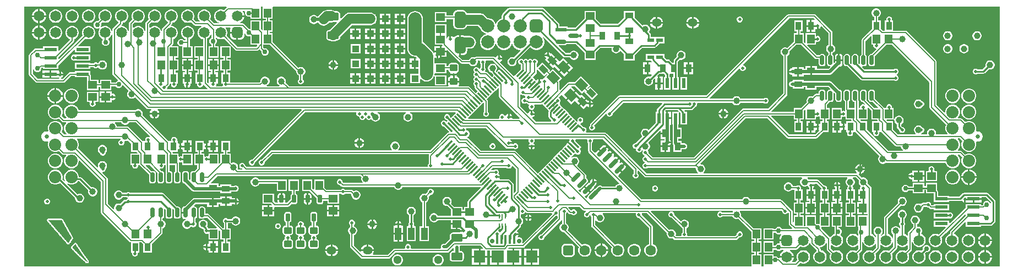
<source format=gtl>
G04*
G04 #@! TF.GenerationSoftware,Altium Limited,Altium Designer,24.2.2 (26)*
G04*
G04 Layer_Physical_Order=1*
G04 Layer_Color=255*
%FSLAX44Y44*%
%MOMM*%
G71*
G04*
G04 #@! TF.SameCoordinates,A862A385-CF78-4CD3-9DD8-6C5939F40788*
G04*
G04*
G04 #@! TF.FilePolarity,Positive*
G04*
G01*
G75*
%ADD10C,0.2500*%
%ADD11C,0.2000*%
%ADD17C,0.5000*%
%ADD18C,1.0000*%
%ADD19C,0.7500*%
%ADD20R,1.1500X1.3500*%
G04:AMPARAMS|DCode=21|XSize=1.7mm|YSize=2.5mm|CornerRadius=0.425mm|HoleSize=0mm|Usage=FLASHONLY|Rotation=180.000|XOffset=0mm|YOffset=0mm|HoleType=Round|Shape=RoundedRectangle|*
%AMROUNDEDRECTD21*
21,1,1.7000,1.6500,0,0,180.0*
21,1,0.8500,2.5000,0,0,180.0*
1,1,0.8500,-0.4250,0.8250*
1,1,0.8500,0.4250,0.8250*
1,1,0.8500,0.4250,-0.8250*
1,1,0.8500,-0.4250,-0.8250*
%
%ADD21ROUNDEDRECTD21*%
%ADD22R,1.3500X1.1500*%
G04:AMPARAMS|DCode=23|XSize=0.75mm|YSize=0.25mm|CornerRadius=0.01mm|HoleSize=0mm|Usage=FLASHONLY|Rotation=90.000|XOffset=0mm|YOffset=0mm|HoleType=Round|Shape=RoundedRectangle|*
%AMROUNDEDRECTD23*
21,1,0.7500,0.2300,0,0,90.0*
21,1,0.7300,0.2500,0,0,90.0*
1,1,0.0200,0.1150,0.3650*
1,1,0.0200,0.1150,-0.3650*
1,1,0.0200,-0.1150,-0.3650*
1,1,0.0200,-0.1150,0.3650*
%
%ADD23ROUNDEDRECTD23*%
G04:AMPARAMS|DCode=24|XSize=1.6mm|YSize=1.4mm|CornerRadius=0mm|HoleSize=0mm|Usage=FLASHONLY|Rotation=315.000|XOffset=0mm|YOffset=0mm|HoleType=Round|Shape=Rectangle|*
%AMROTATEDRECTD24*
4,1,4,-1.0607,0.0707,-0.0707,1.0607,1.0607,-0.0707,0.0707,-1.0607,-1.0607,0.0707,0.0*
%
%ADD24ROTATEDRECTD24*%

%ADD25R,0.4000X1.3500*%
%ADD26R,1.8000X1.9000*%
%ADD27R,1.9000X1.9000*%
%ADD28R,1.9812X0.5588*%
G04:AMPARAMS|DCode=29|XSize=0.6mm|YSize=1.45mm|CornerRadius=0.15mm|HoleSize=0mm|Usage=FLASHONLY|Rotation=180.000|XOffset=0mm|YOffset=0mm|HoleType=Round|Shape=RoundedRectangle|*
%AMROUNDEDRECTD29*
21,1,0.6000,1.1500,0,0,180.0*
21,1,0.3000,1.4500,0,0,180.0*
1,1,0.3000,-0.1500,0.5750*
1,1,0.3000,0.1500,0.5750*
1,1,0.3000,0.1500,-0.5750*
1,1,0.3000,-0.1500,-0.5750*
%
%ADD29ROUNDEDRECTD29*%
%ADD30R,0.6000X1.5500*%
G04:AMPARAMS|DCode=31|XSize=0.65mm|YSize=1.7mm|CornerRadius=0.1625mm|HoleSize=0mm|Usage=FLASHONLY|Rotation=315.000|XOffset=0mm|YOffset=0mm|HoleType=Round|Shape=RoundedRectangle|*
%AMROUNDEDRECTD31*
21,1,0.6500,1.3750,0,0,315.0*
21,1,0.3250,1.7000,0,0,315.0*
1,1,0.3250,-0.3712,-0.6010*
1,1,0.3250,-0.6010,-0.3712*
1,1,0.3250,0.3712,0.6010*
1,1,0.3250,0.6010,0.3712*
%
%ADD31ROUNDEDRECTD31*%
G04:AMPARAMS|DCode=32|XSize=1.475mm|YSize=0.3mm|CornerRadius=0mm|HoleSize=0mm|Usage=FLASHONLY|Rotation=315.000|XOffset=0mm|YOffset=0mm|HoleType=Round|Shape=Rectangle|*
%AMROTATEDRECTD32*
4,1,4,-0.6276,0.4154,-0.4154,0.6276,0.6276,-0.4154,0.4154,-0.6276,-0.6276,0.4154,0.0*
%
%ADD32ROTATEDRECTD32*%

G04:AMPARAMS|DCode=33|XSize=1.475mm|YSize=0.3mm|CornerRadius=0mm|HoleSize=0mm|Usage=FLASHONLY|Rotation=225.000|XOffset=0mm|YOffset=0mm|HoleType=Round|Shape=Rectangle|*
%AMROTATEDRECTD33*
4,1,4,0.4154,0.6276,0.6276,0.4154,-0.4154,-0.6276,-0.6276,-0.4154,0.4154,0.6276,0.0*
%
%ADD33ROTATEDRECTD33*%

%ADD34O,1.7000X0.6000*%
%ADD35R,1.7000X0.6000*%
G04:AMPARAMS|DCode=36|XSize=0.65mm|YSize=1.25mm|CornerRadius=0.1625mm|HoleSize=0mm|Usage=FLASHONLY|Rotation=0.000|XOffset=0mm|YOffset=0mm|HoleType=Round|Shape=RoundedRectangle|*
%AMROUNDEDRECTD36*
21,1,0.6500,0.9250,0,0,0.0*
21,1,0.3250,1.2500,0,0,0.0*
1,1,0.3250,0.1625,-0.4625*
1,1,0.3250,-0.1625,-0.4625*
1,1,0.3250,-0.1625,0.4625*
1,1,0.3250,0.1625,0.4625*
%
%ADD36ROUNDEDRECTD36*%
%ADD37R,1.1000X0.6000*%
G04:AMPARAMS|DCode=38|XSize=1.75mm|YSize=1.25mm|CornerRadius=0.3125mm|HoleSize=0mm|Usage=FLASHONLY|Rotation=180.000|XOffset=0mm|YOffset=0mm|HoleType=Round|Shape=RoundedRectangle|*
%AMROUNDEDRECTD38*
21,1,1.7500,0.6250,0,0,180.0*
21,1,1.1250,1.2500,0,0,180.0*
1,1,0.6250,-0.5625,0.3125*
1,1,0.6250,0.5625,0.3125*
1,1,0.6250,0.5625,-0.3125*
1,1,0.6250,-0.5625,-0.3125*
%
%ADD38ROUNDEDRECTD38*%
%ADD39R,1.0000X1.9000*%
%ADD40R,1.1000X1.1000*%
G04:AMPARAMS|DCode=41|XSize=1.2mm|YSize=1.1mm|CornerRadius=0.275mm|HoleSize=0mm|Usage=FLASHONLY|Rotation=0.000|XOffset=0mm|YOffset=0mm|HoleType=Round|Shape=RoundedRectangle|*
%AMROUNDEDRECTD41*
21,1,1.2000,0.5500,0,0,0.0*
21,1,0.6500,1.1000,0,0,0.0*
1,1,0.5500,0.3250,-0.2750*
1,1,0.5500,-0.3250,-0.2750*
1,1,0.5500,-0.3250,0.2750*
1,1,0.5500,0.3250,0.2750*
%
%ADD41ROUNDEDRECTD41*%
%ADD42R,0.9000X1.3000*%
%ADD43R,1.3000X0.9000*%
G04:AMPARAMS|DCode=44|XSize=0.9mm|YSize=1.3mm|CornerRadius=0mm|HoleSize=0mm|Usage=FLASHONLY|Rotation=225.000|XOffset=0mm|YOffset=0mm|HoleType=Round|Shape=Rectangle|*
%AMROTATEDRECTD44*
4,1,4,-0.1414,0.7778,0.7778,-0.1414,0.1414,-0.7778,-0.7778,0.1414,-0.1414,0.7778,0.0*
%
%ADD44ROTATEDRECTD44*%

%ADD83C,0.5000*%
%ADD84C,2.0000*%
%ADD85C,1.5000*%
%ADD86C,1.6500*%
G04:AMPARAMS|DCode=87|XSize=1.65mm|YSize=1.65mm|CornerRadius=0.4125mm|HoleSize=0mm|Usage=FLASHONLY|Rotation=180.000|XOffset=0mm|YOffset=0mm|HoleType=Round|Shape=RoundedRectangle|*
%AMROUNDEDRECTD87*
21,1,1.6500,0.8250,0,0,180.0*
21,1,0.8250,1.6500,0,0,180.0*
1,1,0.8250,-0.4125,0.4125*
1,1,0.8250,0.4125,0.4125*
1,1,0.8250,0.4125,-0.4125*
1,1,0.8250,-0.4125,-0.4125*
%
%ADD87ROUNDEDRECTD87*%
%ADD88C,0.7000*%
%ADD89C,1.6000*%
G04:AMPARAMS|DCode=90|XSize=1.6mm|YSize=1.6mm|CornerRadius=0.4mm|HoleSize=0mm|Usage=FLASHONLY|Rotation=0.000|XOffset=0mm|YOffset=0mm|HoleType=Round|Shape=RoundedRectangle|*
%AMROUNDEDRECTD90*
21,1,1.6000,0.8000,0,0,0.0*
21,1,0.8000,1.6000,0,0,0.0*
1,1,0.8000,0.4000,-0.4000*
1,1,0.8000,-0.4000,-0.4000*
1,1,0.8000,-0.4000,0.4000*
1,1,0.8000,0.4000,0.4000*
%
%ADD90ROUNDEDRECTD90*%
%ADD91O,1.5000X1.2500*%
%ADD92C,2.0000*%
G04:AMPARAMS|DCode=93|XSize=2mm|YSize=2mm|CornerRadius=0.5mm|HoleSize=0mm|Usage=FLASHONLY|Rotation=90.000|XOffset=0mm|YOffset=0mm|HoleType=Round|Shape=RoundedRectangle|*
%AMROUNDEDRECTD93*
21,1,2.0000,1.0000,0,0,90.0*
21,1,1.0000,2.0000,0,0,90.0*
1,1,1.0000,0.5000,0.5000*
1,1,1.0000,0.5000,-0.5000*
1,1,1.0000,-0.5000,-0.5000*
1,1,1.0000,-0.5000,0.5000*
%
%ADD93ROUNDEDRECTD93*%
%ADD94C,1.8750*%
%ADD95C,0.6750*%
%ADD96C,1.3000*%
G36*
X311262Y498730D02*
X311087Y498613D01*
X311087Y498613D01*
X306761Y494287D01*
X305956Y494752D01*
X303349Y495450D01*
X300651D01*
X298044Y494752D01*
X295706Y493402D01*
X293798Y491494D01*
X292449Y489156D01*
X291750Y486549D01*
Y483851D01*
X292449Y481244D01*
X293798Y478906D01*
X295706Y476998D01*
X298044Y475648D01*
X299050Y475379D01*
X298883Y474109D01*
X292017D01*
X285687Y480439D01*
X286152Y481244D01*
X286850Y483851D01*
Y486549D01*
X286152Y489156D01*
X284802Y491494D01*
X282894Y493402D01*
X280556Y494752D01*
X277949Y495450D01*
X275251D01*
X272644Y494752D01*
X270306Y493402D01*
X268398Y491494D01*
X267048Y489156D01*
X266350Y486549D01*
Y483851D01*
X267048Y481244D01*
X268398Y478906D01*
X269533Y477772D01*
X269007Y476502D01*
X264224D01*
X260287Y480439D01*
X260751Y481244D01*
X261450Y483851D01*
Y486549D01*
X260751Y489156D01*
X259402Y491494D01*
X257494Y493402D01*
X255156Y494752D01*
X252549Y495450D01*
X249851D01*
X247244Y494752D01*
X244906Y493402D01*
X242998Y491494D01*
X241649Y489156D01*
X240950Y486549D01*
Y483851D01*
X241649Y481244D01*
X242998Y478906D01*
X244906Y476998D01*
X247244Y475648D01*
X249851Y474950D01*
X252549D01*
X255156Y475648D01*
X255961Y476113D01*
X260794Y471280D01*
X261786Y470617D01*
X262957Y470384D01*
X271892D01*
X272232Y469114D01*
X270306Y468002D01*
X268398Y466094D01*
X267048Y463756D01*
X266350Y461149D01*
Y458451D01*
X267048Y455844D01*
X268398Y453506D01*
X270306Y451598D01*
X272644Y450248D01*
X274941Y449633D01*
Y438750D01*
X261500D01*
Y421250D01*
X266191D01*
Y418750D01*
X261500D01*
Y401250D01*
X266191D01*
Y398500D01*
X263000D01*
Y381500D01*
X265096D01*
X265500Y380895D01*
Y379105D01*
X266185Y377451D01*
X267451Y376185D01*
X269105Y375500D01*
X270895D01*
X272549Y376185D01*
X273815Y377451D01*
X274500Y379105D01*
Y379552D01*
X275770Y379938D01*
X275837Y379837D01*
X281942Y373732D01*
X281456Y372559D01*
X220002D01*
X219297Y373615D01*
X219500Y374105D01*
Y375174D01*
X222663Y378337D01*
X222663Y378337D01*
X222663Y378337D01*
X222993Y378831D01*
X223326Y379329D01*
X223326Y379329D01*
X223326Y379330D01*
X223400Y379697D01*
X223559Y380500D01*
X223985Y381073D01*
X225398Y381048D01*
X225500Y380895D01*
Y379105D01*
X226185Y377451D01*
X227451Y376185D01*
X229105Y375500D01*
X230895D01*
X232549Y376185D01*
X233815Y377451D01*
X234500Y379105D01*
Y380895D01*
X234904Y381500D01*
X236000D01*
Y398500D01*
X232309D01*
Y401250D01*
X237000D01*
Y418750D01*
X232309D01*
Y421250D01*
X237000D01*
Y438750D01*
X227243D01*
X226756Y439923D01*
X227963Y441129D01*
X227963Y441130D01*
X228626Y442122D01*
X228859Y443293D01*
X228859Y443293D01*
Y450008D01*
X229756Y450248D01*
X232094Y451598D01*
X234002Y453506D01*
X235352Y455844D01*
X236050Y458451D01*
Y461149D01*
X235352Y463756D01*
X234002Y466094D01*
X232094Y468002D01*
X229756Y469352D01*
X227149Y470050D01*
X226126D01*
X225639Y471223D01*
X226203Y471787D01*
X226866Y472779D01*
X227099Y473950D01*
X227150Y474950D01*
X229756Y475648D01*
X232094Y476998D01*
X234002Y478906D01*
X235352Y481244D01*
X236050Y483851D01*
Y486549D01*
X235352Y489156D01*
X234002Y491494D01*
X232094Y493402D01*
X229756Y494752D01*
X227149Y495450D01*
X224451D01*
X221844Y494752D01*
X219506Y493402D01*
X217598Y491494D01*
X216248Y489156D01*
X215550Y486549D01*
Y483851D01*
X216248Y481244D01*
X217598Y478906D01*
X219506Y476998D01*
X220638Y476345D01*
X220757Y474992D01*
X212387Y466623D01*
X212387Y466623D01*
X211973Y466004D01*
X211724Y465630D01*
X211491Y464460D01*
X211491Y464460D01*
Y462918D01*
X210221Y462751D01*
X209951Y463756D01*
X208602Y466094D01*
X206694Y468002D01*
X204356Y469352D01*
X201749Y470050D01*
X199051D01*
X196444Y469352D01*
X194106Y468002D01*
X193382Y467277D01*
X192208Y467763D01*
Y472683D01*
X195639Y476113D01*
X196444Y475648D01*
X199051Y474950D01*
X201749D01*
X204356Y475648D01*
X206694Y476998D01*
X208602Y478906D01*
X209951Y481244D01*
X210650Y483851D01*
Y486549D01*
X209951Y489156D01*
X208602Y491494D01*
X206694Y493402D01*
X204356Y494752D01*
X201749Y495450D01*
X199051D01*
X196444Y494752D01*
X194106Y493402D01*
X192198Y491494D01*
X190849Y489156D01*
X190150Y486549D01*
Y483851D01*
X190849Y481244D01*
X191313Y480439D01*
X186987Y476113D01*
X186324Y475120D01*
X186091Y473950D01*
X186091Y473950D01*
Y462918D01*
X184821Y462751D01*
X184552Y463756D01*
X183202Y466094D01*
X181294Y468002D01*
X178956Y469352D01*
X176349Y470050D01*
X173651D01*
X171044Y469352D01*
X168706Y468002D01*
X167982Y467278D01*
X166809Y467764D01*
Y472683D01*
X170239Y476113D01*
X171044Y475648D01*
X173651Y474950D01*
X176349D01*
X178956Y475648D01*
X181294Y476998D01*
X183202Y478906D01*
X184552Y481244D01*
X185250Y483851D01*
Y486549D01*
X184552Y489156D01*
X183202Y491494D01*
X181294Y493402D01*
X178956Y494752D01*
X176349Y495450D01*
X173651D01*
X171044Y494752D01*
X168706Y493402D01*
X166798Y491494D01*
X165448Y489156D01*
X164750Y486549D01*
Y483851D01*
X165448Y481244D01*
X165913Y480439D01*
X161587Y476113D01*
X160924Y475121D01*
X160691Y473950D01*
X160691Y473950D01*
Y462917D01*
X159421Y462750D01*
X159151Y463756D01*
X157802Y466094D01*
X155894Y468002D01*
X153556Y469352D01*
X150949Y470050D01*
X149925D01*
X149439Y471223D01*
X150003Y471787D01*
X150666Y472779D01*
X150899Y473950D01*
X150949Y474950D01*
X153556Y475648D01*
X155894Y476998D01*
X157802Y478906D01*
X159151Y481244D01*
X159850Y483851D01*
Y486549D01*
X159151Y489156D01*
X157802Y491494D01*
X155894Y493402D01*
X153556Y494752D01*
X150949Y495450D01*
X148251D01*
X145644Y494752D01*
X143306Y493402D01*
X141398Y491494D01*
X140049Y489156D01*
X139350Y486549D01*
Y483851D01*
X140049Y481244D01*
X141398Y478906D01*
X143306Y476998D01*
X144438Y476345D01*
X144557Y474992D01*
X136187Y466623D01*
X136187Y466623D01*
X135773Y466004D01*
X135524Y465630D01*
X135291Y464460D01*
X135291Y464460D01*
Y462918D01*
X134021Y462751D01*
X133751Y463756D01*
X132402Y466094D01*
X130494Y468002D01*
X128156Y469352D01*
X125549Y470050D01*
X122851D01*
X120244Y469352D01*
X118606Y468406D01*
X117598Y469290D01*
X118174Y470682D01*
Y472970D01*
X117858Y473733D01*
X119945Y475821D01*
X120244Y475648D01*
X122851Y474950D01*
X125549D01*
X128156Y475648D01*
X130494Y476998D01*
X132402Y478906D01*
X133751Y481244D01*
X134450Y483851D01*
Y486549D01*
X133751Y489156D01*
X132402Y491494D01*
X130494Y493402D01*
X128156Y494752D01*
X125549Y495450D01*
X122851D01*
X120244Y494752D01*
X117906Y493402D01*
X115998Y491494D01*
X114649Y489156D01*
X113950Y486549D01*
Y483851D01*
X114649Y481244D01*
X115406Y479932D01*
X113049Y477576D01*
X111280D01*
X109167Y476701D01*
X107550Y475083D01*
X106674Y472970D01*
Y470682D01*
X107550Y468569D01*
X109167Y466952D01*
X111280Y466076D01*
X113568D01*
X114821Y466595D01*
X115705Y465587D01*
X114649Y463756D01*
X113950Y461149D01*
Y458451D01*
X114649Y455844D01*
X115998Y453506D01*
X117906Y451598D01*
X120244Y450248D01*
X120304Y450232D01*
X120684Y448816D01*
X120125Y448257D01*
X119250Y446144D01*
Y443856D01*
X120125Y441743D01*
X121743Y440125D01*
X123856Y439250D01*
X126144D01*
X128257Y440125D01*
X129875Y441743D01*
X130750Y443856D01*
Y446144D01*
X129875Y448257D01*
X128913Y449219D01*
X129102Y450795D01*
X130494Y451598D01*
X132402Y453506D01*
X133751Y455844D01*
X134021Y456849D01*
X135291Y456682D01*
Y396650D01*
X135291Y396650D01*
X135524Y395479D01*
X136187Y394487D01*
X136187Y394487D01*
X143751Y386923D01*
X143341Y385537D01*
X141743Y384875D01*
X140125Y383257D01*
X140043Y383059D01*
X133750D01*
Y387000D01*
X116250D01*
Y382309D01*
X113750D01*
Y387000D01*
X102309D01*
Y393450D01*
X102309Y393450D01*
X102076Y394621D01*
X101544Y395417D01*
Y400744D01*
X77732D01*
Y399009D01*
X70373D01*
X70372Y399009D01*
X69202Y398776D01*
X68210Y398113D01*
X58984Y388887D01*
X56731D01*
X56479Y390157D01*
X57855Y390727D01*
X59273Y392145D01*
X59929Y393730D01*
X55000D01*
Y395000D01*
X53730D01*
Y400074D01*
X52808Y400690D01*
Y401284D01*
X41632D01*
Y395950D01*
Y390616D01*
X52414D01*
X53521Y390157D01*
X53269Y388887D01*
X20893D01*
X13059Y396721D01*
Y403666D01*
X14250Y403856D01*
X15125Y401743D01*
X16743Y400125D01*
X18856Y399250D01*
X21144D01*
X23257Y400125D01*
X24875Y401743D01*
X25750Y403856D01*
Y404936D01*
X26405Y405591D01*
X28456D01*
Y403856D01*
X52268D01*
Y409296D01*
X76559Y433587D01*
X77732Y433101D01*
Y429256D01*
X101544D01*
Y438844D01*
X83475D01*
X82989Y440017D01*
X93814Y450843D01*
X94844Y450248D01*
X97451Y449550D01*
X100149D01*
X102756Y450248D01*
X105094Y451598D01*
X107002Y453506D01*
X108351Y455844D01*
X109050Y458451D01*
Y461149D01*
X108351Y463756D01*
X107002Y466094D01*
X105094Y468002D01*
X102756Y469352D01*
X100149Y470050D01*
X97451D01*
X94844Y469352D01*
X92506Y468002D01*
X90598Y466094D01*
X89249Y463756D01*
X88550Y461149D01*
Y458451D01*
X89249Y455844D01*
X89583Y455264D01*
X53441Y419121D01*
X52268Y419607D01*
Y421818D01*
X75563Y445113D01*
X75563Y445113D01*
X76226Y446105D01*
X76459Y447276D01*
X76459Y447276D01*
Y450008D01*
X77356Y450248D01*
X79694Y451598D01*
X81602Y453506D01*
X82951Y455844D01*
X83650Y458451D01*
Y461149D01*
X82951Y463756D01*
X81602Y466094D01*
X79694Y468002D01*
X77356Y469352D01*
X74749Y470050D01*
X72051D01*
X69444Y469352D01*
X67106Y468002D01*
X65198Y466094D01*
X63849Y463756D01*
X63150Y461149D01*
Y458451D01*
X63849Y455844D01*
X65198Y453506D01*
X67106Y451598D01*
X69444Y450248D01*
X70341Y450008D01*
Y448543D01*
X53441Y431643D01*
X52268Y432129D01*
Y438844D01*
X28456D01*
Y435315D01*
X17256D01*
X16085Y435082D01*
X15093Y434419D01*
X15093Y434419D01*
X7837Y427163D01*
X7174Y426171D01*
X6941Y425000D01*
X6941Y425000D01*
Y395454D01*
X6941Y395454D01*
X7174Y394283D01*
X7837Y393291D01*
X17463Y383666D01*
X17463Y383666D01*
X18455Y383003D01*
X19626Y382770D01*
X60251D01*
X60251Y382770D01*
X61421Y383003D01*
X62414Y383666D01*
X71639Y392891D01*
X77732D01*
Y391156D01*
X96191D01*
Y384000D01*
X96191Y384000D01*
X96250Y383704D01*
Y371500D01*
X113750D01*
Y376191D01*
X116250D01*
Y371500D01*
X133750D01*
Y376941D01*
X140043D01*
X140125Y376743D01*
X141743Y375125D01*
X143856Y374250D01*
X146144D01*
X148257Y375125D01*
X149875Y376743D01*
X150537Y378341D01*
X151923Y378751D01*
X159752Y370922D01*
Y369652D01*
X159399Y369298D01*
X158477Y367702D01*
X158000Y365922D01*
Y364078D01*
X158477Y362298D01*
X159399Y360702D01*
X160702Y359399D01*
X162298Y358477D01*
X164078Y358000D01*
X165922D01*
X167702Y358477D01*
X169298Y359399D01*
X170287Y360387D01*
X187837Y342837D01*
X187837Y342837D01*
X188830Y342174D01*
X190000Y341941D01*
X190000Y341941D01*
X194496D01*
X195008Y340671D01*
X193967Y339630D01*
X192974Y337910D01*
X192534Y336270D01*
X200000D01*
X207466D01*
X207026Y337910D01*
X206033Y339630D01*
X204992Y340671D01*
X205504Y341941D01*
X425956D01*
X426442Y340768D01*
X350337Y264663D01*
X350337Y264663D01*
X350174Y264500D01*
X349105D01*
X347451Y263815D01*
X346185Y262549D01*
X345500Y260895D01*
Y259105D01*
X346185Y257451D01*
X347451Y256185D01*
X349105Y255500D01*
X350895D01*
X352549Y256185D01*
X353815Y257451D01*
X354500Y259105D01*
Y260174D01*
X354663Y260337D01*
X354663Y260337D01*
X431767Y337441D01*
X509997D01*
X510703Y336385D01*
X510500Y335895D01*
Y334105D01*
X511185Y332451D01*
X512451Y331185D01*
X514105Y330500D01*
X515500D01*
Y329105D01*
X516185Y327451D01*
X517451Y326185D01*
X519105Y325500D01*
X520895D01*
X522549Y326185D01*
X523815Y327451D01*
X524327Y328686D01*
X525673D01*
X526185Y327451D01*
X527451Y326185D01*
X529105Y325500D01*
X530895D01*
X532549Y326185D01*
X532807Y326443D01*
X534066Y326278D01*
X534399Y325702D01*
X535702Y324399D01*
X537298Y323477D01*
X539078Y323000D01*
X540922D01*
X542702Y323477D01*
X544298Y324399D01*
X545601Y325702D01*
X546523Y327298D01*
X547000Y329078D01*
Y330922D01*
X546523Y332702D01*
X545601Y334298D01*
X544298Y335601D01*
X543311Y336171D01*
X543651Y337441D01*
X586349D01*
X586689Y336171D01*
X585702Y335601D01*
X584399Y334298D01*
X583477Y332702D01*
X583000Y330922D01*
Y329078D01*
X583477Y327298D01*
X584399Y325702D01*
X585702Y324399D01*
X587298Y323477D01*
X589078Y323000D01*
X590922D01*
X592702Y323477D01*
X594298Y324399D01*
X595601Y325702D01*
X596523Y327298D01*
X597000Y329078D01*
Y330922D01*
X596523Y332702D01*
X595601Y334298D01*
X594298Y335601D01*
X593311Y336171D01*
X593651Y337441D01*
X663092D01*
X663578Y336268D01*
X662846Y335536D01*
X655819Y328510D01*
X654500Y329829D01*
Y330895D01*
X653815Y332549D01*
X652549Y333815D01*
X650895Y334500D01*
X649105D01*
X647451Y333815D01*
X646185Y332549D01*
X645500Y330895D01*
Y329105D01*
X646185Y327451D01*
X647451Y326185D01*
X649105Y325500D01*
X649457D01*
X650751Y324205D01*
X649049Y322503D01*
X648815Y322549D01*
X647549Y323815D01*
X645895Y324500D01*
X644105D01*
X642451Y323815D01*
X641185Y322549D01*
X640500Y320895D01*
Y319105D01*
X641185Y317451D01*
X642451Y316185D01*
X644105Y315500D01*
X644697D01*
X652951Y307246D01*
X652465Y306073D01*
X652357D01*
X652357Y306073D01*
X651187Y305840D01*
X650194Y305177D01*
X650194Y305177D01*
X623791Y278774D01*
X575470D01*
X574944Y280044D01*
X575601Y280702D01*
X576523Y282298D01*
X577000Y284078D01*
Y285922D01*
X576523Y287702D01*
X575601Y289298D01*
X574298Y290601D01*
X572702Y291523D01*
X570922Y292000D01*
X569078D01*
X567298Y291523D01*
X565702Y290601D01*
X564399Y289298D01*
X563477Y287702D01*
X563000Y285922D01*
Y284078D01*
X563477Y282298D01*
X564399Y280702D01*
X565056Y280044D01*
X564530Y278774D01*
X380715D01*
X379545Y278541D01*
X378552Y277878D01*
X378552Y277878D01*
X365174Y264500D01*
X364105D01*
X362451Y263815D01*
X361185Y262549D01*
X360500Y260895D01*
Y259105D01*
X361185Y257451D01*
X362451Y256185D01*
X364105Y255500D01*
X365895D01*
X367549Y256185D01*
X368815Y257451D01*
X369500Y259105D01*
Y260174D01*
X381982Y272656D01*
X621640D01*
X622318Y271387D01*
X622174Y271171D01*
X621941Y270000D01*
X621941Y270000D01*
Y258805D01*
X621185Y258049D01*
X620500Y256395D01*
Y254605D01*
X620703Y254115D01*
X619997Y253059D01*
X342079D01*
X339500Y255638D01*
Y255895D01*
X338815Y257549D01*
X337549Y258815D01*
X335895Y259500D01*
X334105D01*
X332451Y258815D01*
X331185Y257549D01*
X330500Y255895D01*
Y254105D01*
X331185Y252451D01*
X332451Y251185D01*
X334105Y250500D01*
X334990D01*
X335105Y250329D01*
X334426Y249059D01*
X328885D01*
X328077Y250146D01*
X328128Y250235D01*
X328605Y252015D01*
Y253859D01*
X328128Y255639D01*
X327206Y257235D01*
X325903Y258538D01*
X324307Y259460D01*
X322527Y259937D01*
X320684D01*
X318903Y259460D01*
X318404Y259172D01*
X317000Y260576D01*
Y273750D01*
X312309D01*
Y276500D01*
X316000D01*
Y293500D01*
X303000D01*
Y276500D01*
X306191D01*
Y273750D01*
X301500D01*
Y260576D01*
X299673Y258749D01*
X298500Y259235D01*
Y273750D01*
X283000D01*
Y270106D01*
X281730Y269258D01*
X281145Y269500D01*
X279355D01*
X278270Y269050D01*
X277000Y269773D01*
Y273750D01*
X272309D01*
Y276500D01*
X276000D01*
Y280213D01*
X277270Y280675D01*
X278730Y280071D01*
Y285000D01*
Y289929D01*
X277270Y289324D01*
X276000Y289787D01*
Y293500D01*
X263000D01*
Y276500D01*
X266191D01*
Y273750D01*
X261500D01*
Y256250D01*
X265559D01*
Y250984D01*
X261143Y246569D01*
X258900D01*
X257534Y246297D01*
X256377Y245523D01*
X255603Y244366D01*
X255331Y243000D01*
Y233517D01*
X254158Y233030D01*
X252769Y234420D01*
Y243000D01*
X252497Y244366D01*
X251723Y245523D01*
X250566Y246297D01*
X249200Y246569D01*
X246200D01*
X244834Y246297D01*
X243677Y245523D01*
X242903Y244366D01*
X242631Y243000D01*
Y231500D01*
X242903Y230134D01*
X243677Y228977D01*
X244834Y228203D01*
X246200Y227931D01*
X246280D01*
X257955Y216256D01*
X259444Y215261D01*
X261200Y214912D01*
X301500D01*
Y213000D01*
X318500D01*
Y214912D01*
X324500D01*
X326256Y215261D01*
X327744Y216256D01*
X328244Y216756D01*
X328495Y217131D01*
X328815Y217451D01*
X328988Y217868D01*
X329239Y218244D01*
X329327Y218687D01*
X329500Y219105D01*
Y219557D01*
X329588Y220000D01*
X329500Y220443D01*
Y220895D01*
X329327Y221313D01*
X329239Y221756D01*
X328988Y222132D01*
X328815Y222549D01*
X328495Y222869D01*
X328244Y223244D01*
X327869Y223495D01*
X327549Y223815D01*
X327132Y223988D01*
X326756Y224239D01*
X326313Y224327D01*
X325895Y224500D01*
X325443D01*
X325000Y224588D01*
X324557Y224500D01*
X324105D01*
X323687Y224327D01*
X323244Y224239D01*
X323019Y224088D01*
X318500D01*
Y226000D01*
X301500D01*
Y224088D01*
X298500D01*
Y228000D01*
X287242D01*
X286756Y229173D01*
X296524Y238941D01*
X516733D01*
X518370Y237304D01*
X518000Y235922D01*
Y234078D01*
X518477Y232298D01*
X519399Y230702D01*
X520370Y229731D01*
X519900Y228461D01*
X490865D01*
X489500Y229826D01*
Y230895D01*
X488815Y232549D01*
X487549Y233815D01*
X485895Y234500D01*
X484105D01*
X482451Y233815D01*
X481185Y232549D01*
X480500Y230895D01*
Y229105D01*
X481185Y227451D01*
X482451Y226185D01*
X484105Y225500D01*
X485174D01*
X487435Y223239D01*
X488428Y222576D01*
X489598Y222343D01*
X489598Y222343D01*
X568465D01*
X568477Y222298D01*
X569399Y220702D01*
X570702Y219399D01*
X572298Y218477D01*
X574078Y218000D01*
X575922D01*
X577702Y218477D01*
X579298Y219399D01*
X580601Y220702D01*
X581523Y222298D01*
X581535Y222343D01*
X701216D01*
X701742Y221073D01*
X682657Y201988D01*
X681938Y200913D01*
X681686Y199645D01*
Y192000D01*
X676250D01*
Y187564D01*
X673750D01*
Y192000D01*
X660936D01*
X656199Y196737D01*
X656523Y197298D01*
X657000Y199078D01*
Y200922D01*
X656523Y202702D01*
X655601Y204298D01*
X654298Y205601D01*
X652702Y206523D01*
X650922Y207000D01*
X649078D01*
X647298Y206523D01*
X645702Y205601D01*
X644399Y204298D01*
X643477Y202702D01*
X643000Y200922D01*
Y199078D01*
X643477Y197298D01*
X644399Y195702D01*
X645702Y194399D01*
X647298Y193477D01*
X649078Y193000D01*
X650564D01*
X656250Y187314D01*
Y178314D01*
X636170D01*
X635601Y179298D01*
X634298Y180601D01*
X632702Y181523D01*
X630922Y182000D01*
X629078D01*
X627298Y181523D01*
X625702Y180601D01*
X624399Y179298D01*
X623477Y177702D01*
X623000Y175922D01*
Y174078D01*
X623477Y172298D01*
X624399Y170702D01*
X625702Y169399D01*
X627298Y168477D01*
X629078Y168000D01*
X630922D01*
X632702Y168477D01*
X634298Y169399D01*
X635601Y170702D01*
X636170Y171686D01*
X655710D01*
Y167020D01*
X665000D01*
Y165750D01*
X666270D01*
Y157460D01*
X669302D01*
X670127Y156407D01*
X670071Y156270D01*
X675000D01*
Y153730D01*
X670071D01*
X670101Y153656D01*
X669396Y152600D01*
X659375D01*
X657375Y152203D01*
X655680Y151070D01*
X654547Y149375D01*
X654150Y147375D01*
Y142389D01*
X646849Y135088D01*
X645000D01*
X644557Y135000D01*
X644105D01*
X643687Y134827D01*
X643244Y134739D01*
X642868Y134488D01*
X642451Y134315D01*
X642131Y133995D01*
X641756Y133744D01*
X641505Y133369D01*
X641185Y133049D01*
X641012Y132632D01*
X640761Y132256D01*
X640673Y131813D01*
X640500Y131395D01*
Y130943D01*
X640412Y130500D01*
X640500Y130057D01*
Y129605D01*
X640673Y129187D01*
X640744Y128829D01*
X640741Y128707D01*
X640215Y127748D01*
X639973Y127559D01*
X595003D01*
X594297Y128615D01*
X594500Y129105D01*
Y130895D01*
X593815Y132549D01*
X592549Y133815D01*
X590895Y134500D01*
X589105D01*
X587451Y133815D01*
X586185Y132549D01*
X585500Y130895D01*
Y129105D01*
X585703Y128615D01*
X584997Y127559D01*
X569500D01*
X568329Y127326D01*
X567337Y126663D01*
X567337Y126663D01*
X558733Y118059D01*
X536304D01*
X535678Y119329D01*
X536628Y120567D01*
X537514Y122705D01*
X537649Y123730D01*
X527700D01*
X517751D01*
X517806Y123316D01*
X516603Y122723D01*
X506779Y132547D01*
Y148230D01*
X507702Y148477D01*
X509298Y149399D01*
X510601Y150702D01*
X511523Y152298D01*
X512000Y154078D01*
Y155922D01*
X511523Y157702D01*
X510601Y159298D01*
X509298Y160601D01*
X507702Y161523D01*
X506779Y161770D01*
Y163967D01*
X507535Y164723D01*
X508220Y166377D01*
Y168167D01*
X507535Y169821D01*
X506269Y171087D01*
X504615Y171772D01*
X502825D01*
X501171Y171087D01*
X499905Y169821D01*
X499220Y168167D01*
Y166377D01*
X499905Y164723D01*
X500662Y163967D01*
Y160561D01*
X499399Y159298D01*
X498477Y157702D01*
X498000Y155922D01*
Y154078D01*
X498477Y152298D01*
X499399Y150702D01*
X500662Y149439D01*
Y131280D01*
X500662Y131280D01*
X500894Y130109D01*
X501557Y129117D01*
X517837Y112837D01*
X518829Y112174D01*
X520000Y111941D01*
X560000D01*
X560000Y111941D01*
X561171Y112174D01*
X562163Y112837D01*
X570767Y121441D01*
X650528D01*
X650528Y121441D01*
X651699Y121674D01*
X652691Y122337D01*
X659142Y128788D01*
X660412Y128262D01*
Y124100D01*
X659375D01*
X657375Y123703D01*
X655680Y122570D01*
X654547Y120875D01*
X654150Y118875D01*
Y112625D01*
X654547Y110625D01*
X655680Y108930D01*
X657375Y107797D01*
X659375Y107400D01*
X670625D01*
X672625Y107797D01*
X674320Y108930D01*
X675453Y110625D01*
X675850Y112625D01*
Y118875D01*
X675453Y120875D01*
X674320Y122570D01*
X672625Y123703D01*
X670625Y124100D01*
X669588D01*
Y129500D01*
X669500Y129943D01*
Y130395D01*
X669386Y130671D01*
X669543Y131094D01*
X670087Y131804D01*
X670299Y131941D01*
X701476D01*
X705204Y128213D01*
X704718Y127040D01*
X701270D01*
Y116270D01*
X711540D01*
Y124441D01*
X715960D01*
Y116270D01*
X728000D01*
Y115000D01*
X729270D01*
Y102960D01*
X750730D01*
Y115000D01*
Y127040D01*
X744595D01*
X744047Y128275D01*
X744578Y128941D01*
X767000D01*
X767000Y128941D01*
X768170Y129174D01*
X769163Y129837D01*
X817200Y177874D01*
X818269D01*
X818760Y178077D01*
X819816Y177372D01*
Y174141D01*
X795174Y149500D01*
X794105D01*
X792451Y148815D01*
X791185Y147549D01*
X790500Y145895D01*
Y144105D01*
X791185Y142451D01*
X792451Y141185D01*
X794105Y140500D01*
X795895D01*
X797549Y141185D01*
X798815Y142451D01*
X799500Y144105D01*
Y145174D01*
X825037Y170711D01*
X825037Y170711D01*
X825671Y171660D01*
X825790Y171685D01*
X826941Y171449D01*
Y166317D01*
X825702Y165601D01*
X824399Y164298D01*
X823477Y162702D01*
X823000Y160922D01*
Y159078D01*
X823477Y157298D01*
X824399Y155702D01*
X825702Y154399D01*
X827298Y153477D01*
X829078Y153000D01*
X829574D01*
X852996Y129578D01*
X852581Y128860D01*
X851900Y126316D01*
Y123684D01*
X852581Y121140D01*
X853898Y118860D01*
X855760Y116998D01*
X858040Y115681D01*
X860583Y115000D01*
X863216D01*
X865760Y115681D01*
X868040Y116998D01*
X869902Y118860D01*
X871218Y121140D01*
X871900Y123684D01*
Y126316D01*
X871218Y128860D01*
X869902Y131140D01*
X868040Y133002D01*
X865760Y134319D01*
X863216Y135000D01*
X860583D01*
X858040Y134319D01*
X857322Y133904D01*
X835563Y155663D01*
X835601Y155702D01*
X836523Y157298D01*
X837000Y159078D01*
Y160922D01*
X836523Y162702D01*
X835601Y164298D01*
X834298Y165601D01*
X833059Y166317D01*
Y181695D01*
X833815Y182451D01*
X833981Y182852D01*
X835479Y183150D01*
X837292Y181337D01*
X837292Y181337D01*
X838285Y180674D01*
X839455Y180441D01*
X839455Y180441D01*
X841695D01*
X842451Y179685D01*
X844105Y179000D01*
X845895D01*
X847549Y179685D01*
X848815Y180951D01*
X849500Y182605D01*
Y184395D01*
X848815Y186049D01*
X847549Y187315D01*
X845895Y188000D01*
X844105D01*
X842451Y187315D01*
X841905Y186769D01*
X840512D01*
X836513Y190768D01*
X836999Y191941D01*
X853733D01*
X858837Y186837D01*
X859829Y186174D01*
X861000Y185941D01*
X863614D01*
X864293Y184671D01*
X864178Y184500D01*
X864105D01*
X862451Y183815D01*
X861185Y182549D01*
X860500Y180895D01*
Y179105D01*
X861185Y177451D01*
X862451Y176185D01*
X864105Y175500D01*
X865895D01*
X867549Y176185D01*
X868815Y177451D01*
X869261Y178529D01*
X869862Y178566D01*
X870584Y178403D01*
X871185Y176951D01*
X871941Y176195D01*
Y162700D01*
X871941Y162700D01*
X872174Y161530D01*
X872837Y160537D01*
X903796Y129578D01*
X903382Y128860D01*
X902700Y126316D01*
Y123684D01*
X903382Y121140D01*
X904698Y118860D01*
X906560Y116998D01*
X908840Y115681D01*
X911384Y115000D01*
X914016D01*
X916560Y115681D01*
X918840Y116998D01*
X920702Y118860D01*
X922019Y121140D01*
X922700Y123684D01*
Y126316D01*
X922019Y128860D01*
X920702Y131140D01*
X918840Y133002D01*
X916560Y134319D01*
X914016Y135000D01*
X911384D01*
X908840Y134319D01*
X908122Y133904D01*
X878059Y163967D01*
Y170483D01*
X879329Y170823D01*
X879399Y170702D01*
X880702Y169399D01*
X882298Y168477D01*
X884078Y168000D01*
X885922D01*
X887702Y168477D01*
X889298Y169399D01*
X890601Y170702D01*
X891523Y172298D01*
X892000Y174078D01*
Y175922D01*
X891523Y177702D01*
X890601Y179298D01*
X889298Y180601D01*
X889177Y180671D01*
X889518Y181941D01*
X939997D01*
X940703Y180885D01*
X940500Y180395D01*
Y178605D01*
X941185Y176951D01*
X942451Y175685D01*
X944105Y175000D01*
X945174D01*
X960442Y159733D01*
Y134533D01*
X959640Y134319D01*
X957360Y133002D01*
X955498Y131140D01*
X954182Y128860D01*
X953500Y126316D01*
Y123684D01*
X954182Y121140D01*
X955498Y118860D01*
X957360Y116998D01*
X959640Y115681D01*
X962184Y115000D01*
X964817D01*
X967360Y115681D01*
X969640Y116998D01*
X971502Y118860D01*
X972819Y121140D01*
X973500Y123684D01*
Y126316D01*
X972819Y128860D01*
X971502Y131140D01*
X969640Y133002D01*
X967360Y134319D01*
X966559Y134533D01*
Y161000D01*
X966559Y161000D01*
X966326Y162170D01*
X965663Y163162D01*
X949500Y179326D01*
Y180395D01*
X949297Y180885D01*
X950003Y181941D01*
X957475D01*
X988104Y151312D01*
X988000Y150922D01*
Y149078D01*
X988477Y147298D01*
X989399Y145702D01*
X990702Y144399D01*
X992298Y143477D01*
X994078Y143000D01*
X995922D01*
X997304Y143370D01*
X998837Y141837D01*
X998837Y141837D01*
X999829Y141174D01*
X1001000Y140941D01*
X1001000Y140941D01*
X1094500D01*
X1094500Y140941D01*
X1095670Y141174D01*
X1096663Y141837D01*
X1099826Y145000D01*
X1100895D01*
X1102549Y145685D01*
X1103815Y146951D01*
X1104500Y148605D01*
Y150395D01*
X1103815Y152049D01*
X1102549Y153315D01*
X1100895Y154000D01*
X1099105D01*
X1097451Y153315D01*
X1096185Y152049D01*
X1095500Y150395D01*
Y149326D01*
X1093233Y147059D01*
X1020003D01*
X1019297Y148115D01*
X1019500Y148605D01*
Y150395D01*
X1018815Y152049D01*
X1018059Y152805D01*
Y158683D01*
X1019298Y159399D01*
X1020601Y160702D01*
X1021523Y162298D01*
X1022000Y164078D01*
Y165922D01*
X1021523Y167702D01*
X1020601Y169298D01*
X1019298Y170601D01*
X1017702Y171523D01*
X1015922Y172000D01*
X1014078D01*
X1012298Y171523D01*
X1010702Y170601D01*
X1009713Y169613D01*
X999500Y179826D01*
Y180895D01*
X998815Y182549D01*
X997549Y183815D01*
X995895Y184500D01*
X994105D01*
X992451Y183815D01*
X991185Y182549D01*
X990500Y180895D01*
Y179105D01*
X991185Y177451D01*
X992451Y176185D01*
X994105Y175500D01*
X995174D01*
X1008615Y162059D01*
X1009399Y160702D01*
X1010702Y159399D01*
X1011941Y158683D01*
Y152805D01*
X1011185Y152049D01*
X1010500Y150395D01*
Y148605D01*
X1010703Y148115D01*
X1009997Y147059D01*
X1002619D01*
X1001741Y148111D01*
X1002000Y149078D01*
Y150922D01*
X1001523Y152702D01*
X1000601Y154298D01*
X999298Y155601D01*
X997702Y156523D01*
X995922Y157000D01*
X994078D01*
X992298Y156523D01*
X991820Y156247D01*
X963299Y184768D01*
X963786Y185941D01*
X1089246D01*
X1089772Y184671D01*
X1089399Y184298D01*
X1088683Y183059D01*
X1073305D01*
X1072549Y183815D01*
X1070895Y184500D01*
X1069105D01*
X1067451Y183815D01*
X1066185Y182549D01*
X1065500Y180895D01*
Y179105D01*
X1066185Y177451D01*
X1067451Y176185D01*
X1069105Y175500D01*
X1070895D01*
X1072549Y176185D01*
X1073305Y176941D01*
X1088683D01*
X1089399Y175702D01*
X1090702Y174399D01*
X1092298Y173477D01*
X1094078Y173000D01*
X1095922D01*
X1097702Y173477D01*
X1097857Y173567D01*
X1117837Y153587D01*
X1118000Y153478D01*
Y141250D01*
X1122691D01*
Y138750D01*
X1118000D01*
Y121250D01*
X1122691D01*
Y118750D01*
X1118000D01*
Y101270D01*
X1118000Y101250D01*
X1117952Y100000D01*
X0D01*
Y500000D01*
X310877D01*
X311262Y498730D01*
D02*
G37*
G36*
X366500Y498750D02*
X366500Y498730D01*
Y481250D01*
X371191D01*
Y478754D01*
X366499D01*
Y464238D01*
X365325Y463752D01*
X363499Y465579D01*
Y478754D01*
X347999D01*
Y466125D01*
X346943Y465419D01*
X346144Y465750D01*
X345326D01*
X337863Y473213D01*
X336871Y473876D01*
X335700Y474109D01*
X335700Y474109D01*
X332310D01*
X331969Y475379D01*
X334025Y476566D01*
X336034Y478575D01*
X337455Y481035D01*
X338190Y483779D01*
Y483930D01*
X327400D01*
Y486470D01*
X338190D01*
Y486620D01*
X337455Y489365D01*
X336034Y491825D01*
X335641Y492218D01*
X336127Y493391D01*
X338806D01*
X339655Y492121D01*
X339250Y491144D01*
Y488856D01*
X340125Y486743D01*
X341743Y485125D01*
X343856Y484250D01*
X346144D01*
X346944Y484581D01*
X348000Y483876D01*
Y481250D01*
X363500D01*
Y498730D01*
X363500Y498750D01*
X363548Y500000D01*
X366452D01*
X366500Y498750D01*
D02*
G37*
G36*
X317219Y466721D02*
X316782Y465665D01*
X316553Y463925D01*
Y461070D01*
X327400D01*
Y459800D01*
X328670D01*
Y448952D01*
X331525D01*
X333265Y449182D01*
X334886Y449853D01*
X336278Y450922D01*
X337347Y452314D01*
X338018Y453935D01*
X338247Y455675D01*
Y457958D01*
X339518Y458210D01*
X340125Y456743D01*
X341743Y455125D01*
X343856Y454250D01*
X346144D01*
X346764Y454507D01*
X348000Y453644D01*
Y441250D01*
X357757D01*
X358243Y440077D01*
X356225Y438059D01*
X328067D01*
X311087Y455039D01*
X311551Y455844D01*
X312250Y458451D01*
Y461149D01*
X311551Y463756D01*
X310202Y466094D01*
X309478Y466818D01*
X309964Y467991D01*
X316499D01*
X317219Y466721D01*
D02*
G37*
G36*
X1500000Y100000D02*
X1189123D01*
X1188738Y101270D01*
X1188913Y101387D01*
X1193239Y105713D01*
X1194044Y105248D01*
X1196651Y104550D01*
X1199349D01*
X1201956Y105248D01*
X1204294Y106598D01*
X1206202Y108506D01*
X1207551Y110844D01*
X1208250Y113451D01*
Y116149D01*
X1207551Y118756D01*
X1206202Y121094D01*
X1204294Y123002D01*
X1201956Y124352D01*
X1199349Y125050D01*
X1196651D01*
X1194044Y124352D01*
X1191706Y123002D01*
X1189798Y121094D01*
X1188448Y118756D01*
X1187750Y116149D01*
Y113451D01*
X1188448Y110844D01*
X1188913Y110039D01*
X1185483Y106608D01*
X1181327D01*
X1180841Y107782D01*
X1181234Y108175D01*
X1182655Y110635D01*
X1183390Y113379D01*
Y113530D01*
X1161128D01*
X1160806Y113220D01*
X1159875Y113257D01*
X1158257Y114875D01*
X1156144Y115750D01*
X1153856D01*
X1153056Y115419D01*
X1152000Y116124D01*
Y118750D01*
X1136500D01*
Y101270D01*
X1136500Y101250D01*
X1136452Y100000D01*
X1133548D01*
X1133500Y101250D01*
X1133500Y101270D01*
Y118750D01*
X1128809D01*
Y121250D01*
X1133500D01*
Y138750D01*
X1128809D01*
Y141250D01*
X1133500D01*
Y158750D01*
X1121326D01*
X1101788Y178288D01*
X1102000Y179078D01*
Y180922D01*
X1101523Y182702D01*
X1100601Y184298D01*
X1100228Y184671D01*
X1100754Y185941D01*
X1164733D01*
X1165500Y185174D01*
Y184105D01*
X1166185Y182451D01*
X1167451Y181185D01*
X1169105Y180500D01*
X1170895D01*
X1172549Y181185D01*
X1173815Y182451D01*
X1175151Y182357D01*
X1175584Y181992D01*
Y165365D01*
X1175584Y165365D01*
X1175817Y164194D01*
X1176480Y163202D01*
X1180450Y159232D01*
X1179964Y158059D01*
X1164957D01*
X1164875Y158257D01*
X1163257Y159875D01*
X1161144Y160750D01*
X1158856D01*
X1156743Y159875D01*
X1155125Y158257D01*
X1155043Y158059D01*
X1152000D01*
Y158750D01*
X1136500D01*
Y141250D01*
X1152000D01*
Y151941D01*
X1155043D01*
X1155125Y151743D01*
X1156743Y150125D01*
X1158856Y149250D01*
X1161144D01*
X1162881Y149970D01*
X1163207Y149624D01*
X1163569Y148880D01*
X1162653Y147686D01*
X1161982Y146065D01*
X1161752Y144325D01*
Y141470D01*
X1172600D01*
Y138930D01*
X1161752D01*
Y136873D01*
X1161248Y135943D01*
X1160514Y135750D01*
X1158856D01*
X1156743Y134875D01*
X1155125Y133257D01*
X1154608Y132008D01*
X1152000D01*
Y138750D01*
X1136500D01*
Y121250D01*
X1152000D01*
Y125891D01*
X1155977D01*
X1156743Y125125D01*
X1158856Y124250D01*
X1161144D01*
X1163257Y125125D01*
X1164023Y125891D01*
X1167690D01*
X1168030Y124621D01*
X1165975Y123434D01*
X1163966Y121425D01*
X1162545Y118965D01*
X1161810Y116221D01*
Y116070D01*
X1183390D01*
Y116221D01*
X1182655Y118965D01*
X1181234Y121425D01*
X1179225Y123434D01*
X1177170Y124621D01*
X1177510Y125891D01*
X1186750D01*
X1186750Y125891D01*
X1187921Y126124D01*
X1188913Y126787D01*
X1193239Y131113D01*
X1194044Y130648D01*
X1196651Y129950D01*
X1199349D01*
X1201956Y130648D01*
X1204294Y131998D01*
X1206202Y133906D01*
X1207361Y135914D01*
X1208659Y135670D01*
X1208817Y134877D01*
X1209480Y133885D01*
X1218357Y125008D01*
X1218238Y123655D01*
X1217106Y123002D01*
X1215198Y121094D01*
X1213848Y118756D01*
X1213150Y116149D01*
Y113451D01*
X1213848Y110844D01*
X1215198Y108506D01*
X1217106Y106598D01*
X1219444Y105248D01*
X1222051Y104550D01*
X1224749D01*
X1227356Y105248D01*
X1229694Y106598D01*
X1231602Y108506D01*
X1232952Y110844D01*
X1233650Y113451D01*
Y116149D01*
X1232952Y118756D01*
X1231602Y121094D01*
X1229694Y123002D01*
X1227356Y124352D01*
X1224749Y125050D01*
X1224699D01*
Y126050D01*
X1224466Y127221D01*
X1223803Y128213D01*
X1223803Y128213D01*
X1223240Y128777D01*
X1223726Y129950D01*
X1224749D01*
X1227356Y130648D01*
X1229694Y131998D01*
X1231602Y133906D01*
X1232714Y135833D01*
X1233984Y135492D01*
Y126557D01*
X1233984Y126557D01*
X1234217Y125386D01*
X1234880Y124394D01*
X1239713Y119561D01*
X1239249Y118756D01*
X1238550Y116149D01*
Y113451D01*
X1239249Y110844D01*
X1240598Y108506D01*
X1242506Y106598D01*
X1244844Y105248D01*
X1247451Y104550D01*
X1250149D01*
X1252756Y105248D01*
X1255094Y106598D01*
X1257002Y108506D01*
X1258352Y110844D01*
X1259050Y113451D01*
Y116149D01*
X1258352Y118756D01*
X1257002Y121094D01*
X1255094Y123002D01*
X1252756Y124352D01*
X1250149Y125050D01*
X1247451D01*
X1244844Y124352D01*
X1244039Y123887D01*
X1240102Y127824D01*
Y132606D01*
X1241372Y133133D01*
X1242506Y131998D01*
X1244844Y130648D01*
X1247451Y129950D01*
X1250149D01*
X1252756Y130648D01*
X1255094Y131998D01*
X1257002Y133906D01*
X1258352Y136244D01*
X1259050Y138851D01*
Y141549D01*
X1258352Y144156D01*
X1257002Y146494D01*
X1255511Y147984D01*
X1255121Y148484D01*
X1255501Y149633D01*
X1256401Y150534D01*
X1257277Y152647D01*
Y154934D01*
X1256401Y157048D01*
X1254784Y158665D01*
X1252671Y159541D01*
X1251859D01*
Y161250D01*
X1257000D01*
Y178750D01*
X1241500D01*
Y161250D01*
X1245741D01*
Y149992D01*
X1244844Y149752D01*
X1242506Y148402D01*
X1240598Y146494D01*
X1240064Y145568D01*
X1238476Y145359D01*
X1225524Y158311D01*
X1225750Y158856D01*
Y161144D01*
X1225821Y161250D01*
X1238500D01*
Y178750D01*
X1233809D01*
Y181250D01*
X1238500D01*
Y198750D01*
X1233809D01*
Y201500D01*
X1237000D01*
Y218500D01*
X1234904D01*
X1234500Y219105D01*
Y220895D01*
X1233815Y222549D01*
X1232549Y223815D01*
X1230895Y224500D01*
X1229826D01*
X1221663Y232663D01*
X1220671Y233326D01*
X1219500Y233559D01*
X1219500Y233559D01*
X1206028D01*
X1205601Y234298D01*
X1204298Y235601D01*
X1204177Y235671D01*
X1204517Y236941D01*
X1265483D01*
X1265823Y235671D01*
X1265702Y235601D01*
X1264399Y234298D01*
X1263477Y232702D01*
X1263000Y230922D01*
Y229078D01*
X1263477Y227298D01*
X1264399Y225702D01*
X1265702Y224399D01*
X1266042Y224202D01*
X1266251Y222615D01*
X1266185Y222549D01*
X1265500Y220895D01*
Y219105D01*
X1265096Y218500D01*
X1264000D01*
Y201500D01*
X1267691D01*
Y198750D01*
X1263000D01*
Y181250D01*
X1267691D01*
Y178750D01*
X1263000D01*
Y161250D01*
X1278500D01*
Y178750D01*
X1273809D01*
Y181250D01*
X1278500D01*
Y198750D01*
X1273809D01*
Y201500D01*
X1277000D01*
Y218500D01*
X1274904D01*
X1274500Y219105D01*
Y220895D01*
X1273815Y222549D01*
X1273749Y222615D01*
X1273958Y224202D01*
X1274298Y224399D01*
X1275601Y225702D01*
X1276523Y227298D01*
X1277000Y229078D01*
Y230922D01*
X1276523Y232702D01*
X1275601Y234298D01*
X1274298Y235601D01*
X1274177Y235671D01*
X1274517Y236941D01*
X1278733D01*
X1283370Y232304D01*
X1283000Y230922D01*
Y229078D01*
X1283477Y227298D01*
X1284399Y225702D01*
X1285702Y224399D01*
X1285793Y224346D01*
X1285959Y223087D01*
X1285727Y222855D01*
X1284960Y221003D01*
Y219040D01*
X1282460D01*
Y211270D01*
X1289500D01*
Y208730D01*
X1282460D01*
Y200960D01*
X1286686D01*
Y199290D01*
X1280960D01*
Y191270D01*
X1289250D01*
Y190000D01*
X1290520D01*
Y180710D01*
X1296541D01*
Y178750D01*
X1281500D01*
Y161250D01*
X1282392D01*
Y156530D01*
X1282160Y156299D01*
X1281285Y154186D01*
Y151898D01*
X1282160Y149785D01*
X1282392Y149554D01*
Y148163D01*
X1281218Y147677D01*
X1280494Y148402D01*
X1278156Y149752D01*
X1275549Y150450D01*
X1272851D01*
X1270244Y149752D01*
X1267906Y148402D01*
X1265998Y146494D01*
X1264649Y144156D01*
X1263950Y141549D01*
Y138851D01*
X1264649Y136244D01*
X1265998Y133906D01*
X1267906Y131998D01*
X1270244Y130648D01*
X1272851Y129950D01*
X1275549D01*
X1278156Y130648D01*
X1280494Y131998D01*
X1281218Y132723D01*
X1282392Y132236D01*
Y127317D01*
X1278961Y123887D01*
X1278156Y124352D01*
X1275549Y125050D01*
X1272851D01*
X1270244Y124352D01*
X1267906Y123002D01*
X1265998Y121094D01*
X1264649Y118756D01*
X1263950Y116149D01*
Y113451D01*
X1264649Y110844D01*
X1265998Y108506D01*
X1267906Y106598D01*
X1270244Y105248D01*
X1272851Y104550D01*
X1275549D01*
X1278156Y105248D01*
X1280494Y106598D01*
X1282402Y108506D01*
X1283752Y110844D01*
X1284450Y113451D01*
Y116149D01*
X1283752Y118756D01*
X1283287Y119561D01*
X1287613Y123887D01*
X1287613Y123887D01*
X1288276Y124880D01*
X1288509Y126050D01*
Y137082D01*
X1289779Y137249D01*
X1290049Y136244D01*
X1291398Y133906D01*
X1293306Y131998D01*
X1295644Y130648D01*
X1298251Y129950D01*
X1300949D01*
X1303556Y130648D01*
X1305894Y131998D01*
X1307802Y133906D01*
X1308516Y135144D01*
X1309786Y134803D01*
Y129312D01*
X1304361Y123887D01*
X1303556Y124352D01*
X1300949Y125050D01*
X1298251D01*
X1295644Y124352D01*
X1293306Y123002D01*
X1291398Y121094D01*
X1290049Y118756D01*
X1289350Y116149D01*
Y113451D01*
X1290049Y110844D01*
X1291398Y108506D01*
X1293306Y106598D01*
X1295644Y105248D01*
X1298251Y104550D01*
X1300949D01*
X1303556Y105248D01*
X1305894Y106598D01*
X1307802Y108506D01*
X1309151Y110844D01*
X1309850Y113451D01*
Y116149D01*
X1309151Y118756D01*
X1308687Y119561D01*
X1315008Y125882D01*
X1315008Y125882D01*
X1315671Y126875D01*
X1315904Y128045D01*
X1315904Y128045D01*
Y133004D01*
X1317174Y133530D01*
X1318706Y131998D01*
X1321044Y130648D01*
X1323651Y129950D01*
X1326349D01*
X1328956Y130648D01*
X1331294Y131998D01*
X1333202Y133906D01*
X1334552Y136244D01*
X1334821Y137250D01*
X1336091Y137083D01*
Y130217D01*
X1329761Y123887D01*
X1328956Y124352D01*
X1326349Y125050D01*
X1323651D01*
X1321044Y124352D01*
X1318706Y123002D01*
X1316798Y121094D01*
X1315448Y118756D01*
X1314750Y116149D01*
Y113451D01*
X1315448Y110844D01*
X1316798Y108506D01*
X1318706Y106598D01*
X1321044Y105248D01*
X1323651Y104550D01*
X1326349D01*
X1328956Y105248D01*
X1331294Y106598D01*
X1333202Y108506D01*
X1334552Y110844D01*
X1335250Y113451D01*
Y116149D01*
X1334552Y118756D01*
X1334087Y119561D01*
X1341313Y126787D01*
X1341976Y127780D01*
X1342209Y128950D01*
X1342209Y128950D01*
Y132236D01*
X1343382Y132722D01*
X1344106Y131998D01*
X1346444Y130648D01*
X1349051Y129950D01*
X1351749D01*
X1354356Y130648D01*
X1356694Y131998D01*
X1357418Y132722D01*
X1358591Y132236D01*
Y127317D01*
X1355161Y123887D01*
X1354356Y124352D01*
X1351749Y125050D01*
X1349051D01*
X1346444Y124352D01*
X1344106Y123002D01*
X1342198Y121094D01*
X1340849Y118756D01*
X1340150Y116149D01*
Y113451D01*
X1340849Y110844D01*
X1342198Y108506D01*
X1344106Y106598D01*
X1346444Y105248D01*
X1349051Y104550D01*
X1351749D01*
X1354356Y105248D01*
X1356694Y106598D01*
X1358602Y108506D01*
X1359951Y110844D01*
X1360650Y113451D01*
Y116149D01*
X1359951Y118756D01*
X1359487Y119561D01*
X1363813Y123887D01*
X1363813Y123887D01*
X1364476Y124880D01*
X1364709Y126050D01*
X1364709Y126050D01*
Y137083D01*
X1365979Y137250D01*
X1366248Y136244D01*
X1367598Y133906D01*
X1369506Y131998D01*
X1371844Y130648D01*
X1374451Y129950D01*
X1377149D01*
X1379756Y130648D01*
X1382094Y131998D01*
X1384002Y133906D01*
X1385352Y136244D01*
X1386050Y138851D01*
Y141549D01*
X1385352Y144156D01*
X1384002Y146494D01*
X1382094Y148402D01*
X1379756Y149752D01*
X1379696Y149768D01*
X1379316Y151184D01*
X1379875Y151743D01*
X1380750Y153856D01*
Y156144D01*
X1379875Y158257D01*
X1378257Y159875D01*
X1376144Y160750D01*
X1373856D01*
X1373059Y161283D01*
Y164924D01*
X1374298Y165639D01*
X1375601Y166943D01*
X1376523Y168539D01*
X1377000Y170319D01*
Y172162D01*
X1376523Y173943D01*
X1375601Y175539D01*
X1374298Y176842D01*
X1372702Y177764D01*
X1370922Y178241D01*
X1369078D01*
X1367298Y177764D01*
X1365702Y176842D01*
X1364399Y175539D01*
X1363477Y173943D01*
X1363000Y172162D01*
Y170319D01*
X1363477Y168539D01*
X1364399Y166943D01*
X1365702Y165639D01*
X1366941Y164924D01*
Y160813D01*
X1359487Y153359D01*
X1358824Y152366D01*
X1358591Y151196D01*
X1358591Y151196D01*
Y148164D01*
X1357418Y147678D01*
X1356694Y148402D01*
X1354356Y149752D01*
X1353259Y150046D01*
Y161895D01*
X1353815Y162451D01*
X1354500Y164105D01*
Y165895D01*
X1353815Y167549D01*
X1353314Y168050D01*
Y173830D01*
X1354298Y174399D01*
X1355601Y175702D01*
X1356523Y177298D01*
X1357000Y179078D01*
Y180922D01*
X1356523Y182702D01*
X1355601Y184298D01*
X1354298Y185601D01*
X1352702Y186523D01*
X1350922Y187000D01*
X1349078D01*
X1347298Y186523D01*
X1345702Y185601D01*
X1344399Y184298D01*
X1343477Y182702D01*
X1343000Y180922D01*
Y179078D01*
X1343477Y177298D01*
X1344399Y175702D01*
X1345702Y174399D01*
X1346686Y173830D01*
Y168050D01*
X1346185Y167549D01*
X1345500Y165895D01*
Y164105D01*
X1346185Y162451D01*
X1347141Y161495D01*
Y159171D01*
X1345871Y158831D01*
X1345601Y159298D01*
X1344298Y160601D01*
X1342702Y161523D01*
X1340922Y162000D01*
X1339078D01*
X1337298Y161523D01*
X1335702Y160601D01*
X1334399Y159298D01*
X1333477Y157702D01*
X1333000Y155922D01*
Y154078D01*
X1333477Y152298D01*
X1334399Y150702D01*
X1335702Y149399D01*
X1336091Y149174D01*
Y143317D01*
X1334821Y143150D01*
X1334552Y144156D01*
X1333202Y146494D01*
X1331294Y148402D01*
X1328956Y149752D01*
X1328059Y149992D01*
Y173733D01*
X1347696Y193370D01*
X1349078Y193000D01*
X1350922D01*
X1352702Y193477D01*
X1354298Y194399D01*
X1355601Y195702D01*
X1356523Y197298D01*
X1357000Y199078D01*
Y200922D01*
X1356523Y202702D01*
X1355601Y204298D01*
X1354298Y205601D01*
X1352702Y206523D01*
X1350922Y207000D01*
X1349078D01*
X1347298Y206523D01*
X1345702Y205601D01*
X1344399Y204298D01*
X1343477Y202702D01*
X1343000Y200922D01*
Y199078D01*
X1343370Y197696D01*
X1322837Y177163D01*
X1322174Y176171D01*
X1321941Y175000D01*
X1321941Y175000D01*
Y149992D01*
X1321044Y149752D01*
X1318706Y148402D01*
X1318026Y147721D01*
X1316721Y148212D01*
X1316706Y148438D01*
X1317143Y148691D01*
X1318447Y149994D01*
X1319368Y151590D01*
X1319845Y153370D01*
Y155214D01*
X1319368Y156994D01*
X1318447Y158590D01*
X1317143Y159893D01*
X1315547Y160815D01*
X1313767Y161292D01*
X1311924D01*
X1310143Y160815D01*
X1308547Y159893D01*
X1307244Y158590D01*
X1306322Y156994D01*
X1305845Y155214D01*
Y153370D01*
X1306322Y151590D01*
X1307244Y149994D01*
X1308547Y148691D01*
X1309786Y147975D01*
Y145597D01*
X1308516Y145256D01*
X1307802Y146494D01*
X1305894Y148402D01*
X1303556Y149752D01*
X1302659Y149992D01*
Y220400D01*
X1302659Y220400D01*
X1302426Y221570D01*
X1301763Y222563D01*
X1301763Y222563D01*
X1296630Y227696D01*
X1297000Y229078D01*
Y230922D01*
X1296523Y232702D01*
X1295601Y234298D01*
X1294298Y235601D01*
X1292702Y236523D01*
X1290922Y237000D01*
X1289078D01*
X1287696Y236630D01*
X1282878Y241448D01*
X1283535Y242586D01*
X1283730Y242534D01*
Y248730D01*
X1277534D01*
X1277974Y247090D01*
X1278967Y245370D01*
X1280014Y244323D01*
X1279496Y243059D01*
X1044517D01*
X1044177Y244329D01*
X1044298Y244399D01*
X1045601Y245702D01*
X1046523Y247298D01*
X1047000Y249078D01*
Y250922D01*
X1046523Y252702D01*
X1045601Y254298D01*
X1044298Y255601D01*
X1042702Y256523D01*
X1040922Y257000D01*
X1040092D01*
X1039566Y258270D01*
X1109237Y327941D01*
X1142733D01*
X1172837Y297837D01*
X1172837Y297837D01*
X1173830Y297174D01*
X1175000Y296941D01*
X1217500D01*
X1217500Y296941D01*
X1218670Y297174D01*
X1219663Y297837D01*
X1228326Y306500D01*
X1237000D01*
Y323500D01*
X1233809D01*
Y326250D01*
X1238500D01*
Y343750D01*
X1234441D01*
Y349015D01*
X1238857Y353431D01*
X1241100D01*
X1242466Y353703D01*
X1243623Y354477D01*
X1244397Y355634D01*
X1244669Y357000D01*
Y366483D01*
X1245842Y366969D01*
X1247231Y365580D01*
Y357000D01*
X1247503Y355634D01*
X1248277Y354477D01*
X1249434Y353703D01*
X1250800Y353431D01*
X1253800D01*
X1255166Y353703D01*
X1256323Y354477D01*
X1257097Y355634D01*
X1257369Y357000D01*
Y368500D01*
X1257097Y369866D01*
X1256323Y371023D01*
X1255166Y371797D01*
X1253800Y372069D01*
X1253720D01*
X1242045Y383744D01*
X1240556Y384739D01*
X1238800Y385088D01*
X1198500D01*
Y387002D01*
X1181500D01*
Y385088D01*
X1180500D01*
X1180057Y385000D01*
X1179605D01*
X1179187Y384827D01*
X1178744Y384739D01*
X1178368Y384487D01*
X1177951Y384314D01*
X1177631Y383995D01*
X1177256Y383744D01*
X1177004Y383368D01*
X1176685Y383049D01*
X1176512Y382631D01*
X1176261Y382255D01*
X1176173Y381812D01*
X1176000Y381395D01*
Y380943D01*
X1175912Y380500D01*
X1176000Y380056D01*
Y379604D01*
X1176173Y379187D01*
X1176261Y378744D01*
X1176512Y378368D01*
X1176685Y377951D01*
X1177004Y377631D01*
X1177256Y377255D01*
X1177631Y377004D01*
X1177951Y376685D01*
X1178368Y376512D01*
X1178744Y376261D01*
X1179187Y376173D01*
X1179605Y376000D01*
X1180057D01*
X1180500Y375911D01*
X1181500D01*
Y374002D01*
X1198500D01*
Y375911D01*
X1201500D01*
Y372000D01*
X1218500D01*
Y375911D01*
X1236900D01*
X1239569Y373242D01*
X1239083Y372069D01*
X1238100D01*
X1236734Y371797D01*
X1235577Y371023D01*
X1234803Y369866D01*
X1234531Y368500D01*
Y357758D01*
X1233137Y356363D01*
X1231966Y356988D01*
X1231969Y357000D01*
Y368500D01*
X1231697Y369866D01*
X1230923Y371023D01*
X1229766Y371797D01*
X1228400Y372069D01*
X1225400D01*
X1224034Y371797D01*
X1222877Y371023D01*
X1222103Y369866D01*
X1221831Y368500D01*
Y365809D01*
X1217500D01*
X1217500Y365809D01*
X1216330Y365576D01*
X1215337Y364913D01*
X1215337Y364913D01*
X1212107Y361682D01*
X1210922Y362000D01*
X1209078D01*
X1207298Y361523D01*
X1205702Y360601D01*
X1204399Y359298D01*
X1203477Y357702D01*
X1203000Y355922D01*
Y354078D01*
X1203317Y352893D01*
X1194174Y343750D01*
X1183000D01*
Y338059D01*
X1149044D01*
X1148558Y339232D01*
X1172163Y362837D01*
X1172163Y362837D01*
X1172826Y363829D01*
X1173059Y365000D01*
X1173059Y365000D01*
Y423683D01*
X1174298Y424399D01*
X1175601Y425702D01*
X1176523Y427298D01*
X1177000Y429078D01*
Y430922D01*
X1176999Y430924D01*
X1187325Y441250D01*
X1194174D01*
X1215587Y419837D01*
X1216580Y419174D01*
X1217750Y418941D01*
X1221831D01*
Y411500D01*
X1222103Y410134D01*
X1222877Y408977D01*
X1224034Y408203D01*
X1225400Y407931D01*
X1228400D01*
X1229766Y408203D01*
X1230923Y408977D01*
X1231697Y410134D01*
X1231969Y411500D01*
Y423000D01*
X1231697Y424366D01*
X1230923Y425523D01*
X1229766Y426297D01*
X1228400Y426569D01*
X1225400D01*
X1224034Y426297D01*
X1222877Y425523D01*
X1222566Y425058D01*
X1219017D01*
X1203999Y440077D01*
X1204485Y441250D01*
X1217000D01*
Y444894D01*
X1218270Y445742D01*
X1218855Y445500D01*
X1220645D01*
X1222299Y446185D01*
X1223565Y447451D01*
X1224250Y449105D01*
Y450895D01*
X1223565Y452549D01*
X1222299Y453815D01*
X1220645Y454500D01*
X1218855D01*
X1218270Y454258D01*
X1217000Y455106D01*
Y458750D01*
X1201500D01*
Y444235D01*
X1200327Y443749D01*
X1198500Y445576D01*
Y458750D01*
X1193809D01*
Y461500D01*
X1197000D01*
Y478500D01*
X1184000D01*
Y461500D01*
X1187691D01*
Y458750D01*
X1183000D01*
Y445576D01*
X1173491Y436067D01*
X1172702Y436523D01*
X1170922Y437000D01*
X1169078D01*
X1167298Y436523D01*
X1165702Y435601D01*
X1164399Y434298D01*
X1163477Y432702D01*
X1163000Y430922D01*
Y429078D01*
X1163477Y427298D01*
X1164399Y425702D01*
X1165702Y424399D01*
X1166941Y423683D01*
Y366267D01*
X1143733Y343059D01*
X1105657D01*
X1105657Y343059D01*
X1104486Y342826D01*
X1103494Y342163D01*
X1029390Y268059D01*
X966267D01*
X959500Y274826D01*
Y275895D01*
X958815Y277549D01*
X958557Y277807D01*
X958723Y279066D01*
X959298Y279399D01*
X960601Y280702D01*
X961523Y282298D01*
X962000Y284078D01*
Y285922D01*
X961523Y287702D01*
X960601Y289298D01*
X959839Y290061D01*
X959691Y291709D01*
X977286Y309304D01*
X978460Y308818D01*
Y306275D01*
X985500D01*
Y303735D01*
X978460D01*
Y295965D01*
X984062D01*
Y294040D01*
X978460D01*
Y286270D01*
X992540D01*
Y287020D01*
X992724Y287096D01*
X994141Y288514D01*
X994798Y290099D01*
X989869D01*
Y292639D01*
X994798D01*
X994141Y294224D01*
X993238Y295127D01*
Y317710D01*
X994190D01*
Y326730D01*
X988650D01*
Y328000D01*
X987380D01*
Y338290D01*
X985747D01*
X985610Y339560D01*
X986487Y340436D01*
X1004877D01*
X1006294Y339020D01*
X1005768Y337750D01*
X1005321Y337750D01*
X996350D01*
Y318250D01*
X996762D01*
Y290150D01*
X997111Y288395D01*
X998000Y287064D01*
Y276500D01*
X1011000D01*
Y280412D01*
X1014999D01*
X1015000Y280412D01*
X1015443Y280500D01*
X1015895D01*
X1016313Y280673D01*
X1016756Y280761D01*
X1017132Y281012D01*
X1017549Y281185D01*
X1017869Y281505D01*
X1018244Y281756D01*
X1018495Y282131D01*
X1018815Y282451D01*
X1018988Y282868D01*
X1019239Y283244D01*
X1019327Y283687D01*
X1019500Y284105D01*
Y284557D01*
X1019588Y285000D01*
X1019500Y285443D01*
Y285895D01*
X1019327Y286313D01*
X1019239Y286756D01*
X1018988Y287132D01*
X1018815Y287549D01*
X1018495Y287868D01*
X1018244Y288244D01*
X1018244Y288244D01*
X1017868Y288496D01*
X1017549Y288815D01*
X1017132Y288988D01*
X1016756Y289239D01*
X1016312Y289327D01*
X1015895Y289500D01*
X1015444D01*
X1015000Y289588D01*
X1011000D01*
Y293500D01*
X1005938D01*
Y296505D01*
X1011000D01*
Y313505D01*
X1005938D01*
Y318250D01*
X1006350D01*
Y336673D01*
X1006350Y337168D01*
X1007620Y337694D01*
X1009050Y336264D01*
Y318250D01*
X1019050D01*
Y337750D01*
X1015763D01*
X1015560Y338770D01*
X1015295Y339166D01*
X1015974Y340436D01*
X1025382D01*
X1026650Y340689D01*
X1027725Y341407D01*
X1031093Y344775D01*
X1031377Y345200D01*
X1032549Y345685D01*
X1033815Y346951D01*
X1034500Y348605D01*
Y350395D01*
X1034297Y350885D01*
X1035003Y351941D01*
X1088683D01*
X1089399Y350702D01*
X1090702Y349399D01*
X1092298Y348477D01*
X1094078Y348000D01*
X1095922D01*
X1097702Y348477D01*
X1099298Y349399D01*
X1100601Y350702D01*
X1101317Y351941D01*
X1136695D01*
X1137451Y351185D01*
X1139105Y350500D01*
X1140895D01*
X1142549Y351185D01*
X1143815Y352451D01*
X1144500Y354105D01*
Y355895D01*
X1143815Y357549D01*
X1142549Y358815D01*
X1140895Y359500D01*
X1139105D01*
X1137451Y358815D01*
X1136695Y358059D01*
X1101317D01*
X1100601Y359298D01*
X1099298Y360601D01*
X1097702Y361523D01*
X1095922Y362000D01*
X1094078D01*
X1092298Y361523D01*
X1090702Y360601D01*
X1089399Y359298D01*
X1088683Y358059D01*
X1054044D01*
X1053558Y359232D01*
X1099230Y404904D01*
X1100500Y404378D01*
Y404105D01*
X1101185Y402451D01*
X1102451Y401185D01*
X1104105Y400500D01*
X1105895D01*
X1107549Y401185D01*
X1108815Y402451D01*
X1109500Y404105D01*
Y405895D01*
X1108815Y407549D01*
X1107549Y408815D01*
X1105895Y409500D01*
X1105622D01*
X1105096Y410770D01*
X1176267Y481941D01*
X1213733D01*
X1215364Y480310D01*
X1214838Y479040D01*
X1210770D01*
Y470000D01*
Y460960D01*
X1216540D01*
Y464673D01*
X1217810Y465452D01*
X1218730Y465071D01*
Y470000D01*
X1221270D01*
Y465071D01*
X1222855Y465727D01*
X1224273Y467145D01*
X1224993Y468885D01*
X1226213Y469461D01*
X1236541Y459133D01*
Y441086D01*
X1235702Y440601D01*
X1234399Y439298D01*
X1233477Y437702D01*
X1233000Y435922D01*
Y434078D01*
X1233477Y432298D01*
X1234399Y430702D01*
X1235702Y429399D01*
X1236541Y428914D01*
Y426168D01*
X1235577Y425523D01*
X1234803Y424366D01*
X1234531Y423000D01*
Y411500D01*
X1234803Y410134D01*
X1235577Y408977D01*
X1236734Y408203D01*
X1238100Y407931D01*
X1239084D01*
X1239570Y406758D01*
X1236900Y404088D01*
X1219040D01*
Y408540D01*
X1211270D01*
Y401500D01*
Y394460D01*
X1219040D01*
Y394912D01*
X1238800D01*
X1240556Y395261D01*
X1242045Y396255D01*
X1253170Y407381D01*
X1253800D01*
X1255376Y407694D01*
X1256713Y408587D01*
X1257606Y409924D01*
X1257919Y411500D01*
Y415980D01*
X1252300D01*
X1246681D01*
Y413869D01*
X1245842Y413030D01*
X1244669Y413516D01*
Y423000D01*
X1244397Y424366D01*
X1243623Y425523D01*
X1242658Y426168D01*
Y428465D01*
X1242702Y428477D01*
X1244298Y429399D01*
X1245601Y430702D01*
X1246523Y432298D01*
X1247000Y434078D01*
Y435922D01*
X1246523Y437702D01*
X1245601Y439298D01*
X1244298Y440601D01*
X1242702Y441523D01*
X1242658Y441535D01*
Y460400D01*
X1242659Y460400D01*
X1242426Y461571D01*
X1241763Y462563D01*
X1241763Y462563D01*
X1217163Y487163D01*
X1216171Y487826D01*
X1215000Y488059D01*
X1215000Y488059D01*
X1175000D01*
X1175000Y488059D01*
X1173829Y487826D01*
X1172837Y487163D01*
X1172837Y487163D01*
X1048733Y363059D01*
X915000D01*
X915000Y363059D01*
X913829Y362826D01*
X912837Y362163D01*
X912837Y362163D01*
X870695Y320020D01*
X870032Y319028D01*
X869799Y317857D01*
X869799Y317857D01*
Y316912D01*
X869043Y316156D01*
X868357Y314502D01*
Y312712D01*
X869043Y311058D01*
X870309Y309792D01*
X871962Y309107D01*
X873753D01*
X875407Y309792D01*
X876672Y311058D01*
X877357Y312712D01*
Y314502D01*
X876672Y316156D01*
X876077Y316751D01*
X894230Y334904D01*
X895500Y334378D01*
Y334105D01*
X896185Y332451D01*
X897451Y331185D01*
X899105Y330500D01*
X900895D01*
X902549Y331185D01*
X903815Y332451D01*
X904500Y334105D01*
Y335174D01*
X921267Y351941D01*
X980459D01*
X980985Y350671D01*
X973607Y343293D01*
X972888Y342218D01*
X972636Y340950D01*
Y337750D01*
X970950D01*
Y326571D01*
X970886Y326250D01*
Y321322D01*
X959732Y310168D01*
X959298Y310601D01*
X957702Y311523D01*
X955922Y312000D01*
X954078D01*
X952298Y311523D01*
X950702Y310601D01*
X949399Y309298D01*
X948477Y307702D01*
X948000Y305922D01*
Y304078D01*
X948477Y302298D01*
X949399Y300702D01*
X949832Y300268D01*
X939631Y290067D01*
X939105D01*
X937451Y289382D01*
X936185Y288116D01*
X935500Y286462D01*
Y284672D01*
X936185Y283018D01*
X937451Y281752D01*
X939105Y281067D01*
X940466D01*
X940703Y280712D01*
Y278922D01*
X941388Y277268D01*
X942654Y276002D01*
X944308Y275317D01*
X946098D01*
X947752Y276002D01*
X949018Y277268D01*
X949514Y278465D01*
X950687Y278630D01*
X951102Y277749D01*
X951185Y277549D01*
X950500Y275895D01*
Y274105D01*
X951185Y272451D01*
X952451Y271185D01*
X953686Y270674D01*
Y269327D01*
X952451Y268815D01*
X951185Y267549D01*
X950500Y265895D01*
Y264105D01*
X951185Y262451D01*
X952451Y261185D01*
X953686Y260674D01*
Y259327D01*
X952451Y258815D01*
X951185Y257549D01*
X950500Y255895D01*
Y254105D01*
X951185Y252451D01*
X952451Y251185D01*
X954105Y250500D01*
X955895D01*
X957549Y251185D01*
X958305Y251942D01*
X1031970D01*
X1031971Y251942D01*
X1031971Y251942D01*
X1032131D01*
X1033000Y250921D01*
Y249078D01*
X1033477Y247298D01*
X1034399Y245702D01*
X1035702Y244399D01*
X1035823Y244329D01*
X1035483Y243059D01*
X956924D01*
X894806Y305177D01*
X893814Y305840D01*
X892643Y306073D01*
X892643Y306073D01*
X864233D01*
X863707Y307343D01*
X863815Y307451D01*
X864500Y309105D01*
Y310895D01*
X863815Y312549D01*
X862549Y313815D01*
X860895Y314500D01*
X860186D01*
X855899Y318787D01*
X855236Y319230D01*
X855621Y320500D01*
X855895D01*
X857549Y321185D01*
X858815Y322451D01*
X859500Y324105D01*
Y325895D01*
X858815Y327549D01*
X857549Y328815D01*
X855895Y329500D01*
X854105D01*
X852451Y328815D01*
X851185Y327549D01*
X850500Y325895D01*
Y324105D01*
X850584Y323902D01*
X849507Y323183D01*
X840690Y332000D01*
X837154Y335536D01*
X835033Y337657D01*
X830083Y342607D01*
X824808Y347882D01*
X825190Y348264D01*
X823249Y350205D01*
X823268Y351904D01*
X823815Y352451D01*
X824500Y354105D01*
Y355895D01*
X823815Y357549D01*
X822549Y358815D01*
X821952Y359062D01*
X821704Y360308D01*
X825040Y363644D01*
X826105Y364140D01*
X832660Y357585D01*
X839405Y364331D01*
X846151Y371077D01*
X841057Y376171D01*
X841543Y377345D01*
X846191D01*
X857274Y366262D01*
X861475Y370463D01*
X862458Y369479D01*
X861111Y368132D01*
X873132Y356111D01*
X882324Y365303D01*
X870303Y377324D01*
X866784Y373805D01*
X865801Y374788D01*
X870002Y378990D01*
X855860Y393132D01*
X846190Y383462D01*
X837475D01*
X837475Y383462D01*
X836304Y383229D01*
X835312Y382566D01*
X824232Y371487D01*
X823059Y371973D01*
Y382971D01*
X822826Y384141D01*
X822260Y384988D01*
X826868Y389596D01*
X812726Y403738D01*
X808525Y399537D01*
X807542Y400521D01*
X808889Y401868D01*
X796868Y413889D01*
X789232Y406253D01*
X788059Y406739D01*
Y411695D01*
X788815Y412451D01*
X789500Y414105D01*
Y415895D01*
X788815Y417549D01*
X787549Y418815D01*
X785895Y419500D01*
X784105D01*
X782451Y418815D01*
X781500Y417864D01*
X780549Y418815D01*
X778895Y419500D01*
X777105D01*
X775451Y418815D01*
X774470Y417834D01*
X773549Y418755D01*
X771895Y419440D01*
X770105D01*
X768451Y418755D01*
X767530Y417834D01*
X766549Y418815D01*
X764895Y419500D01*
X763105D01*
X761451Y418815D01*
X760185Y417549D01*
X759500Y415895D01*
Y414105D01*
X760185Y412451D01*
X761451Y411185D01*
X763105Y410500D01*
X763363D01*
X763385Y410477D01*
Y403188D01*
X753768Y393571D01*
X752103Y393440D01*
X731677Y413865D01*
X731975Y415363D01*
X732855Y415727D01*
X734273Y417145D01*
X734929Y418730D01*
X730000D01*
Y420000D01*
X728730D01*
Y424929D01*
X727145Y424273D01*
X725727Y422855D01*
X725363Y421976D01*
X723865Y421678D01*
X723380Y422163D01*
X722387Y422826D01*
X721217Y423059D01*
X721217Y423059D01*
X695000D01*
X695000Y423059D01*
X693829Y422826D01*
X692837Y422163D01*
X692304Y421630D01*
X690922Y422000D01*
X689078D01*
X687298Y421523D01*
X685702Y420601D01*
X684399Y419298D01*
X683683Y418059D01*
X673764D01*
X667845Y423978D01*
X668331Y425151D01*
X668730D01*
Y440250D01*
Y455349D01*
X665750D01*
X663978Y455115D01*
X662326Y454431D01*
X660907Y453343D01*
X660607Y452952D01*
X660119Y452916D01*
X659080Y453048D01*
X657855Y454273D01*
X656270Y454929D01*
Y450000D01*
X653730D01*
Y454929D01*
X652145Y454273D01*
X650727Y452855D01*
X649960Y451003D01*
X648750Y451147D01*
Y457000D01*
X648750D01*
Y457250D01*
X648750D01*
Y472750D01*
X631250D01*
Y457250D01*
X631250D01*
Y457000D01*
X631250D01*
Y441500D01*
X642741D01*
X642924Y440576D01*
X643102Y440310D01*
X642423Y439040D01*
X641270D01*
Y432020D01*
X649290D01*
Y432222D01*
X650463Y432708D01*
X656337Y426835D01*
X656337Y426834D01*
X660584Y422587D01*
X660584Y422587D01*
X660585Y422587D01*
X670334Y412837D01*
X670334Y412837D01*
X671327Y412174D01*
X672497Y411941D01*
X683683D01*
X684399Y410702D01*
X685702Y409399D01*
X687298Y408477D01*
X689078Y408000D01*
X690922D01*
X692702Y408477D01*
X694298Y409399D01*
X695601Y410702D01*
X696523Y412298D01*
X697000Y414078D01*
Y415922D01*
X696997Y415934D01*
X697770Y416941D01*
X699997D01*
X700703Y415885D01*
X700500Y415395D01*
Y413605D01*
X701185Y411951D01*
X701686Y411450D01*
Y406550D01*
X701185Y406049D01*
X700500Y404395D01*
Y404037D01*
X699230Y403784D01*
X698812Y404793D01*
X697546Y406059D01*
X695892Y406744D01*
X694102D01*
X692448Y406059D01*
X691182Y404793D01*
X690497Y403139D01*
Y401349D01*
X691182Y399695D01*
X692173Y398704D01*
X691262Y397793D01*
X690577Y396139D01*
Y394349D01*
X691262Y392695D01*
X692297Y391660D01*
X691185Y390549D01*
X690500Y388895D01*
Y387105D01*
X691185Y385451D01*
X692136Y384500D01*
X691185Y383549D01*
X690500Y381895D01*
Y380105D01*
X691185Y378451D01*
X692451Y377185D01*
X692515Y377159D01*
Y375639D01*
X692515Y375639D01*
X692748Y374469D01*
X693411Y373476D01*
X696330Y370558D01*
X696201Y368891D01*
X694353Y367043D01*
X685089Y376307D01*
X684097Y376970D01*
X682926Y377203D01*
X682926Y377203D01*
X668079D01*
X667423Y378473D01*
X668233Y379686D01*
X668644Y381750D01*
Y383230D01*
X660000D01*
X651356D01*
Y381750D01*
X651767Y379686D01*
X652577Y378473D01*
X651921Y377203D01*
X407122D01*
X401630Y382696D01*
X402000Y384078D01*
Y385922D01*
X401523Y387702D01*
X400601Y389298D01*
X399298Y390601D01*
X397702Y391523D01*
X395922Y392000D01*
X394078D01*
X392298Y391523D01*
X390702Y390601D01*
X389399Y389298D01*
X388477Y387702D01*
X388000Y385922D01*
Y384078D01*
X388477Y382298D01*
X389399Y380702D01*
X390702Y379399D01*
X392298Y378477D01*
X392312Y378473D01*
X392145Y377203D01*
X372855D01*
X372688Y378473D01*
X372702Y378477D01*
X374298Y379399D01*
X375601Y380702D01*
X376523Y382298D01*
X377000Y384078D01*
Y385922D01*
X376523Y387702D01*
X375601Y389298D01*
X374298Y390601D01*
X372702Y391523D01*
X370922Y392000D01*
X369078D01*
X367298Y391523D01*
X365702Y390601D01*
X364399Y389298D01*
X363477Y387702D01*
X363000Y385922D01*
Y384491D01*
X361568Y383059D01*
X316000D01*
Y398500D01*
X312309D01*
Y401250D01*
X317000D01*
Y418750D01*
X312309D01*
Y421250D01*
X317000D01*
Y438678D01*
X317949Y439525D01*
X324637Y432837D01*
X325629Y432174D01*
X326800Y431941D01*
X326800Y431941D01*
X357492D01*
X357492Y431941D01*
X358193Y432080D01*
X358663Y432174D01*
X358663Y432174D01*
X359655Y432837D01*
X360589Y433770D01*
X362183Y433568D01*
X362337Y433338D01*
X364332Y431342D01*
X364250Y431144D01*
Y428856D01*
X365125Y426743D01*
X366743Y425125D01*
X368856Y424250D01*
X371144D01*
X373257Y425125D01*
X374875Y426743D01*
X375750Y428856D01*
Y431144D01*
X374875Y433257D01*
X373257Y434875D01*
X371144Y435750D01*
X368856D01*
X368658Y435668D01*
X367558Y436767D01*
Y441250D01*
X377674D01*
X418001Y400924D01*
X418000Y400922D01*
Y399078D01*
X418477Y397298D01*
X419399Y395702D01*
X420702Y394399D01*
X421941Y393683D01*
Y388305D01*
X421185Y387549D01*
X420500Y385895D01*
Y384105D01*
X421185Y382451D01*
X422451Y381185D01*
X424105Y380500D01*
X425895D01*
X427549Y381185D01*
X428815Y382451D01*
X429500Y384105D01*
Y385895D01*
X428815Y387549D01*
X428059Y388305D01*
Y393683D01*
X429298Y394399D01*
X430601Y395702D01*
X431523Y397298D01*
X432000Y399078D01*
Y400922D01*
X431523Y402702D01*
X430601Y404298D01*
X429298Y405601D01*
X427702Y406523D01*
X425922Y407000D01*
X424078D01*
X422298Y406523D01*
X421509Y406067D01*
X382000Y445576D01*
Y458750D01*
X377309D01*
Y461254D01*
X381999D01*
Y478754D01*
X377309D01*
Y481250D01*
X382000D01*
Y498730D01*
X382000Y498750D01*
X382048Y500000D01*
X1500000D01*
Y100000D01*
D02*
G37*
G36*
X731719Y405172D02*
X731598Y405051D01*
X738608Y398040D01*
X736813Y396244D01*
X729801Y403255D01*
X727843Y401297D01*
X728225Y400915D01*
X726353Y399044D01*
X725148Y400249D01*
X725601Y400702D01*
X726523Y402298D01*
X727000Y404078D01*
Y405922D01*
X726523Y407702D01*
X725601Y409298D01*
X724298Y410601D01*
X722702Y411523D01*
X720922Y412000D01*
X719078D01*
X717298Y411523D01*
X715702Y410601D01*
X714399Y409298D01*
X713477Y407702D01*
X713000Y405922D01*
Y404078D01*
X713477Y402298D01*
X714399Y400702D01*
X715702Y399399D01*
X717298Y398477D01*
X718335Y398199D01*
X718374Y398008D01*
X719092Y396932D01*
X720824Y395201D01*
X720769Y393459D01*
X719102Y391792D01*
X712495Y398399D01*
X711503Y399062D01*
X710332Y399295D01*
X710332Y399295D01*
X708955D01*
X708429Y400565D01*
X708815Y400951D01*
X709500Y402605D01*
Y404395D01*
X708815Y406049D01*
X708314Y406550D01*
Y411450D01*
X708815Y411951D01*
X709500Y413605D01*
Y415395D01*
X709297Y415885D01*
X710003Y416941D01*
X719950D01*
X731719Y405172D01*
D02*
G37*
G36*
X799697Y392676D02*
X803216Y396195D01*
X804200Y395212D01*
X799998Y391010D01*
X800239Y390770D01*
X799713Y389500D01*
X799105D01*
X797451Y388815D01*
X796373Y387737D01*
X794961Y387660D01*
X794764Y387857D01*
X793179Y388514D01*
Y383585D01*
X790639D01*
Y388514D01*
X789054Y387857D01*
X787650Y386453D01*
X786449Y386241D01*
X785536Y387154D01*
X781688Y391002D01*
X787163Y396477D01*
X787163Y396477D01*
X787826Y397469D01*
X788059Y398640D01*
Y402654D01*
X789232Y403140D01*
X799697Y392676D01*
D02*
G37*
G36*
X287691Y456684D02*
Y451971D01*
X286808Y451605D01*
X285190Y449987D01*
X284315Y447874D01*
Y445587D01*
X285190Y443473D01*
X286808Y441856D01*
X287691Y441490D01*
Y438750D01*
X283000D01*
Y421250D01*
X298500D01*
Y438750D01*
X293809D01*
Y442343D01*
X294939Y443473D01*
X295815Y445587D01*
Y447874D01*
X294939Y449987D01*
X294264Y450663D01*
X294338Y451170D01*
X295687Y451618D01*
X295706Y451598D01*
X298044Y450248D01*
X300651Y449550D01*
X303349D01*
X305956Y450248D01*
X306761Y450713D01*
X317775Y439699D01*
X316928Y438750D01*
X301500D01*
Y421250D01*
X306191D01*
Y418750D01*
X301500D01*
Y401250D01*
X306191D01*
Y398500D01*
X303000D01*
Y381500D01*
X305096D01*
X305500Y380895D01*
Y379105D01*
X305762Y378473D01*
X304913Y377203D01*
X295440D01*
X294735Y378259D01*
X295040Y378997D01*
Y380960D01*
X297540D01*
Y388730D01*
X283460D01*
Y382662D01*
X282190Y382136D01*
X281059Y383267D01*
Y402007D01*
X281059Y402008D01*
Y417993D01*
X281059Y417994D01*
Y422006D01*
X281059Y422007D01*
Y437993D01*
X281059Y437994D01*
Y450539D01*
X282894Y451598D01*
X284802Y453506D01*
X286152Y455844D01*
X286422Y456851D01*
X287691Y456684D01*
D02*
G37*
G36*
X729785Y374163D02*
Y362156D01*
X729785Y362156D01*
X730018Y360986D01*
X730681Y359993D01*
X762054Y328620D01*
X762014Y328352D01*
X760750Y327309D01*
X760750Y327309D01*
X750483D01*
X749778Y328365D01*
X749929Y328730D01*
X745000D01*
Y330000D01*
X743730D01*
Y334929D01*
X742145Y334273D01*
X740727Y332855D01*
X740395Y332053D01*
X739020D01*
X738815Y332549D01*
X737549Y333815D01*
X735895Y334500D01*
X734105D01*
X732451Y333815D01*
X731185Y332549D01*
X730500Y330895D01*
Y329105D01*
X730718Y328579D01*
X729869Y327309D01*
X682931D01*
X682405Y328579D01*
X685296Y331470D01*
X692367Y338541D01*
X695903Y342076D01*
X699438Y345612D01*
X705671Y351845D01*
X706941Y351319D01*
Y338305D01*
X706185Y337549D01*
X705500Y335895D01*
Y334105D01*
X706185Y332451D01*
X707451Y331185D01*
X709105Y330500D01*
X710895D01*
X712549Y331185D01*
X713815Y332451D01*
X714500Y334105D01*
Y335895D01*
X713815Y337549D01*
X713059Y338305D01*
Y354142D01*
X712826Y355313D01*
X712163Y356305D01*
X712163Y356305D01*
X711147Y357321D01*
X720651Y366825D01*
X724187Y370361D01*
X728515Y374689D01*
X729785Y374163D01*
D02*
G37*
G36*
X764223Y364185D02*
X765877Y363500D01*
X767341D01*
X767830Y363174D01*
X769000Y362941D01*
X769997D01*
X770703Y361885D01*
X770500Y361395D01*
Y360624D01*
X769924Y359553D01*
X769327Y359500D01*
X768105D01*
X766451Y358815D01*
X765185Y357549D01*
X764500Y355895D01*
Y354105D01*
X765185Y352451D01*
X766451Y351185D01*
X768105Y350500D01*
X769895D01*
X771549Y351185D01*
X771731Y351367D01*
X772318D01*
X773337Y350349D01*
X774330Y349685D01*
X775500Y349453D01*
X775500Y349453D01*
X775793D01*
X776319Y348183D01*
X776185Y348049D01*
X775500Y346395D01*
Y344605D01*
X776185Y342951D01*
X777451Y341685D01*
X779105Y341000D01*
X780895D01*
X782549Y341685D01*
X783815Y342951D01*
X784500Y344605D01*
Y346395D01*
X783815Y348049D01*
X783681Y348183D01*
X784207Y349453D01*
X794733D01*
X794734Y349453D01*
X795904Y349685D01*
X796254Y349919D01*
X799147Y347026D01*
X805837Y340337D01*
X805455Y339955D01*
X806313Y339097D01*
X806271Y339034D01*
X806019Y337766D01*
Y330668D01*
X806271Y329400D01*
X806989Y328325D01*
X809960Y325354D01*
Y323998D01*
X810119Y323615D01*
X809413Y322559D01*
X786767D01*
X781039Y328287D01*
X781469Y329653D01*
X782855Y330227D01*
X784273Y331645D01*
X784929Y333230D01*
X780000D01*
Y334500D01*
X778730D01*
Y339429D01*
X777145Y338773D01*
X775727Y337355D01*
X775153Y335969D01*
X773787Y335539D01*
X762559Y346767D01*
Y364053D01*
X763829Y364580D01*
X764223Y364185D01*
D02*
G37*
G36*
X1201500Y340765D02*
Y326250D01*
X1217000D01*
Y329894D01*
X1218270Y330742D01*
X1218855Y330500D01*
X1220645D01*
X1221730Y330949D01*
X1223000Y330227D01*
Y326250D01*
X1227691D01*
Y323500D01*
X1224000D01*
Y319787D01*
X1222730Y319324D01*
X1221270Y319929D01*
Y315000D01*
Y310071D01*
X1221575Y310197D01*
X1222295Y309121D01*
X1216233Y303059D01*
X1176267D01*
X1148558Y330768D01*
X1149044Y331941D01*
X1183000D01*
Y326250D01*
X1187691D01*
Y323500D01*
X1184000D01*
Y306500D01*
X1197000D01*
Y323500D01*
X1193809D01*
Y326250D01*
X1198500D01*
Y339425D01*
X1200327Y341251D01*
X1201500Y340765D01*
D02*
G37*
G36*
X740559Y282337D02*
X741551Y281674D01*
X742722Y281441D01*
X742722Y281441D01*
X752195D01*
X752451Y281185D01*
X754105Y280500D01*
X755895D01*
X757549Y281185D01*
X758815Y282451D01*
X759500Y284105D01*
Y285895D01*
X758815Y287549D01*
X757549Y288815D01*
X755895Y289500D01*
X754105D01*
X752451Y288815D01*
X751686Y288050D01*
X751029Y288102D01*
X750335Y288730D01*
X745000D01*
Y291270D01*
X749929D01*
X749273Y292855D01*
X747855Y294273D01*
X746859Y294685D01*
X747112Y295955D01*
X774997D01*
X775703Y294899D01*
X775500Y294409D01*
Y292619D01*
X776185Y290965D01*
X776691Y290459D01*
X777126Y289323D01*
X776682Y288809D01*
X775727Y287855D01*
X775071Y286270D01*
X784929D01*
X784273Y287855D01*
X783319Y288809D01*
X782874Y289323D01*
X783309Y290459D01*
X783815Y290965D01*
X784500Y292619D01*
Y294409D01*
X784297Y294899D01*
X785003Y295955D01*
X837751D01*
X838456Y294899D01*
X838253Y294409D01*
Y292843D01*
X837494Y292084D01*
X844505Y285073D01*
X842709Y283277D01*
X835698Y290288D01*
X833739Y288329D01*
X834121Y287947D01*
X827432Y281258D01*
X825310Y279137D01*
X820361Y274187D01*
X813290Y267116D01*
X806218Y260045D01*
X804097Y257924D01*
X795612Y249438D01*
X789643Y243470D01*
X755950Y277163D01*
X754957Y277826D01*
X753787Y278059D01*
X753787Y278059D01*
X701924D01*
X682820Y297163D01*
X681827Y297826D01*
X681662Y297859D01*
X681532Y299179D01*
X682855Y299727D01*
X684273Y301145D01*
X685040Y302998D01*
Y305003D01*
X684273Y306855D01*
X682855Y308273D01*
X681003Y309040D01*
X679543D01*
X679500Y309105D01*
Y310895D01*
X679178Y311671D01*
X680027Y312941D01*
X709955D01*
X740559Y282337D01*
D02*
G37*
G36*
X865703Y294899D02*
X865500Y294409D01*
Y292619D01*
X866185Y290965D01*
X866941Y290209D01*
Y277932D01*
X866941Y277932D01*
X867174Y276762D01*
X867837Y275770D01*
X867837Y275770D01*
X915337Y228270D01*
X914811Y227000D01*
X914078D01*
X912298Y226523D01*
X910702Y225601D01*
X909399Y224298D01*
X908830Y223314D01*
X888140D01*
X887869Y223495D01*
X887549Y223815D01*
X887132Y223988D01*
X886756Y224239D01*
X886313Y224327D01*
X885895Y224500D01*
X885443D01*
X885000Y224588D01*
X884557Y224500D01*
X884105D01*
X883688Y224327D01*
X883244Y224239D01*
X882868Y223988D01*
X882451Y223815D01*
X882132Y223495D01*
X881756Y223244D01*
X878095Y219583D01*
X877298Y219425D01*
X876099Y218624D01*
X866376Y208901D01*
X865575Y207702D01*
X865294Y206287D01*
X865407Y205714D01*
X864237Y205089D01*
X861796Y207530D01*
X862182Y208430D01*
X862384Y208738D01*
X863932Y209046D01*
X865310Y209967D01*
X869274Y213930D01*
X865122Y218082D01*
X860970Y222234D01*
X857007Y218271D01*
X856086Y216893D01*
X855778Y215344D01*
X855470Y215142D01*
X854569Y214756D01*
X852128Y217197D01*
X852754Y218368D01*
X853327Y218254D01*
X854742Y218535D01*
X855941Y219336D01*
X865663Y229059D01*
X866464Y230258D01*
X866746Y231673D01*
X866464Y233087D01*
X865663Y234286D01*
X863810Y236139D01*
Y240512D01*
X863578Y241682D01*
X862915Y242675D01*
X862915Y242675D01*
X850222Y255367D01*
X850353Y256358D01*
X851656Y257661D01*
X852577Y259257D01*
X853054Y261038D01*
Y262881D01*
X852577Y264661D01*
X851656Y266257D01*
X850352Y267561D01*
X848756Y268482D01*
X846976Y268959D01*
X845133D01*
X843353Y268482D01*
X842443Y267957D01*
X841664Y268973D01*
X846672Y273982D01*
X847967Y272687D01*
X849819Y271920D01*
X851824D01*
X853677Y272687D01*
X855095Y274105D01*
X855862Y275958D01*
Y277963D01*
X855095Y279815D01*
X853800Y281110D01*
X856246Y283556D01*
X847233Y292570D01*
X847253Y292619D01*
Y294409D01*
X847050Y294899D01*
X847756Y295955D01*
X864997D01*
X865703Y294899D01*
D02*
G37*
G36*
X756191Y249483D02*
Y215757D01*
X753469Y213035D01*
X752296Y213521D01*
Y226018D01*
X752043Y227286D01*
X751325Y228361D01*
X746325Y233361D01*
X745250Y234079D01*
X743982Y234332D01*
X731350D01*
X730772Y235602D01*
X731295Y236864D01*
X726366D01*
Y239404D01*
X731295D01*
X730638Y240989D01*
X729221Y242407D01*
X728859Y242557D01*
X729500Y244105D01*
Y245895D01*
X728815Y247549D01*
X727549Y248815D01*
X725895Y249500D01*
X724105D01*
X722451Y248815D01*
X721695Y248058D01*
X718615D01*
X718129Y249232D01*
X720838Y251942D01*
X741695D01*
X742451Y251185D01*
X744105Y250500D01*
X745895D01*
X747549Y251185D01*
X748815Y252451D01*
X749500Y254105D01*
Y254378D01*
X750770Y254904D01*
X756191Y249483D01*
D02*
G37*
G36*
X771620Y182837D02*
X771620Y182837D01*
X772613Y182174D01*
X773783Y181941D01*
X810819D01*
X811346Y180671D01*
X766595Y135921D01*
X765519Y136641D01*
X766250Y138406D01*
Y140594D01*
X765413Y142615D01*
X763866Y144163D01*
X761844Y145000D01*
X759656D01*
X759259Y144836D01*
X758540Y145912D01*
X759273Y146645D01*
X759929Y148230D01*
X755000D01*
Y150770D01*
X759929D01*
X759273Y152355D01*
X757855Y153773D01*
X757477Y153929D01*
X757229Y155175D01*
X762343Y160289D01*
X763061Y161364D01*
X763314Y162632D01*
Y163616D01*
X764298Y164184D01*
X765601Y165487D01*
X766523Y167084D01*
X767000Y168864D01*
Y170707D01*
X766523Y172487D01*
X765601Y174084D01*
X764298Y175387D01*
X763314Y175955D01*
Y179995D01*
X764370Y180701D01*
X764855Y180500D01*
X766645D01*
X768299Y181185D01*
X769565Y182451D01*
X769754Y182907D01*
X771252Y183205D01*
X771620Y182837D01*
D02*
G37*
G36*
X936941Y248733D02*
Y243305D01*
X936185Y242549D01*
X935500Y240895D01*
Y239105D01*
X936185Y237451D01*
X937451Y236185D01*
X939105Y235500D01*
X940895D01*
X942549Y236185D01*
X943815Y237451D01*
X944500Y239105D01*
Y240895D01*
X943815Y242549D01*
X943059Y243305D01*
Y246613D01*
X944232Y247099D01*
X953494Y237837D01*
X953494Y237837D01*
X954486Y237174D01*
X955657Y236941D01*
X1195483D01*
X1195823Y235671D01*
X1195702Y235601D01*
X1194399Y234298D01*
X1193477Y232702D01*
X1193000Y230922D01*
Y229078D01*
X1193477Y227298D01*
X1194399Y225702D01*
X1195702Y224399D01*
X1197298Y223477D01*
X1199078Y223000D01*
X1200922D01*
X1202702Y223477D01*
X1203690Y224048D01*
X1203953Y224037D01*
X1205071Y223593D01*
X1205170Y223490D01*
X1205727Y222145D01*
X1206686Y221186D01*
Y219040D01*
X1202460D01*
Y211270D01*
X1209500D01*
X1216540D01*
Y219040D01*
X1213314D01*
Y221186D01*
X1214273Y222145D01*
X1214929Y223730D01*
X1210000D01*
Y226270D01*
X1214929D01*
X1214882Y226385D01*
X1215587Y227441D01*
X1218233D01*
X1225500Y220174D01*
Y219105D01*
X1225096Y218500D01*
X1224000D01*
Y201500D01*
X1227691D01*
Y198750D01*
X1223000D01*
Y181250D01*
X1227691D01*
Y178750D01*
X1223000D01*
Y166124D01*
X1221944Y165418D01*
X1221144Y165750D01*
X1218856D01*
X1218311Y165524D01*
X1217423Y166413D01*
X1217000Y166695D01*
Y178750D01*
X1201500D01*
Y162059D01*
X1198500D01*
Y178750D01*
X1193809D01*
Y181250D01*
X1198500D01*
Y198750D01*
X1193809D01*
Y201500D01*
X1197000D01*
Y218500D01*
X1195185D01*
X1194480Y219556D01*
X1194500Y219605D01*
Y221395D01*
X1193815Y223049D01*
X1192549Y224315D01*
X1190895Y225000D01*
X1189105D01*
X1187451Y224315D01*
X1187269Y224133D01*
X1181540D01*
X1181296Y225044D01*
X1180375Y226640D01*
X1179071Y227943D01*
X1177475Y228865D01*
X1175695Y229342D01*
X1173852D01*
X1172071Y228865D01*
X1170475Y227943D01*
X1169172Y226640D01*
X1168250Y225044D01*
X1167773Y223263D01*
Y221420D01*
X1168250Y219640D01*
X1169172Y218044D01*
X1170475Y216740D01*
X1172071Y215819D01*
X1173852Y215342D01*
X1175695D01*
X1177475Y215819D01*
X1179071Y216740D01*
X1180346Y218015D01*
X1184000D01*
Y201500D01*
X1187691D01*
Y198750D01*
X1183000D01*
Y181250D01*
X1187691D01*
Y178750D01*
X1183000D01*
Y168489D01*
X1181730Y167810D01*
X1181702Y167829D01*
Y184135D01*
X1181702Y184135D01*
X1181469Y185306D01*
X1180806Y186298D01*
X1180806Y186298D01*
X1164941Y202163D01*
X1163949Y202826D01*
X1162778Y203059D01*
X1162778Y203059D01*
X1116317D01*
X1115601Y204298D01*
X1114298Y205601D01*
X1112702Y206523D01*
X1110922Y207000D01*
X1109078D01*
X1107298Y206523D01*
X1105702Y205601D01*
X1104399Y204298D01*
X1103683Y203059D01*
X949200D01*
X913269Y238990D01*
X913393Y240254D01*
X913888Y240585D01*
X917852Y244548D01*
X913700Y248700D01*
X914598Y249598D01*
X913700Y250496D01*
X921564Y258360D01*
X921313Y258611D01*
X919935Y259531D01*
X918310Y259855D01*
X916685Y259531D01*
X916028Y259092D01*
X915112Y260008D01*
X915551Y260665D01*
X915875Y262290D01*
X915551Y263915D01*
X914631Y265293D01*
X914380Y265544D01*
X906516Y257680D01*
X904720Y259476D01*
X912584Y267340D01*
X912333Y267591D01*
X910955Y268512D01*
X909330Y268835D01*
X907705Y268512D01*
X907048Y268073D01*
X906132Y268988D01*
X906571Y269646D01*
X906894Y271271D01*
X906571Y272896D01*
X905651Y274273D01*
X905400Y274524D01*
X897535Y266660D01*
X895739Y268456D01*
X903604Y276320D01*
X903353Y276572D01*
X901975Y277492D01*
X900350Y277815D01*
X898725Y277492D01*
X898067Y277053D01*
X897152Y277969D01*
X897591Y278626D01*
X897914Y280251D01*
X897591Y281876D01*
X896670Y283254D01*
X896419Y283505D01*
X888555Y275641D01*
X887657Y276539D01*
X886759Y275641D01*
X882607Y279792D01*
X878644Y275829D01*
X878313Y275333D01*
X877049Y275209D01*
X873059Y279199D01*
Y290209D01*
X873815Y290965D01*
X874500Y292619D01*
Y294409D01*
X874297Y294899D01*
X875002Y295955D01*
X889719D01*
X936941Y248733D01*
D02*
G37*
%LPC*%
G36*
X24021Y495990D02*
X23870D01*
Y486470D01*
X33390D01*
Y486620D01*
X32655Y489365D01*
X31234Y491825D01*
X29225Y493834D01*
X26765Y495255D01*
X24021Y495990D01*
D02*
G37*
G36*
X21330D02*
X21179D01*
X18435Y495255D01*
X15975Y493834D01*
X13966Y491825D01*
X12545Y489365D01*
X11810Y486620D01*
Y486470D01*
X21330D01*
Y495990D01*
D02*
G37*
G36*
X100149Y495450D02*
X97451D01*
X94844Y494752D01*
X92506Y493402D01*
X90598Y491494D01*
X89249Y489156D01*
X88550Y486549D01*
Y483851D01*
X89249Y481244D01*
X90598Y478906D01*
X92506Y476998D01*
X94844Y475648D01*
X97451Y474950D01*
X100149D01*
X102756Y475648D01*
X105094Y476998D01*
X107002Y478906D01*
X108351Y481244D01*
X109050Y483851D01*
Y486549D01*
X108351Y489156D01*
X107002Y491494D01*
X105094Y493402D01*
X102756Y494752D01*
X100149Y495450D01*
D02*
G37*
G36*
X74749D02*
X72051D01*
X69444Y494752D01*
X67106Y493402D01*
X65198Y491494D01*
X63849Y489156D01*
X63150Y486549D01*
Y483851D01*
X63849Y481244D01*
X65198Y478906D01*
X67106Y476998D01*
X69444Y475648D01*
X72051Y474950D01*
X74749D01*
X77356Y475648D01*
X79694Y476998D01*
X81602Y478906D01*
X82951Y481244D01*
X83650Y483851D01*
Y486549D01*
X82951Y489156D01*
X81602Y491494D01*
X79694Y493402D01*
X77356Y494752D01*
X74749Y495450D01*
D02*
G37*
G36*
X49349D02*
X46651D01*
X44044Y494752D01*
X41706Y493402D01*
X39798Y491494D01*
X38449Y489156D01*
X37750Y486549D01*
Y483851D01*
X38449Y481244D01*
X39798Y478906D01*
X41706Y476998D01*
X44044Y475648D01*
X46651Y474950D01*
X49349D01*
X51956Y475648D01*
X54294Y476998D01*
X56202Y478906D01*
X57551Y481244D01*
X58250Y483851D01*
Y486549D01*
X57551Y489156D01*
X56202Y491494D01*
X54294Y493402D01*
X51956Y494752D01*
X49349Y495450D01*
D02*
G37*
G36*
X33390Y483930D02*
X23870D01*
Y474410D01*
X24021D01*
X26765Y475145D01*
X29225Y476566D01*
X31234Y478575D01*
X32655Y481035D01*
X33390Y483779D01*
Y483930D01*
D02*
G37*
G36*
X21330D02*
X11810D01*
Y483779D01*
X12545Y481035D01*
X13966Y478575D01*
X15975Y476566D01*
X18435Y475145D01*
X21179Y474410D01*
X21330D01*
Y483930D01*
D02*
G37*
G36*
X24021Y470590D02*
X23870D01*
Y461070D01*
X33390D01*
Y461221D01*
X32655Y463965D01*
X31234Y466425D01*
X29225Y468434D01*
X26765Y469855D01*
X24021Y470590D01*
D02*
G37*
G36*
X21330D02*
X21179D01*
X18435Y469855D01*
X15975Y468434D01*
X13966Y466425D01*
X12545Y463965D01*
X11810Y461221D01*
Y461070D01*
X21330D01*
Y470590D01*
D02*
G37*
G36*
X49349Y470050D02*
X46651D01*
X44044Y469352D01*
X41706Y468002D01*
X39798Y466094D01*
X38449Y463756D01*
X37750Y461149D01*
Y458451D01*
X38449Y455844D01*
X39798Y453506D01*
X41706Y451598D01*
X44044Y450248D01*
X46651Y449550D01*
X49349D01*
X51956Y450248D01*
X54294Y451598D01*
X56202Y453506D01*
X57551Y455844D01*
X58250Y458451D01*
Y461149D01*
X57551Y463756D01*
X56202Y466094D01*
X54294Y468002D01*
X51956Y469352D01*
X49349Y470050D01*
D02*
G37*
G36*
X33390Y458530D02*
X23870D01*
Y449010D01*
X24021D01*
X26765Y449745D01*
X29225Y451166D01*
X31234Y453175D01*
X32655Y455635D01*
X33390Y458380D01*
Y458530D01*
D02*
G37*
G36*
X21330D02*
X11810D01*
Y458380D01*
X12545Y455635D01*
X13966Y453175D01*
X15975Y451166D01*
X18435Y449745D01*
X21179Y449010D01*
X21330D01*
Y458530D01*
D02*
G37*
G36*
X252549Y470050D02*
X249851D01*
X247244Y469352D01*
X244906Y468002D01*
X242998Y466094D01*
X241649Y463756D01*
X240950Y461149D01*
Y458451D01*
X241649Y455844D01*
X242998Y453506D01*
X244906Y451598D01*
X247244Y450248D01*
X248141Y450008D01*
Y448184D01*
X245668D01*
X244538Y449314D01*
X242425Y450189D01*
X240137D01*
X238024Y449314D01*
X236407Y447696D01*
X235531Y445583D01*
Y443296D01*
X236407Y441182D01*
X238024Y439565D01*
X240137Y438689D01*
X241755D01*
X242425Y438689D01*
X243000Y437553D01*
Y421250D01*
X258500D01*
Y438750D01*
X254259D01*
Y450008D01*
X255156Y450248D01*
X257494Y451598D01*
X259402Y453506D01*
X260751Y455844D01*
X261450Y458451D01*
Y461149D01*
X260751Y463756D01*
X259402Y466094D01*
X257494Y468002D01*
X255156Y469352D01*
X252549Y470050D01*
D02*
G37*
G36*
X77732Y426144D02*
X77274Y425838D01*
X77245Y425850D01*
X75455D01*
X73801Y425165D01*
X72535Y423899D01*
X71850Y422245D01*
Y420455D01*
X72535Y418801D01*
X73801Y417535D01*
X75455Y416850D01*
X77245D01*
X77274Y416862D01*
X77732Y416556D01*
Y416556D01*
X101544D01*
Y426144D01*
X77732D01*
Y426144D01*
D02*
G37*
G36*
X120922Y417000D02*
X119078D01*
X117298Y416523D01*
X115702Y415601D01*
X114399Y414298D01*
X113632Y412971D01*
X112347Y412869D01*
X111975Y413241D01*
X110321Y413926D01*
X108531D01*
X106877Y413241D01*
X106121Y412485D01*
X101544D01*
Y413444D01*
X77732D01*
Y403856D01*
X101544D01*
Y406367D01*
X106121D01*
X106877Y405611D01*
X108531Y404926D01*
X110321D01*
X111975Y405611D01*
X112706Y406342D01*
X114105Y406211D01*
X114399Y405702D01*
X115702Y404399D01*
X117298Y403477D01*
X119078Y403000D01*
X120922D01*
X122702Y403477D01*
X124298Y404399D01*
X125601Y405702D01*
X126523Y407298D01*
X127000Y409078D01*
Y410922D01*
X126523Y412702D01*
X125601Y414298D01*
X124298Y415601D01*
X122702Y416523D01*
X120922Y417000D01*
D02*
G37*
G36*
X259040Y419290D02*
X252020D01*
Y411270D01*
X259040D01*
Y419290D01*
D02*
G37*
G36*
X249480D02*
X242460D01*
Y411270D01*
X249480D01*
Y419290D01*
D02*
G37*
G36*
X39092Y401284D02*
X27916D01*
Y397220D01*
X39092D01*
Y401284D01*
D02*
G37*
G36*
X56270Y399929D02*
Y396270D01*
X59929D01*
X59273Y397855D01*
X57855Y399273D01*
X56270Y399929D01*
D02*
G37*
G36*
X259040Y408730D02*
X250750D01*
X242460D01*
Y400710D01*
X246686D01*
Y399040D01*
X243460D01*
Y391270D01*
X257540D01*
Y399040D01*
X253314D01*
Y400710D01*
X259040D01*
Y408730D01*
D02*
G37*
G36*
X39092Y394680D02*
X27916D01*
Y390616D01*
X39092D01*
Y394680D01*
D02*
G37*
G36*
X257540Y388730D02*
X243460D01*
Y380960D01*
X244960D01*
Y378997D01*
X245727Y377145D01*
X247145Y375727D01*
X248730Y375071D01*
Y380000D01*
X251270D01*
Y375071D01*
X252855Y375727D01*
X254273Y377145D01*
X255040Y378997D01*
Y380960D01*
X257540D01*
Y388730D01*
D02*
G37*
G36*
X49069Y374415D02*
X48770D01*
Y363770D01*
X59415D01*
Y364069D01*
X58603Y367099D01*
X57034Y369816D01*
X54816Y372034D01*
X52099Y373603D01*
X49069Y374415D01*
D02*
G37*
G36*
X46230D02*
X45931D01*
X42901Y373603D01*
X40184Y372034D01*
X37966Y369816D01*
X36397Y367099D01*
X35585Y364069D01*
Y363770D01*
X46230D01*
Y374415D01*
D02*
G37*
G36*
X123730Y369040D02*
X115710D01*
Y362020D01*
X123730D01*
Y369040D01*
D02*
G37*
G36*
X134290D02*
X126270D01*
Y360750D01*
Y352460D01*
X134290D01*
Y355571D01*
X134498Y355710D01*
X136503D01*
X138355Y356477D01*
X139773Y357895D01*
X140429Y359480D01*
X135500D01*
Y362020D01*
X140429D01*
X139773Y363605D01*
X138355Y365023D01*
X136503Y365790D01*
X134498D01*
X134290Y365929D01*
Y369040D01*
D02*
G37*
G36*
X123730Y359480D02*
X115710D01*
Y352460D01*
X123730D01*
Y359480D01*
D02*
G37*
G36*
X73998Y373875D02*
X71002D01*
X68109Y373100D01*
X65516Y371602D01*
X63398Y369484D01*
X61900Y366891D01*
X61125Y363997D01*
Y361003D01*
X61900Y358109D01*
X63398Y355516D01*
X65516Y353398D01*
X68109Y351900D01*
X71002Y351125D01*
X73998D01*
X76891Y351900D01*
X79484Y353398D01*
X81602Y355516D01*
X83100Y358109D01*
X83875Y361003D01*
Y363997D01*
X83100Y366891D01*
X81602Y369484D01*
X79484Y371602D01*
X76891Y373100D01*
X73998Y373875D01*
D02*
G37*
G36*
X59415Y361230D02*
X48770D01*
Y350585D01*
X49069D01*
X52099Y351397D01*
X54816Y352966D01*
X57034Y355184D01*
X58603Y357901D01*
X59415Y360931D01*
Y361230D01*
D02*
G37*
G36*
X46230D02*
X35585D01*
Y360931D01*
X36397Y357901D01*
X37966Y355184D01*
X40184Y352966D01*
X42901Y351397D01*
X45931Y350585D01*
X46230D01*
Y361230D01*
D02*
G37*
G36*
X113750Y368500D02*
X96250D01*
Y353000D01*
X99894D01*
X100742Y351730D01*
X100500Y351145D01*
Y349355D01*
X101185Y347701D01*
X102451Y346435D01*
X104105Y345750D01*
X105895D01*
X107549Y346435D01*
X108815Y347701D01*
X109500Y349355D01*
Y351145D01*
X109258Y351730D01*
X110106Y353000D01*
X113750D01*
Y368500D01*
D02*
G37*
G36*
X73998Y348875D02*
X71002D01*
X68109Y348100D01*
X65516Y346602D01*
X63398Y344484D01*
X61900Y341891D01*
X61125Y338997D01*
Y336003D01*
X61900Y333109D01*
X63398Y330516D01*
X64710Y329203D01*
X64184Y327933D01*
X61392D01*
X57410Y331915D01*
X58100Y333109D01*
X58875Y336003D01*
Y338997D01*
X58100Y341891D01*
X56602Y344484D01*
X54484Y346602D01*
X51891Y348100D01*
X48998Y348875D01*
X46002D01*
X43109Y348100D01*
X40516Y346602D01*
X38398Y344484D01*
X36900Y341891D01*
X36125Y338997D01*
Y336003D01*
X36900Y333109D01*
X38398Y330516D01*
X40516Y328398D01*
X43109Y326900D01*
X46002Y326125D01*
X48998D01*
X51891Y326900D01*
X53085Y327590D01*
X57962Y322712D01*
X58955Y322049D01*
X60125Y321816D01*
X60125Y321816D01*
X63933D01*
X64459Y320546D01*
X63398Y319484D01*
X61900Y316891D01*
X61125Y313997D01*
Y311003D01*
X61900Y308109D01*
X63398Y305516D01*
X64687Y304226D01*
X64161Y302956D01*
X61370D01*
X57410Y306915D01*
X58100Y308109D01*
X58875Y311003D01*
Y313997D01*
X58100Y316891D01*
X56602Y319484D01*
X54484Y321602D01*
X51891Y323100D01*
X48998Y323875D01*
X46002D01*
X43109Y323100D01*
X40516Y321602D01*
X38398Y319484D01*
X36900Y316891D01*
X36125Y313997D01*
Y311003D01*
X36687Y308904D01*
X35650Y307867D01*
X35153Y308000D01*
X33047D01*
X31012Y307455D01*
X29188Y306402D01*
X27698Y304912D01*
X26645Y303088D01*
X26100Y301053D01*
Y298947D01*
X26645Y296912D01*
X27698Y295088D01*
X29188Y293598D01*
X31012Y292545D01*
X33047Y292000D01*
X35153D01*
X35650Y292133D01*
X36687Y291096D01*
X36125Y288997D01*
Y286003D01*
X36900Y283109D01*
X38398Y280516D01*
X40516Y278398D01*
X43109Y276900D01*
X46002Y276125D01*
X48998D01*
X51891Y276900D01*
X53084Y277589D01*
X57962Y272712D01*
X57962Y272712D01*
X58954Y272049D01*
X60125Y271816D01*
X60125Y271816D01*
X63933D01*
X64459Y270546D01*
X63398Y269484D01*
X61900Y266891D01*
X61125Y263997D01*
Y261002D01*
X61900Y258109D01*
X63398Y255516D01*
X65516Y253398D01*
X68109Y251900D01*
X71002Y251125D01*
X73998D01*
X76891Y251900D01*
X79484Y253398D01*
X81602Y255516D01*
X83100Y258109D01*
X83875Y261002D01*
Y262504D01*
X85145Y263030D01*
X117633Y230542D01*
Y183316D01*
X117633Y183315D01*
X117866Y182145D01*
X118529Y181152D01*
X161595Y138087D01*
X162587Y137424D01*
X163757Y137191D01*
X164000D01*
Y121500D01*
X165096D01*
X165500Y120895D01*
Y119105D01*
X166185Y117451D01*
X167451Y116185D01*
X169105Y115500D01*
X170895D01*
X172549Y116185D01*
X173815Y117451D01*
X174500Y119105D01*
Y120895D01*
X174904Y121500D01*
X177000D01*
Y137191D01*
X179983D01*
X183000Y134174D01*
Y121500D01*
X196000D01*
Y134174D01*
X211763Y149937D01*
X211763Y149937D01*
X212426Y150929D01*
X212659Y152100D01*
X212659Y152100D01*
Y158466D01*
X212702Y158477D01*
X214298Y159399D01*
X215601Y160702D01*
X216523Y162298D01*
X217000Y164078D01*
Y165922D01*
X216523Y167702D01*
X215601Y169298D01*
X214298Y170601D01*
X212702Y171523D01*
X212659Y171534D01*
Y173832D01*
X213623Y174477D01*
X214397Y175634D01*
X214669Y177000D01*
Y188149D01*
X215548Y188647D01*
X215906Y188707D01*
X217231Y187382D01*
Y177000D01*
X217503Y175634D01*
X218277Y174477D01*
X219434Y173703D01*
X220800Y173431D01*
X223800D01*
X225166Y173703D01*
X226323Y174477D01*
X227097Y175634D01*
X227369Y177000D01*
Y188149D01*
X228248Y188647D01*
X228606Y188707D01*
X229931Y187382D01*
Y177000D01*
X230203Y175634D01*
X230977Y174477D01*
X232134Y173703D01*
X233500Y173431D01*
X236500D01*
X237866Y173703D01*
X239023Y174477D01*
X239797Y175634D01*
X240069Y177000D01*
Y188500D01*
X239797Y189866D01*
X239023Y191023D01*
X237866Y191797D01*
X236500Y192069D01*
X234617D01*
X214343Y212343D01*
X213268Y213062D01*
X212000Y213314D01*
X163050D01*
X162549Y213815D01*
X160895Y214500D01*
X159105D01*
X157451Y213815D01*
X156950Y213314D01*
X151170D01*
X150601Y214298D01*
X149298Y215601D01*
X147702Y216523D01*
X145922Y217000D01*
X144078D01*
X142298Y216523D01*
X140702Y215601D01*
X139399Y214298D01*
X138477Y212702D01*
X138000Y210922D01*
Y209078D01*
X138477Y207298D01*
X139399Y205702D01*
X140702Y204399D01*
X142298Y203477D01*
X144078Y203000D01*
X145922D01*
X147702Y203477D01*
X149298Y204399D01*
X150601Y205702D01*
X151170Y206686D01*
X156950D01*
X157451Y206185D01*
X158687Y205673D01*
Y204327D01*
X157451Y203815D01*
X156472Y202835D01*
X154522D01*
X153254Y202583D01*
X152179Y201865D01*
X147020Y196706D01*
X145922Y197000D01*
X144078D01*
X142298Y196523D01*
X140702Y195601D01*
X139399Y194298D01*
X138477Y192702D01*
X138000Y190922D01*
Y189078D01*
X138076Y188796D01*
X136937Y188138D01*
X128059Y197017D01*
Y235000D01*
X127826Y236170D01*
X127163Y237163D01*
X127163Y237163D01*
X120100Y244225D01*
X120626Y245495D01*
X121645D01*
X123299Y246180D01*
X124565Y247446D01*
X125250Y249100D01*
Y250351D01*
X125601Y250702D01*
X126523Y252298D01*
X127000Y254078D01*
Y255922D01*
X126523Y257702D01*
X125601Y259298D01*
X124298Y260601D01*
X122702Y261523D01*
X120922Y262000D01*
X119078D01*
X117298Y261523D01*
X115702Y260601D01*
X114399Y259298D01*
X113477Y257702D01*
X113000Y255922D01*
Y254078D01*
X113350Y252771D01*
X112212Y252114D01*
X82410Y281915D01*
X83100Y283109D01*
X83875Y286003D01*
Y288997D01*
X83100Y291891D01*
X81602Y294484D01*
X80518Y295569D01*
X81044Y296838D01*
X147934D01*
X148274Y296270D01*
X148260Y296007D01*
X147748Y294809D01*
X146556Y294315D01*
X145290Y293049D01*
X144605Y291395D01*
Y289605D01*
X145290Y287951D01*
X146556Y286685D01*
X148210Y286000D01*
X150000D01*
X151654Y286685D01*
X152920Y287951D01*
X153605Y289605D01*
Y291395D01*
X153411Y291864D01*
X153751Y292443D01*
X154315Y293000D01*
X155922D01*
X157702Y293477D01*
X158967Y294207D01*
X164000Y289174D01*
Y276500D01*
X172674D01*
X174251Y274923D01*
X173765Y273750D01*
X163000D01*
Y256250D01*
X165513D01*
X165751Y255895D01*
Y254105D01*
X166436Y252451D01*
X167702Y251185D01*
X169356Y250500D01*
X171146D01*
X172800Y251185D01*
X174065Y252451D01*
X174751Y254105D01*
Y255895D01*
X174988Y256250D01*
X177066D01*
X177337Y255844D01*
X177337Y255844D01*
X191831Y241350D01*
Y231500D01*
X192103Y230134D01*
X192877Y228977D01*
X194034Y228203D01*
X195400Y227931D01*
X198400D01*
X199766Y228203D01*
X200923Y228977D01*
X201697Y230134D01*
X201969Y231500D01*
Y243000D01*
X201697Y244366D01*
X200923Y245523D01*
X199766Y246297D01*
X198400Y246569D01*
X195400D01*
X195287Y246546D01*
X186756Y255077D01*
X187242Y256250D01*
X192674D01*
X204762Y244162D01*
X204531Y243000D01*
Y231500D01*
X204803Y230134D01*
X205577Y228977D01*
X206734Y228203D01*
X208100Y227931D01*
X211100D01*
X212466Y228203D01*
X213623Y228977D01*
X214397Y230134D01*
X214669Y231500D01*
Y243000D01*
X214397Y244366D01*
X213623Y245523D01*
X212466Y246297D01*
X211100Y246569D01*
X210697D01*
X210072Y247504D01*
X210072Y247504D01*
X207810Y249765D01*
X208530Y250842D01*
X209355Y250500D01*
X211146D01*
X212800Y251185D01*
X214065Y252451D01*
X214750Y254105D01*
Y255895D01*
X214988Y256250D01*
X216941D01*
Y245000D01*
X216941Y245000D01*
X217174Y243829D01*
X217345Y243573D01*
X217231Y243000D01*
Y231500D01*
X217503Y230134D01*
X218277Y228977D01*
X219434Y228203D01*
X220800Y227931D01*
X223800D01*
X225166Y228203D01*
X226323Y228977D01*
X227097Y230134D01*
X227369Y231500D01*
Y243000D01*
X227097Y244366D01*
X226323Y245523D01*
X225166Y246297D01*
X223800Y246569D01*
X223059D01*
Y256250D01*
X231942D01*
Y246168D01*
X230977Y245523D01*
X230203Y244366D01*
X229931Y243000D01*
Y231500D01*
X230203Y230134D01*
X230977Y228977D01*
X232134Y228203D01*
X233500Y227931D01*
X236500D01*
X237866Y228203D01*
X239023Y228977D01*
X239797Y230134D01*
X240069Y231500D01*
Y243000D01*
X239797Y244366D01*
X239023Y245523D01*
X238059Y246168D01*
Y258250D01*
X238059Y258250D01*
X237826Y259421D01*
X237514Y259887D01*
X238356Y260913D01*
X239354Y260500D01*
X241145D01*
X241730Y260742D01*
X243000Y259894D01*
Y256250D01*
X258500D01*
Y273750D01*
X243000D01*
Y270106D01*
X241730Y269257D01*
X241145Y269500D01*
X239354D01*
X238270Y269051D01*
X237000Y269774D01*
Y273750D01*
X228059D01*
Y274257D01*
X227866Y275230D01*
X228157Y275865D01*
X228637Y276500D01*
X236000D01*
Y280212D01*
X237270Y280675D01*
X238730Y280071D01*
Y285000D01*
Y289929D01*
X237270Y289324D01*
X236000Y289787D01*
Y293500D01*
X235155D01*
X234750Y294105D01*
Y295895D01*
X234065Y297549D01*
X232799Y298815D01*
X231146Y299500D01*
X229355D01*
X227701Y298815D01*
X226436Y297549D01*
X225751Y295895D01*
Y294105D01*
X225346Y293500D01*
X223000D01*
X223000Y293500D01*
X221730Y293338D01*
X181786Y333282D01*
X182000Y334078D01*
Y335922D01*
X181523Y337702D01*
X180601Y339298D01*
X179298Y340601D01*
X177702Y341523D01*
X175922Y342000D01*
X174078D01*
X172298Y341523D01*
X170702Y340601D01*
X170659Y340559D01*
X83457D01*
X83100Y341891D01*
X81602Y344484D01*
X79484Y346602D01*
X76891Y348100D01*
X73998Y348875D01*
D02*
G37*
G36*
X207466Y333730D02*
X201270D01*
Y327534D01*
X202910Y327974D01*
X204630Y328966D01*
X206033Y330370D01*
X207026Y332090D01*
X207466Y333730D01*
D02*
G37*
G36*
X198730D02*
X192534D01*
X192974Y332090D01*
X193967Y330370D01*
X195370Y328966D01*
X197090Y327974D01*
X198730Y327534D01*
Y333730D01*
D02*
G37*
G36*
X516270Y297466D02*
Y291270D01*
X522466D01*
X522026Y292910D01*
X521034Y294630D01*
X519630Y296033D01*
X517910Y297026D01*
X516270Y297466D01*
D02*
G37*
G36*
X513730Y297466D02*
X512090Y297026D01*
X510370Y296033D01*
X508966Y294630D01*
X507974Y292910D01*
X507534Y291270D01*
X513730D01*
Y297466D01*
D02*
G37*
G36*
X289230Y294040D02*
X283460D01*
Y290327D01*
X282190Y289548D01*
X281270Y289929D01*
Y285000D01*
Y280071D01*
X282190Y280452D01*
X283460Y279673D01*
Y275960D01*
X289230D01*
Y285000D01*
Y294040D01*
D02*
G37*
G36*
X249230D02*
X243460D01*
Y290326D01*
X242190Y289548D01*
X241270Y289929D01*
Y285000D01*
Y280071D01*
X242190Y280452D01*
X243460Y279673D01*
Y275960D01*
X249230D01*
Y285000D01*
Y294040D01*
D02*
G37*
G36*
X297540D02*
X291770D01*
Y286270D01*
X297540D01*
Y294040D01*
D02*
G37*
G36*
X257540D02*
X251770D01*
Y286270D01*
X257540D01*
Y294040D01*
D02*
G37*
G36*
X522466Y288730D02*
X516270D01*
Y282534D01*
X517910Y282974D01*
X519630Y283967D01*
X521034Y285370D01*
X522026Y287090D01*
X522466Y288730D01*
D02*
G37*
G36*
X513730D02*
X507534D01*
X507974Y287090D01*
X508966Y285370D01*
X510370Y283967D01*
X512090Y282974D01*
X513730Y282534D01*
Y288730D01*
D02*
G37*
G36*
X297540Y283730D02*
X291770D01*
Y275960D01*
X297540D01*
Y283730D01*
D02*
G37*
G36*
X257540D02*
X251770D01*
Y275960D01*
X257540D01*
Y283730D01*
D02*
G37*
G36*
X120922Y287000D02*
X119078D01*
X117298Y286523D01*
X115702Y285601D01*
X114399Y284298D01*
X113477Y282702D01*
X113000Y280922D01*
Y279078D01*
X113477Y277298D01*
X114399Y275702D01*
X115702Y274399D01*
X116262Y274075D01*
X116935Y272451D01*
X118201Y271185D01*
X119855Y270500D01*
X121645D01*
X123299Y271185D01*
X124565Y272451D01*
X125250Y274105D01*
Y275350D01*
X125601Y275702D01*
X126523Y277298D01*
X127000Y279078D01*
Y280922D01*
X126523Y282702D01*
X125601Y284298D01*
X124298Y285601D01*
X122702Y286523D01*
X120922Y287000D01*
D02*
G37*
G36*
X48998Y273875D02*
X46002D01*
X43109Y273100D01*
X40516Y271602D01*
X38398Y269484D01*
X36900Y266891D01*
X36125Y263997D01*
Y261002D01*
X36900Y258109D01*
X38398Y255516D01*
X40516Y253398D01*
X43109Y251900D01*
X46002Y251125D01*
X48998D01*
X51891Y251900D01*
X54484Y253398D01*
X56602Y255516D01*
X58100Y258109D01*
X58875Y261002D01*
Y263997D01*
X58100Y266891D01*
X56602Y269484D01*
X54484Y271602D01*
X51891Y273100D01*
X48998Y273875D01*
D02*
G37*
G36*
X73998Y248875D02*
X71002D01*
X68109Y248100D01*
X65516Y246602D01*
X63398Y244484D01*
X61900Y241891D01*
X61125Y238997D01*
Y236002D01*
X61900Y233109D01*
X62661Y231792D01*
X61645Y231012D01*
X58406Y234251D01*
X58875Y236002D01*
Y238997D01*
X58100Y241891D01*
X56602Y244484D01*
X54484Y246602D01*
X51891Y248100D01*
X48998Y248875D01*
X46002D01*
X43109Y248100D01*
X40516Y246602D01*
X38398Y244484D01*
X36900Y241891D01*
X36125Y238997D01*
Y236002D01*
X36900Y233109D01*
X38398Y230516D01*
X40516Y228398D01*
X43109Y226900D01*
X46002Y226125D01*
X48998D01*
X51891Y226900D01*
X54484Y228398D01*
X54686Y228599D01*
X78000Y205284D01*
Y204078D01*
X78477Y202298D01*
X79399Y200702D01*
X80702Y199399D01*
X82298Y198477D01*
X84078Y198000D01*
X85922D01*
X87702Y198477D01*
X89298Y199399D01*
X90601Y200702D01*
X91523Y202298D01*
X92000Y204078D01*
Y205922D01*
X91523Y207702D01*
X90601Y209298D01*
X89298Y210601D01*
X87702Y211523D01*
X85922Y212000D01*
X84078D01*
X82298Y211523D01*
X81560Y211097D01*
X66012Y226645D01*
X66792Y227661D01*
X68109Y226900D01*
X71002Y226125D01*
X73998D01*
X76891Y226900D01*
X79484Y228398D01*
X81602Y230516D01*
X81926Y231077D01*
X84237D01*
X98294Y217020D01*
X98000Y215922D01*
Y214078D01*
X98477Y212298D01*
X99399Y210702D01*
X100702Y209399D01*
X102298Y208477D01*
X104078Y208000D01*
X105922D01*
X107702Y208477D01*
X109298Y209399D01*
X110601Y210702D01*
X111523Y212298D01*
X112000Y214078D01*
Y215922D01*
X111523Y217702D01*
X110601Y219298D01*
X109298Y220601D01*
X107702Y221523D01*
X105922Y222000D01*
X104078D01*
X102980Y221706D01*
X87952Y236734D01*
X86877Y237452D01*
X85609Y237704D01*
X83875D01*
Y238997D01*
X83100Y241891D01*
X81602Y244484D01*
X79484Y246602D01*
X76891Y248100D01*
X73998Y248875D01*
D02*
G37*
G36*
X461250Y233750D02*
X445750D01*
Y219235D01*
X444577Y218749D01*
X442750Y220576D01*
Y233750D01*
X427250D01*
Y216250D01*
X438424D01*
X449179Y205495D01*
Y199625D01*
X449460Y198211D01*
X450261Y197012D01*
X451461Y196210D01*
X452875Y195929D01*
X456125D01*
X457539Y196210D01*
X458739Y197012D01*
X459540Y198211D01*
X459821Y199625D01*
Y201191D01*
X466250D01*
Y196500D01*
X483750D01*
Y211941D01*
X486695D01*
X487451Y211185D01*
X489105Y210500D01*
X490895D01*
X492549Y211185D01*
X493305Y211941D01*
X501568D01*
X503000Y210509D01*
Y209078D01*
X503477Y207298D01*
X504399Y205702D01*
X505702Y204399D01*
X507298Y203477D01*
X509078Y203000D01*
X510922D01*
X512702Y203477D01*
X514298Y204399D01*
X515601Y205702D01*
X516523Y207298D01*
X517000Y209078D01*
Y210922D01*
X516523Y212702D01*
X515601Y214298D01*
X514298Y215601D01*
X512702Y216523D01*
X510922Y217000D01*
X509078D01*
X507298Y216523D01*
X506246Y215915D01*
X504998Y217163D01*
X504006Y217826D01*
X502835Y218059D01*
X502835Y218059D01*
X493305D01*
X492549Y218815D01*
X490895Y219500D01*
X489105D01*
X487451Y218815D01*
X486695Y218059D01*
X464767D01*
X461413Y221413D01*
X461250Y221522D01*
Y233750D01*
D02*
G37*
G36*
X355922Y237000D02*
X354078D01*
X352298Y236523D01*
X350702Y235601D01*
X349399Y234298D01*
X348477Y232702D01*
X348000Y230922D01*
Y229078D01*
X348477Y227298D01*
X349399Y225702D01*
X350702Y224399D01*
X352298Y223477D01*
X354078Y223000D01*
X355922D01*
X357702Y223477D01*
X359298Y224399D01*
X360601Y225702D01*
X361523Y227298D01*
X361561Y227441D01*
X388000D01*
Y216250D01*
X403500D01*
Y233750D01*
X388000D01*
Y233559D01*
X361028D01*
X360601Y234298D01*
X359298Y235601D01*
X357702Y236523D01*
X355922Y237000D01*
D02*
G37*
G36*
X625895Y219500D02*
X624105D01*
X622451Y218815D01*
X621185Y217549D01*
X620500Y215895D01*
Y214826D01*
X617304Y211630D01*
X615922Y212000D01*
X614078D01*
X612298Y211523D01*
X610702Y210601D01*
X609399Y209298D01*
X608477Y207702D01*
X608000Y205922D01*
Y204078D01*
X608477Y202298D01*
X609399Y200702D01*
X610702Y199399D01*
X611941Y198683D01*
Y162000D01*
X608000D01*
Y139000D01*
X622000D01*
Y162000D01*
X618059D01*
Y198683D01*
X619298Y199399D01*
X620601Y200702D01*
X621523Y202298D01*
X622000Y204078D01*
Y205922D01*
X621630Y207304D01*
X624826Y210500D01*
X625895D01*
X627549Y211185D01*
X628815Y212451D01*
X629500Y214105D01*
Y215895D01*
X628815Y217549D01*
X627549Y218815D01*
X625895Y219500D01*
D02*
G37*
G36*
X437125Y213122D02*
X436770D01*
Y205520D01*
X441372D01*
Y208875D01*
X441048Y210500D01*
X440128Y211878D01*
X438750Y212798D01*
X437125Y213122D01*
D02*
G37*
G36*
X434230D02*
X433875D01*
X432250Y212798D01*
X430872Y211878D01*
X429952Y210500D01*
X429628Y208875D01*
Y205520D01*
X434230D01*
Y213122D01*
D02*
G37*
G36*
X397125D02*
X396770D01*
Y205520D01*
X401372D01*
Y208875D01*
X401048Y210500D01*
X400128Y211878D01*
X398750Y212798D01*
X397125Y213122D01*
D02*
G37*
G36*
X394230D02*
X393875D01*
X392250Y212798D01*
X390872Y211878D01*
X389952Y210500D01*
X389628Y208875D01*
Y205520D01*
X394230D01*
Y213122D01*
D02*
G37*
G36*
X308730Y207540D02*
X300960D01*
Y205088D01*
X299040D01*
Y205540D01*
X291270D01*
Y198500D01*
Y191460D01*
X299040D01*
Y195912D01*
X300960D01*
Y193460D01*
X308730D01*
Y200500D01*
Y207540D01*
D02*
G37*
G36*
X326270Y204929D02*
Y201270D01*
X329929D01*
X329273Y202855D01*
X327855Y204273D01*
X326270Y204929D01*
D02*
G37*
G36*
X422000Y233750D02*
X406500D01*
Y216250D01*
X411191D01*
Y212110D01*
X410261Y211488D01*
X409460Y210289D01*
X409179Y208875D01*
Y203505D01*
X403733Y198059D01*
X402061D01*
X401255Y199041D01*
X401372Y199625D01*
Y202980D01*
X389628D01*
Y199625D01*
X389745Y199041D01*
X388939Y198059D01*
X386517D01*
X383750Y200826D01*
Y212000D01*
X366250D01*
Y196500D01*
X379424D01*
X380711Y195213D01*
X380225Y194040D01*
X376270D01*
Y187020D01*
X384290D01*
Y191154D01*
X385250Y191941D01*
X385250Y191941D01*
X405000D01*
X405000Y191941D01*
X406171Y192174D01*
X407163Y192837D01*
X410906Y196581D01*
X411461Y196210D01*
X412875Y195929D01*
X416125D01*
X417539Y196210D01*
X418739Y197012D01*
X419540Y198211D01*
X419821Y199625D01*
Y208875D01*
X419540Y210289D01*
X418739Y211488D01*
X417539Y212290D01*
X417309Y212335D01*
Y216250D01*
X422000D01*
Y233750D01*
D02*
G37*
G36*
X35895Y204500D02*
X34105D01*
X32451Y203815D01*
X31185Y202549D01*
X30500Y200895D01*
Y199105D01*
X31185Y197451D01*
X32451Y196185D01*
X34105Y195500D01*
X35895D01*
X37549Y196185D01*
X38815Y197451D01*
X39500Y199105D01*
Y200895D01*
X38815Y202549D01*
X37549Y203815D01*
X35895Y204500D01*
D02*
G37*
G36*
X441372Y202980D02*
X436770D01*
Y195378D01*
X437125D01*
X438750Y195702D01*
X440128Y196622D01*
X441048Y198000D01*
X441372Y199625D01*
Y202980D01*
D02*
G37*
G36*
X434230D02*
X429628D01*
Y199625D01*
X429952Y198000D01*
X430872Y196622D01*
X432250Y195702D01*
X433875Y195378D01*
X434230D01*
Y202980D01*
D02*
G37*
G36*
X329929Y198730D02*
X326270D01*
Y195071D01*
X327855Y195727D01*
X329273Y197145D01*
X329929Y198730D01*
D02*
G37*
G36*
X319040Y207540D02*
X311270D01*
Y200500D01*
Y193460D01*
X319040D01*
Y195912D01*
X321961D01*
X322145Y195727D01*
X323730Y195071D01*
Y200000D01*
Y205088D01*
X319040D01*
Y207540D01*
D02*
G37*
G36*
X288730Y205540D02*
X280960D01*
Y205088D01*
X261200D01*
X259444Y204739D01*
X257955Y203744D01*
X246830Y192619D01*
X246200D01*
X244624Y192306D01*
X243287Y191413D01*
X242394Y190076D01*
X242081Y188500D01*
Y184020D01*
X247700D01*
Y181480D01*
X242081D01*
Y177000D01*
X242394Y175424D01*
X243287Y174087D01*
X244624Y173194D01*
X246200Y172881D01*
X247459D01*
X247626Y171611D01*
X247298Y171523D01*
X245702Y170601D01*
X244399Y169298D01*
X243477Y167702D01*
X243000Y165922D01*
Y164078D01*
X243477Y162298D01*
X244399Y160702D01*
X245702Y159399D01*
X247298Y158477D01*
X249078Y158000D01*
X250922D01*
X252702Y158477D01*
X254298Y159399D01*
X255601Y160702D01*
X255884Y161192D01*
X257306Y161330D01*
X257451Y161185D01*
X259105Y160500D01*
X260895D01*
X262549Y161185D01*
X263815Y162451D01*
X264500Y164105D01*
Y165895D01*
X263815Y167549D01*
X263259Y168105D01*
Y173702D01*
X263266Y173703D01*
X264423Y174477D01*
X265197Y175634D01*
X265469Y177000D01*
Y188500D01*
X265197Y189866D01*
X264423Y191023D01*
X263266Y191797D01*
X261900Y192069D01*
X260916D01*
X260430Y193242D01*
X263100Y195912D01*
X280960D01*
Y191460D01*
X288730D01*
Y198500D01*
Y205540D01*
D02*
G37*
G36*
X484290Y194040D02*
X476270D01*
Y187020D01*
X484290D01*
Y194040D01*
D02*
G37*
G36*
X373730D02*
X365710D01*
Y187020D01*
X373730D01*
Y194040D01*
D02*
G37*
G36*
X473730D02*
X465710D01*
Y187020D01*
X473730D01*
Y194040D01*
D02*
G37*
G36*
X484290Y184480D02*
X476270D01*
Y177460D01*
X484290D01*
Y184480D01*
D02*
G37*
G36*
X473730D02*
X465710D01*
Y177460D01*
X473730D01*
Y184480D01*
D02*
G37*
G36*
X384290D02*
X376270D01*
Y177460D01*
X384290D01*
Y184480D01*
D02*
G37*
G36*
X373730D02*
X365710D01*
Y177460D01*
X373730D01*
Y184480D01*
D02*
G37*
G36*
X51225Y173644D02*
X50991D01*
X50641Y173574D01*
X50291Y173644D01*
X50058D01*
X49941Y173621D01*
X49825Y173644D01*
X49591D01*
X49475Y173621D01*
X49358Y173644D01*
X49124D01*
X49008Y173621D01*
X48891Y173644D01*
X48658D01*
X48541Y173621D01*
X48424Y173644D01*
X48191D01*
X48074Y173621D01*
X47958Y173644D01*
X47724D01*
X47607Y173621D01*
X47491Y173644D01*
X47257D01*
X47141Y173621D01*
X47024Y173644D01*
X46791D01*
X46674Y173621D01*
X46557Y173644D01*
X46324D01*
X46207Y173621D01*
X46090Y173644D01*
X45857D01*
X45740Y173621D01*
X45624Y173644D01*
X45390D01*
X45274Y173621D01*
X45157Y173644D01*
X44924D01*
X44807Y173621D01*
X44690Y173644D01*
X44457D01*
X44340Y173621D01*
X44224Y173644D01*
X43990D01*
X43874Y173621D01*
X43757Y173644D01*
X43523D01*
X43407Y173621D01*
X43290Y173644D01*
X43057D01*
X42940Y173621D01*
X42823Y173644D01*
X42590D01*
X42473Y173621D01*
X42357Y173644D01*
X42123D01*
X42007Y173621D01*
X41890Y173644D01*
X41656D01*
X41540Y173621D01*
X41423Y173644D01*
X41190D01*
X41073Y173621D01*
X40956Y173644D01*
X40723D01*
X40606Y173621D01*
X40490Y173644D01*
X40256D01*
X40139Y173621D01*
X40023Y173644D01*
X39790D01*
X39673Y173621D01*
X39556Y173644D01*
X38856D01*
X38739Y173621D01*
X38623Y173644D01*
X37922D01*
X37806Y173621D01*
X37689Y173644D01*
X36989D01*
X36209Y173489D01*
X35547Y173047D01*
X35454Y172907D01*
X35314Y172813D01*
X34872Y172152D01*
X34716Y171371D01*
Y171138D01*
X34872Y170357D01*
X35006Y170157D01*
X35105Y169657D01*
X35547Y168996D01*
X35827Y168809D01*
X36014Y168529D01*
X36154Y168436D01*
X36247Y168296D01*
X36387Y168202D01*
X36481Y168062D01*
X36620Y167969D01*
X36714Y167829D01*
X36854Y167736D01*
X36947Y167596D01*
X37087Y167502D01*
X37181Y167362D01*
X37321Y167269D01*
X37414Y167129D01*
X37554Y167035D01*
X37647Y166896D01*
X37787Y166802D01*
X37881Y166662D01*
X38021Y166569D01*
X38114Y166429D01*
X38254Y166335D01*
X38347Y166195D01*
X38487Y166102D01*
X38581Y165962D01*
X38721Y165868D01*
X38772Y165791D01*
X38839Y165457D01*
X39281Y164795D01*
X39561Y164608D01*
X39748Y164328D01*
X40028Y164141D01*
X40215Y163862D01*
X40354Y163768D01*
X40448Y163628D01*
X40588Y163535D01*
X40681Y163395D01*
X40821Y163301D01*
X40915Y163162D01*
X41055Y163068D01*
X41106Y162991D01*
X41173Y162656D01*
X41615Y161995D01*
X41895Y161808D01*
X42081Y161528D01*
X42221Y161434D01*
X42315Y161294D01*
X42455Y161201D01*
X42548Y161061D01*
X42688Y160968D01*
X42782Y160828D01*
X42922Y160734D01*
X43015Y160594D01*
X43155Y160501D01*
X43248Y160361D01*
X43388Y160268D01*
X43482Y160128D01*
X43622Y160034D01*
X43715Y159894D01*
X43855Y159801D01*
X43948Y159661D01*
X44088Y159567D01*
X44182Y159427D01*
X44322Y159334D01*
X44415Y159194D01*
X44555Y159101D01*
X44649Y158961D01*
X44788Y158867D01*
X44882Y158727D01*
X45022Y158634D01*
X45115Y158494D01*
X45255Y158401D01*
X45307Y158323D01*
X45373Y157989D01*
X45816Y157327D01*
X45955Y157234D01*
X46049Y157094D01*
X46189Y157000D01*
X46282Y156860D01*
X46422Y156767D01*
X46516Y156627D01*
X46656Y156534D01*
X46749Y156394D01*
X46889Y156300D01*
X46982Y156160D01*
X47122Y156067D01*
X47216Y155927D01*
X47356Y155833D01*
X47449Y155694D01*
X47589Y155600D01*
X47641Y155523D01*
X47707Y155188D01*
X48149Y154527D01*
X48429Y154340D01*
X48616Y154060D01*
X48896Y153873D01*
X49083Y153593D01*
X49223Y153500D01*
X49316Y153360D01*
X49456Y153266D01*
X49549Y153126D01*
X49689Y153033D01*
X49783Y152893D01*
X49923Y152800D01*
X50016Y152660D01*
X50156Y152566D01*
X50250Y152426D01*
X50389Y152333D01*
X50483Y152193D01*
X50623Y152099D01*
X50716Y151959D01*
X50856Y151866D01*
X50950Y151726D01*
X51090Y151633D01*
X51183Y151493D01*
X51323Y151399D01*
X51417Y151259D01*
X51556Y151166D01*
X51650Y151026D01*
X51790Y150933D01*
X51841Y150855D01*
X51908Y150521D01*
X52350Y149859D01*
X52630Y149672D01*
X52817Y149392D01*
X52957Y149299D01*
X53050Y149159D01*
X53190Y149066D01*
X53284Y148926D01*
X53423Y148832D01*
X53517Y148692D01*
X53657Y148599D01*
X53750Y148459D01*
X53890Y148365D01*
X53984Y148225D01*
X54124Y148132D01*
X54175Y148055D01*
X54242Y147720D01*
X54684Y147059D01*
X54963Y146872D01*
X55150Y146592D01*
X55430Y146405D01*
X55617Y146125D01*
X55757Y146032D01*
X55851Y145892D01*
X55991Y145798D01*
X56084Y145658D01*
X56224Y145565D01*
X56317Y145425D01*
X56457Y145332D01*
X56551Y145192D01*
X56691Y145098D01*
X56784Y144958D01*
X56924Y144865D01*
X57017Y144725D01*
X57157Y144632D01*
X57251Y144492D01*
X57391Y144398D01*
X57484Y144258D01*
X57624Y144165D01*
X57718Y144025D01*
X57857Y143931D01*
X57951Y143791D01*
X58091Y143698D01*
X58184Y143558D01*
X58324Y143465D01*
X58376Y143387D01*
X58442Y143053D01*
X58884Y142391D01*
X59024Y142298D01*
X59118Y142158D01*
X59258Y142064D01*
X59351Y141924D01*
X59491Y141831D01*
X59585Y141691D01*
X59724Y141598D01*
X59776Y141520D01*
X59843Y141186D01*
X60285Y140524D01*
X60564Y140337D01*
X60751Y140057D01*
X61031Y139871D01*
X61218Y139591D01*
X61358Y139497D01*
X61452Y139357D01*
X61591Y139264D01*
X61685Y139124D01*
X61825Y139030D01*
X61918Y138891D01*
X62058Y138797D01*
X62152Y138657D01*
X62292Y138564D01*
X62385Y138424D01*
X62525Y138330D01*
X62618Y138190D01*
X62758Y138097D01*
X62852Y137957D01*
X62992Y137864D01*
X63085Y137724D01*
X63225Y137630D01*
X63319Y137490D01*
X63458Y137397D01*
X63552Y137257D01*
X63692Y137163D01*
X63785Y137024D01*
X63925Y136930D01*
X63977Y136853D01*
X64043Y136518D01*
X64485Y135857D01*
X64625Y135763D01*
X64719Y135623D01*
X64859Y135530D01*
X64952Y135390D01*
X65092Y135296D01*
X65186Y135157D01*
X65325Y135063D01*
X65419Y134923D01*
X65559Y134830D01*
X65652Y134690D01*
X66314Y134248D01*
X67094Y134093D01*
X67328D01*
X68108Y134248D01*
X68769Y134690D01*
X68863Y134830D01*
X69003Y134923D01*
X69096Y135063D01*
X69236Y135157D01*
X69330Y135296D01*
X69470Y135390D01*
X69563Y135530D01*
X69703Y135623D01*
X69797Y135763D01*
X69936Y135857D01*
X70123Y136137D01*
X70403Y136323D01*
X70590Y136603D01*
X70870Y136790D01*
X71312Y137452D01*
X71378Y137786D01*
X71779Y138385D01*
X71845Y138720D01*
X71990Y138937D01*
X72270Y139124D01*
X72712Y139785D01*
X72779Y140120D01*
X72830Y140197D01*
X72970Y140291D01*
X73064Y140431D01*
X73204Y140524D01*
X73646Y141186D01*
X73712Y141520D01*
X73857Y141737D01*
X74137Y141924D01*
X74579Y142586D01*
X74734Y143366D01*
Y143600D01*
X74711Y143716D01*
X74734Y143833D01*
Y144066D01*
X74711Y144183D01*
X74734Y144300D01*
Y144533D01*
X74579Y145314D01*
X74179Y145913D01*
X74112Y146247D01*
X73712Y146846D01*
X73646Y147181D01*
X73204Y147842D01*
X73064Y147936D01*
X72970Y148076D01*
X72830Y148169D01*
X72779Y148246D01*
X72712Y148581D01*
X72312Y149180D01*
X72245Y149514D01*
X71803Y150176D01*
X71663Y150269D01*
X71570Y150409D01*
X71550Y150422D01*
X71545Y150448D01*
X71345Y150747D01*
X71312Y150915D01*
X70912Y151514D01*
X70845Y151848D01*
X70445Y152447D01*
X70378Y152782D01*
X69978Y153380D01*
X69912Y153715D01*
X69470Y154377D01*
X69330Y154470D01*
X69236Y154610D01*
X69096Y154704D01*
X69045Y154781D01*
X68978Y155115D01*
X68578Y155714D01*
X68512Y156049D01*
X68111Y156648D01*
X68045Y156982D01*
X67603Y157644D01*
X67323Y157831D01*
X67178Y158048D01*
X67111Y158383D01*
X66711Y158982D01*
X66644Y159316D01*
X66244Y159915D01*
X66178Y160250D01*
X65736Y160911D01*
X65596Y161005D01*
X65502Y161145D01*
X65483Y161158D01*
X65478Y161183D01*
X65399Y161300D01*
Y161336D01*
X65244Y162117D01*
X64802Y162778D01*
X64662Y162872D01*
X64569Y163011D01*
X64429Y163105D01*
X64377Y163182D01*
X64311Y163517D01*
X63910Y164116D01*
X63844Y164450D01*
X63444Y165049D01*
X63377Y165384D01*
X62977Y165983D01*
X62910Y166317D01*
X62469Y166979D01*
X62329Y167072D01*
X62235Y167212D01*
X62215Y167225D01*
X62210Y167251D01*
X62010Y167550D01*
X61977Y167717D01*
X61577Y168316D01*
X61510Y168651D01*
X61110Y169250D01*
X61044Y169585D01*
X60643Y170184D01*
X60577Y170518D01*
X60177Y171117D01*
X60110Y171451D01*
X59668Y172113D01*
X59528Y172207D01*
X59435Y172346D01*
X59295Y172440D01*
X59201Y172580D01*
X58540Y173022D01*
X58040Y173121D01*
X57839Y173255D01*
X57059Y173410D01*
X56826D01*
X56709Y173387D01*
X56592Y173410D01*
X56359D01*
X56242Y173387D01*
X56126Y173410D01*
X55892D01*
X55776Y173387D01*
X55659Y173410D01*
X55426D01*
X55309Y173387D01*
X55192Y173410D01*
X54959D01*
X54842Y173387D01*
X54725Y173410D01*
X54492D01*
X54375Y173387D01*
X54259Y173410D01*
X54025D01*
X53909Y173387D01*
X53792Y173410D01*
X53559D01*
X53442Y173387D01*
X53325Y173410D01*
X53092D01*
X52975Y173387D01*
X52858Y173410D01*
X52625D01*
X52508Y173387D01*
X52392Y173410D01*
X52158D01*
X52130Y173405D01*
X52005Y173489D01*
X51225Y173644D01*
D02*
G37*
G36*
X536270Y172466D02*
Y166270D01*
X542466D01*
X542026Y167910D01*
X541034Y169630D01*
X539630Y171033D01*
X537910Y172026D01*
X536270Y172466D01*
D02*
G37*
G36*
X576270Y169929D02*
Y166270D01*
X579929D01*
X579273Y167855D01*
X577855Y169273D01*
X576270Y169929D01*
D02*
G37*
G36*
X573730D02*
X572145Y169273D01*
X570727Y167855D01*
X570071Y166270D01*
X573730D01*
Y169929D01*
D02*
G37*
G36*
X533730Y172466D02*
X532090Y172026D01*
X530370Y171033D01*
X528966Y169630D01*
X527974Y167910D01*
X527534Y166270D01*
X533730D01*
Y172466D01*
D02*
G37*
G36*
X274600Y192069D02*
X271600D01*
X270234Y191797D01*
X269077Y191023D01*
X268303Y189866D01*
X268031Y188500D01*
Y177000D01*
X268303Y175634D01*
X269077Y174477D01*
X270234Y173703D01*
X271600Y173431D01*
X274600D01*
X275966Y173703D01*
X277123Y174477D01*
X277434Y174941D01*
X280983D01*
X296001Y159923D01*
X295515Y158750D01*
X283000D01*
X282583Y159717D01*
X281865Y160792D01*
X281097Y161560D01*
X281523Y162298D01*
X282000Y164078D01*
Y165922D01*
X281523Y167702D01*
X280601Y169298D01*
X279298Y170601D01*
X277702Y171523D01*
X275922Y172000D01*
X274078D01*
X272298Y171523D01*
X270702Y170601D01*
X269399Y169298D01*
X268477Y167702D01*
X268000Y165922D01*
Y164078D01*
X268477Y162298D01*
X269399Y160702D01*
X270702Y159399D01*
X272298Y158477D01*
X274078Y158000D01*
X275163D01*
X275962Y157011D01*
X275500Y155895D01*
Y154105D01*
X276185Y152451D01*
X277451Y151185D01*
X279105Y150500D01*
X280895D01*
X281730Y150846D01*
X283000Y149997D01*
Y141250D01*
X298500D01*
Y155765D01*
X299673Y156251D01*
X301500Y154424D01*
Y141250D01*
X306191D01*
Y138500D01*
X303000D01*
Y121500D01*
X316000D01*
Y138500D01*
X312309D01*
Y141250D01*
X317000D01*
Y158750D01*
X313059D01*
Y166686D01*
X318830D01*
X319399Y165702D01*
X320702Y164399D01*
X322298Y163477D01*
X324078Y163000D01*
X325922D01*
X327702Y163477D01*
X329298Y164399D01*
X330601Y165702D01*
X331523Y167298D01*
X332000Y169078D01*
Y170922D01*
X331523Y172702D01*
X330601Y174298D01*
X329298Y175601D01*
X327702Y176523D01*
X325922Y177000D01*
X324078D01*
X322298Y176523D01*
X320702Y175601D01*
X319399Y174298D01*
X318830Y173314D01*
X313050D01*
X312549Y173815D01*
X310895Y174500D01*
X309105D01*
X307451Y173815D01*
X306185Y172549D01*
X305500Y170895D01*
Y169105D01*
X306185Y167451D01*
X306941Y166695D01*
Y159123D01*
X305671Y158905D01*
X284413Y180163D01*
X283420Y180826D01*
X282250Y181059D01*
X282250Y181059D01*
X278169D01*
Y188500D01*
X277897Y189866D01*
X277123Y191023D01*
X275966Y191797D01*
X274600Y192069D01*
D02*
G37*
G36*
X542466Y163730D02*
X536270D01*
Y157534D01*
X537910Y157974D01*
X539630Y158967D01*
X541034Y160370D01*
X542026Y162090D01*
X542466Y163730D01*
D02*
G37*
G36*
X533730D02*
X527534D01*
X527974Y162090D01*
X528966Y160370D01*
X530370Y158967D01*
X532090Y157974D01*
X533730Y157534D01*
Y163730D01*
D02*
G37*
G36*
X390895Y166500D02*
X389105D01*
X387451Y165815D01*
X386185Y164549D01*
X385500Y162895D01*
Y161105D01*
X386185Y159451D01*
X387451Y158185D01*
X389105Y157500D01*
X390895D01*
X392549Y158185D01*
X393815Y159451D01*
X394500Y161105D01*
Y162895D01*
X393815Y164549D01*
X392549Y165815D01*
X390895Y166500D01*
D02*
G37*
G36*
X663730Y164480D02*
X655710D01*
Y157460D01*
X663730D01*
Y164480D01*
D02*
G37*
G36*
X579929Y163730D02*
X570071D01*
X570126Y163596D01*
X569421Y162540D01*
X567460D01*
Y151770D01*
X582540D01*
Y162540D01*
X580579D01*
X579874Y163596D01*
X579929Y163730D01*
D02*
G37*
G36*
X595922Y192000D02*
X594078D01*
X592298Y191523D01*
X590702Y190601D01*
X589399Y189298D01*
X588477Y187702D01*
X588000Y185922D01*
Y184078D01*
X588477Y182298D01*
X589399Y180702D01*
X590702Y179399D01*
X591686Y178830D01*
Y168050D01*
X591185Y167549D01*
X590500Y165895D01*
Y164105D01*
X590846Y163270D01*
X589997Y162000D01*
X588000D01*
Y139000D01*
X602000D01*
Y162000D01*
X600003D01*
X599154Y163270D01*
X599500Y164105D01*
Y165895D01*
X598815Y167549D01*
X598314Y168050D01*
Y178830D01*
X599298Y179399D01*
X600601Y180702D01*
X601523Y182298D01*
X602000Y184078D01*
Y185922D01*
X601523Y187702D01*
X600601Y189298D01*
X599298Y190601D01*
X597702Y191523D01*
X595922Y192000D01*
D02*
G37*
G36*
X582540Y149230D02*
X576270D01*
Y138460D01*
X582540D01*
Y149230D01*
D02*
G37*
G36*
X573730D02*
X567460D01*
Y138460D01*
X573730D01*
Y149230D01*
D02*
G37*
G36*
X289230Y139040D02*
X283460D01*
Y135327D01*
X282190Y134548D01*
X281270Y134929D01*
Y130000D01*
Y125071D01*
X282190Y125452D01*
X283460Y124673D01*
Y120960D01*
X289230D01*
Y130000D01*
Y139040D01*
D02*
G37*
G36*
X297540D02*
X291770D01*
Y131270D01*
X297540D01*
Y139040D01*
D02*
G37*
G36*
X278730Y134929D02*
X277145Y134272D01*
X275727Y132855D01*
X275071Y131270D01*
X278730D01*
Y134929D01*
D02*
G37*
G36*
X425895Y169500D02*
X424105D01*
X422451Y168815D01*
X421185Y167549D01*
X420500Y165895D01*
Y164105D01*
X420600Y163865D01*
X420001Y162745D01*
X419901Y162725D01*
X418330Y161675D01*
X417280Y160104D01*
X416912Y158251D01*
Y152751D01*
X417280Y150897D01*
X418330Y149326D01*
X419901Y148276D01*
X420918Y148074D01*
X421336Y146696D01*
X421190Y146550D01*
X420504Y144896D01*
Y143105D01*
X420604Y142866D01*
X420005Y141746D01*
X419901Y141725D01*
X418330Y140675D01*
X417280Y139104D01*
X416912Y137250D01*
Y131750D01*
X417280Y129897D01*
X418330Y128326D01*
X419901Y127276D01*
X421754Y126907D01*
X428255D01*
X430108Y127276D01*
X431679Y128326D01*
X432729Y129897D01*
X433098Y131750D01*
Y137250D01*
X432729Y139104D01*
X431679Y140675D01*
X430108Y141725D01*
X430004Y141746D01*
X429405Y142866D01*
X429505Y143105D01*
Y144896D01*
X428819Y146550D01*
X428673Y146696D01*
X429091Y148074D01*
X430108Y148276D01*
X431679Y149326D01*
X432729Y150897D01*
X433098Y152751D01*
Y158251D01*
X432729Y160104D01*
X431679Y161675D01*
X430108Y162725D01*
X430000Y162746D01*
X429401Y163866D01*
X429500Y164105D01*
Y165895D01*
X428815Y167549D01*
X427549Y168815D01*
X425895Y169500D01*
D02*
G37*
G36*
X446625Y184071D02*
X443375D01*
X441961Y183790D01*
X440761Y182988D01*
X439960Y181789D01*
X439679Y180375D01*
Y171125D01*
X439960Y169711D01*
X440761Y168512D01*
X441941Y167723D01*
Y163093D01*
X441750D01*
X439897Y162724D01*
X438326Y161674D01*
X437276Y160103D01*
X436907Y158250D01*
Y152750D01*
X437276Y150897D01*
X438326Y149325D01*
X439897Y148276D01*
X440913Y148073D01*
X441331Y146695D01*
X441185Y146549D01*
X440500Y144895D01*
Y143105D01*
X440599Y142865D01*
X440000Y141745D01*
X439897Y141724D01*
X438326Y140674D01*
X437276Y139103D01*
X436907Y137250D01*
Y131750D01*
X437276Y129897D01*
X438326Y128325D01*
X439897Y127276D01*
X441750Y126907D01*
X448250D01*
X450103Y127276D01*
X451674Y128325D01*
X452724Y129897D01*
X453093Y131750D01*
Y137250D01*
X452724Y139103D01*
X451674Y140674D01*
X450103Y141724D01*
X449999Y141745D01*
X449400Y142865D01*
X449500Y143105D01*
Y144895D01*
X448815Y146549D01*
X448669Y146695D01*
X449086Y148073D01*
X450103Y148276D01*
X451674Y149325D01*
X452724Y150897D01*
X453093Y152750D01*
Y158250D01*
X452724Y160103D01*
X451674Y161674D01*
X450103Y162724D01*
X448250Y163093D01*
X448059D01*
Y167723D01*
X449239Y168512D01*
X450040Y169711D01*
X450321Y171125D01*
Y180375D01*
X450040Y181789D01*
X449239Y182988D01*
X448039Y183790D01*
X446625Y184071D01*
D02*
G37*
G36*
X406625D02*
X403375D01*
X401961Y183790D01*
X400761Y182988D01*
X399960Y181789D01*
X399679Y180375D01*
Y171125D01*
X399960Y169711D01*
X400761Y168512D01*
X401941Y167723D01*
Y163093D01*
X401750D01*
X399897Y162724D01*
X398326Y161674D01*
X397276Y160103D01*
X396907Y158250D01*
Y152750D01*
X397276Y150897D01*
X398326Y149325D01*
X399897Y148276D01*
X400913Y148073D01*
X401331Y146695D01*
X401185Y146549D01*
X400500Y144895D01*
Y143105D01*
X400599Y142865D01*
X400001Y141745D01*
X399897Y141724D01*
X398326Y140674D01*
X397276Y139103D01*
X396907Y137250D01*
Y131750D01*
X397276Y129897D01*
X398326Y128325D01*
X399897Y127276D01*
X401750Y126907D01*
X408250D01*
X410103Y127276D01*
X411674Y128325D01*
X412724Y129897D01*
X413093Y131750D01*
Y137250D01*
X412724Y139103D01*
X411674Y140674D01*
X410103Y141724D01*
X409999Y141745D01*
X409401Y142865D01*
X409500Y143105D01*
Y144895D01*
X408815Y146549D01*
X408669Y146695D01*
X409087Y148073D01*
X410103Y148276D01*
X411674Y149325D01*
X412724Y150897D01*
X413093Y152750D01*
Y158250D01*
X412724Y160103D01*
X411674Y161674D01*
X410103Y162724D01*
X408250Y163093D01*
X408059D01*
Y167723D01*
X409239Y168512D01*
X410040Y169711D01*
X410321Y171125D01*
Y180375D01*
X410040Y181789D01*
X409239Y182988D01*
X408039Y183790D01*
X406625Y184071D01*
D02*
G37*
G36*
X888688Y135540D02*
X888570D01*
Y126270D01*
X897840D01*
Y126388D01*
X897122Y129068D01*
X895734Y131472D01*
X893772Y133434D01*
X891368Y134822D01*
X888688Y135540D01*
D02*
G37*
G36*
X886030D02*
X885912D01*
X883232Y134822D01*
X880828Y133434D01*
X878866Y131472D01*
X877478Y129068D01*
X876760Y126388D01*
Y126270D01*
X886030D01*
Y135540D01*
D02*
G37*
G36*
X528970Y133863D02*
Y126270D01*
X537649D01*
X537514Y127295D01*
X536628Y129433D01*
X535219Y131269D01*
X533383Y132678D01*
X531245Y133564D01*
X528970Y133863D01*
D02*
G37*
G36*
X473570D02*
Y126270D01*
X482249D01*
X482114Y127295D01*
X481228Y129433D01*
X479819Y131269D01*
X477983Y132678D01*
X475845Y133564D01*
X473570Y133863D01*
D02*
G37*
G36*
X526430D02*
X524155Y133564D01*
X522017Y132678D01*
X520181Y131269D01*
X518772Y129433D01*
X517886Y127295D01*
X517751Y126270D01*
X526430D01*
Y133863D01*
D02*
G37*
G36*
X471030D02*
X468755Y133564D01*
X466617Y132678D01*
X464781Y131269D01*
X463372Y129433D01*
X462486Y127295D01*
X462351Y126270D01*
X471030D01*
Y133863D01*
D02*
G37*
G36*
X278730Y128730D02*
X275071D01*
X275727Y127145D01*
X277145Y125727D01*
X278730Y125071D01*
Y128730D01*
D02*
G37*
G36*
X297540Y128730D02*
X291770D01*
Y120960D01*
X297540D01*
Y128730D01*
D02*
G37*
G36*
X791540Y127040D02*
X781270D01*
Y116270D01*
X791540D01*
Y127040D01*
D02*
G37*
G36*
X778730D02*
X768460D01*
Y116270D01*
X778730D01*
Y127040D01*
D02*
G37*
G36*
X764040D02*
X753270D01*
Y116270D01*
X764040D01*
Y127040D01*
D02*
G37*
G36*
X698730D02*
X688460D01*
Y116270D01*
X698730D01*
Y127040D01*
D02*
G37*
G36*
X482249Y123730D02*
X473570D01*
Y116137D01*
X475845Y116436D01*
X477983Y117322D01*
X479819Y118731D01*
X481228Y120567D01*
X482114Y122705D01*
X482249Y123730D01*
D02*
G37*
G36*
X471030D02*
X462351D01*
X462486Y122705D01*
X463372Y120567D01*
X464781Y118731D01*
X466617Y117322D01*
X468755Y116436D01*
X471030Y116137D01*
Y123730D01*
D02*
G37*
G36*
X939417Y135000D02*
X936784D01*
X934240Y134319D01*
X931960Y133002D01*
X930098Y131140D01*
X928782Y128860D01*
X928100Y126316D01*
Y123684D01*
X928782Y121140D01*
X930098Y118860D01*
X931960Y116998D01*
X934240Y115681D01*
X936784Y115000D01*
X939417D01*
X941960Y115681D01*
X944240Y116998D01*
X946102Y118860D01*
X947419Y121140D01*
X948100Y123684D01*
Y126316D01*
X947419Y128860D01*
X946102Y131140D01*
X944240Y133002D01*
X941960Y134319D01*
X939417Y135000D01*
D02*
G37*
G36*
X840500Y135118D02*
X832500D01*
X830159Y134652D01*
X828174Y133326D01*
X826848Y131341D01*
X826383Y129000D01*
Y121000D01*
X826848Y118659D01*
X828174Y116674D01*
X830159Y115348D01*
X832500Y114882D01*
X840500D01*
X842841Y115348D01*
X844826Y116674D01*
X846152Y118659D01*
X846618Y121000D01*
Y129000D01*
X846152Y131341D01*
X844826Y133326D01*
X842841Y134652D01*
X840500Y135118D01*
D02*
G37*
G36*
X897840Y123730D02*
X888570D01*
Y114460D01*
X888688D01*
X891368Y115178D01*
X893772Y116566D01*
X895734Y118528D01*
X897122Y120932D01*
X897840Y123612D01*
Y123730D01*
D02*
G37*
G36*
X886030D02*
X876760D01*
Y123612D01*
X877478Y120932D01*
X878866Y118528D01*
X880828Y116566D01*
X883232Y115178D01*
X885912Y114460D01*
X886030D01*
Y123730D01*
D02*
G37*
G36*
X78763Y136304D02*
X78530D01*
X77749Y136149D01*
X77150Y135749D01*
X76816Y135682D01*
X76154Y135240D01*
X75780Y134680D01*
X75221Y134306D01*
X74847Y133747D01*
X74287Y133373D01*
X73845Y132711D01*
X73779Y132377D01*
X73727Y132300D01*
X73587Y132206D01*
X73494Y132066D01*
X73354Y131973D01*
X73260Y131833D01*
X73120Y131739D01*
X73027Y131599D01*
X72887Y131506D01*
X72793Y131366D01*
X72653Y131273D01*
X72560Y131133D01*
X72420Y131039D01*
X71978Y130378D01*
X71823Y129597D01*
Y129364D01*
X71846Y129247D01*
X71823Y129131D01*
Y128897D01*
X71978Y128117D01*
X72420Y127455D01*
X72560Y127362D01*
X72653Y127222D01*
X72793Y127128D01*
X72887Y126988D01*
X73027Y126895D01*
X73120Y126755D01*
X73260Y126662D01*
X73354Y126522D01*
X73494Y126428D01*
X73587Y126288D01*
X73727Y126195D01*
X73820Y126055D01*
X73960Y125962D01*
X74054Y125822D01*
X74194Y125728D01*
X74287Y125588D01*
X74427Y125495D01*
X74521Y125355D01*
X74660Y125261D01*
X74754Y125121D01*
X74894Y125028D01*
X74987Y124888D01*
X75127Y124795D01*
X75221Y124655D01*
X75361Y124561D01*
X75454Y124421D01*
X75594Y124328D01*
X75687Y124188D01*
X75827Y124094D01*
X75921Y123955D01*
X76061Y123861D01*
X76112Y123784D01*
X76179Y123449D01*
X76621Y122788D01*
X76901Y122601D01*
X77088Y122321D01*
X77367Y122134D01*
X77554Y121854D01*
X77834Y121667D01*
X78021Y121388D01*
X78301Y121201D01*
X78488Y120921D01*
X78628Y120827D01*
X78721Y120687D01*
X78861Y120594D01*
X78955Y120454D01*
X79234Y120267D01*
X79421Y119987D01*
X79561Y119894D01*
X79655Y119754D01*
X79795Y119660D01*
X79888Y119521D01*
X80168Y119334D01*
X80355Y119054D01*
X80495Y118960D01*
X80588Y118820D01*
X80728Y118727D01*
X80822Y118587D01*
X80962Y118493D01*
X81055Y118354D01*
X81195Y118260D01*
X81288Y118120D01*
X81428Y118027D01*
X81522Y117887D01*
X81662Y117793D01*
X81755Y117654D01*
X81895Y117560D01*
X81988Y117420D01*
X82128Y117327D01*
X82222Y117187D01*
X82362Y117093D01*
X82455Y116953D01*
X82595Y116860D01*
X82689Y116720D01*
X82829Y116627D01*
X82922Y116487D01*
X83062Y116393D01*
X83155Y116253D01*
X83295Y116160D01*
X83389Y116020D01*
X83529Y115926D01*
X83622Y115787D01*
X83762Y115693D01*
X83855Y115553D01*
X83995Y115460D01*
X84089Y115320D01*
X84229Y115226D01*
X84322Y115086D01*
X84462Y114993D01*
X84556Y114853D01*
X84696Y114760D01*
X84789Y114620D01*
X84929Y114526D01*
X85022Y114386D01*
X85162Y114293D01*
X85256Y114153D01*
X85396Y114059D01*
X85489Y113919D01*
X85629Y113826D01*
X85723Y113686D01*
X85862Y113593D01*
X85956Y113453D01*
X86096Y113359D01*
X86189Y113219D01*
X86329Y113126D01*
X86423Y112986D01*
X86562Y112893D01*
X86656Y112753D01*
X86796Y112659D01*
X86889Y112519D01*
X87029Y112426D01*
X87123Y112286D01*
X87263Y112192D01*
X87356Y112052D01*
X87636Y111866D01*
X87823Y111586D01*
X87963Y111492D01*
X88056Y111352D01*
X88196Y111259D01*
X88290Y111119D01*
X88569Y110932D01*
X88756Y110652D01*
X89418Y110210D01*
X89753Y110144D01*
X89830Y110092D01*
X89923Y109952D01*
X90063Y109859D01*
X90157Y109719D01*
X90296Y109625D01*
X90390Y109485D01*
X90530Y109392D01*
X90623Y109252D01*
X90763Y109159D01*
X90857Y109019D01*
X90997Y108925D01*
X91090Y108785D01*
X91230Y108692D01*
X91323Y108552D01*
X91463Y108458D01*
X91557Y108319D01*
X91697Y108225D01*
X91790Y108085D01*
X91930Y107992D01*
X92024Y107852D01*
X92163Y107758D01*
X92257Y107618D01*
X92397Y107525D01*
X92490Y107385D01*
X92630Y107291D01*
X92724Y107152D01*
X92864Y107058D01*
X92957Y106918D01*
X93097Y106825D01*
X93190Y106685D01*
X93330Y106592D01*
X93424Y106452D01*
X93704Y106265D01*
X93891Y105985D01*
X94552Y105543D01*
X94887Y105476D01*
X95486Y105076D01*
X96266Y104921D01*
X96499D01*
X96616Y104944D01*
X96733Y104921D01*
X96966D01*
X97746Y105076D01*
X98408Y105518D01*
X98850Y106180D01*
X99005Y106960D01*
Y107193D01*
X98982Y107310D01*
X99005Y107427D01*
Y107660D01*
X98982Y107777D01*
X99005Y107893D01*
Y108127D01*
X98850Y108907D01*
X98408Y109569D01*
X98268Y109662D01*
X98175Y109802D01*
X98035Y109896D01*
X97983Y109973D01*
X97917Y110308D01*
X97475Y110969D01*
X97195Y111156D01*
X97008Y111436D01*
X96868Y111529D01*
X96774Y111669D01*
X96635Y111763D01*
X96583Y111840D01*
X96516Y112175D01*
X96074Y112836D01*
X95934Y112929D01*
X95841Y113069D01*
X95701Y113163D01*
X95608Y113303D01*
X95468Y113396D01*
X95374Y113536D01*
X95354Y113549D01*
X95350Y113575D01*
X95149Y113874D01*
X95116Y114042D01*
X94674Y114703D01*
X94534Y114796D01*
X94441Y114936D01*
X94301Y115030D01*
X94249Y115107D01*
X94183Y115442D01*
X93741Y116103D01*
X93601Y116197D01*
X93507Y116337D01*
X93367Y116430D01*
X93274Y116570D01*
X93134Y116664D01*
X93041Y116803D01*
X92901Y116897D01*
X92849Y116974D01*
X92782Y117309D01*
X92340Y117970D01*
X92200Y118064D01*
X92107Y118204D01*
X91967Y118297D01*
X91874Y118437D01*
X91734Y118530D01*
X91640Y118670D01*
X91500Y118764D01*
X91449Y118841D01*
X91382Y119176D01*
X90940Y119837D01*
X90800Y119931D01*
X90707Y120071D01*
X90567Y120164D01*
X90515Y120241D01*
X90449Y120576D01*
X90007Y121237D01*
X89727Y121424D01*
X89540Y121704D01*
X89400Y121798D01*
X89306Y121938D01*
X89167Y122031D01*
X89115Y122108D01*
X89048Y122443D01*
X88606Y123104D01*
X88466Y123198D01*
X88373Y123338D01*
X88353Y123351D01*
X88348Y123376D01*
X88148Y123676D01*
X88115Y123843D01*
X87673Y124505D01*
X87533Y124598D01*
X87439Y124738D01*
X87300Y124832D01*
X87248Y124909D01*
X87181Y125243D01*
X86739Y125905D01*
X86600Y125998D01*
X86506Y126138D01*
X86366Y126232D01*
X86314Y126309D01*
X86248Y126644D01*
X85806Y127305D01*
X85666Y127399D01*
X85573Y127539D01*
X85433Y127632D01*
X85381Y127709D01*
X85314Y128044D01*
X84872Y128706D01*
X84733Y128799D01*
X84639Y128939D01*
X84499Y129032D01*
X84447Y129110D01*
X84381Y129444D01*
X83939Y130106D01*
X83799Y130199D01*
X83706Y130339D01*
X83566Y130433D01*
X83514Y130510D01*
X83447Y130844D01*
X83005Y131506D01*
X82865Y131599D01*
X82772Y131739D01*
X82752Y131753D01*
X82747Y131778D01*
X82547Y132077D01*
X82514Y132245D01*
X82114Y132844D01*
X82047Y133178D01*
X81605Y133840D01*
X81465Y133933D01*
X81372Y134073D01*
X81232Y134167D01*
X81180Y134244D01*
X81114Y134578D01*
X80672Y135240D01*
X80532Y135333D01*
X80438Y135473D01*
X80298Y135567D01*
X80205Y135707D01*
X79543Y136149D01*
X78763Y136304D01*
D02*
G37*
G36*
X791540Y113730D02*
X781270D01*
Y102960D01*
X791540D01*
Y113730D01*
D02*
G37*
G36*
X778730D02*
X768460D01*
Y102960D01*
X778730D01*
Y113730D01*
D02*
G37*
G36*
X764040D02*
X753270D01*
Y102960D01*
X764040D01*
Y113730D01*
D02*
G37*
G36*
X726730D02*
X715960D01*
Y102960D01*
X726730D01*
Y113730D01*
D02*
G37*
G36*
X711540D02*
X701270D01*
Y102960D01*
X711540D01*
Y113730D01*
D02*
G37*
G36*
X698730D02*
X688460D01*
Y102960D01*
X698730D01*
Y113730D01*
D02*
G37*
G36*
X637369Y118500D02*
X635131D01*
X632969Y117921D01*
X631031Y116802D01*
X629448Y115219D01*
X628329Y113281D01*
X627750Y111119D01*
Y108881D01*
X628329Y106719D01*
X629448Y104781D01*
X631031Y103198D01*
X632969Y102079D01*
X635131Y101500D01*
X637369D01*
X639531Y102079D01*
X641469Y103198D01*
X643052Y104781D01*
X644171Y106719D01*
X644750Y108881D01*
Y111119D01*
X644171Y113281D01*
X643052Y115219D01*
X641469Y116802D01*
X639531Y117921D01*
X637369Y118500D01*
D02*
G37*
G36*
X574869D02*
X572631D01*
X570469Y117921D01*
X568531Y116802D01*
X566948Y115219D01*
X565829Y113281D01*
X565250Y111119D01*
Y108881D01*
X565829Y106719D01*
X566948Y104781D01*
X568531Y103198D01*
X570469Y102079D01*
X572631Y101500D01*
X574869D01*
X577031Y102079D01*
X578969Y103198D01*
X580552Y104781D01*
X581671Y106719D01*
X582250Y108881D01*
Y111119D01*
X581671Y113281D01*
X580552Y115219D01*
X578969Y116802D01*
X577031Y117921D01*
X574869Y118500D01*
D02*
G37*
%LPD*%
G36*
X193115Y300059D02*
X192395Y298983D01*
X191146Y299500D01*
X189356D01*
X187701Y298815D01*
X186436Y297549D01*
X185751Y295895D01*
Y294105D01*
X185346Y293500D01*
X183000D01*
X183000Y293500D01*
X181730Y293338D01*
X160405Y314663D01*
X159413Y315326D01*
X158243Y315559D01*
X158242Y315558D01*
X142000D01*
Y315922D01*
X141523Y317702D01*
X140601Y319298D01*
X139354Y320546D01*
X139369Y320799D01*
X139735Y321816D01*
X148756D01*
X149399Y320702D01*
X150702Y319399D01*
X152298Y318477D01*
X154078Y318000D01*
X155922D01*
X157702Y318477D01*
X159298Y319399D01*
X160601Y320702D01*
X161245Y321816D01*
X171358D01*
X193115Y300059D01*
D02*
G37*
G36*
X51225Y171371D02*
X51458D01*
Y171138D01*
X51691D01*
Y171371D01*
X51925D01*
Y171138D01*
X52158D01*
Y171371D01*
X52392D01*
Y171138D01*
X52625D01*
Y171371D01*
X52858D01*
Y171138D01*
X53092D01*
Y171371D01*
X53325D01*
Y171138D01*
X53559D01*
Y171371D01*
X53792D01*
Y171138D01*
X54025D01*
Y171371D01*
X54259D01*
Y171138D01*
X54492D01*
Y171371D01*
X54725D01*
Y171138D01*
X54959D01*
Y171371D01*
X55192D01*
Y171138D01*
X55426D01*
Y171371D01*
X55659D01*
Y171138D01*
X55892D01*
Y171371D01*
X56126D01*
Y171138D01*
X56359D01*
Y171371D01*
X56592D01*
Y171138D01*
X56826D01*
Y171371D01*
X57059D01*
Y171138D01*
X57759D01*
Y170905D01*
X57993D01*
Y170671D01*
X58226D01*
Y170438D01*
X57993D01*
Y170204D01*
X58226D01*
Y169971D01*
X58459D01*
Y169738D01*
X58693D01*
Y169504D01*
X58459D01*
Y169271D01*
X58693D01*
Y169037D01*
X58926D01*
Y168804D01*
X59159D01*
Y168571D01*
X58926D01*
Y168337D01*
X59159D01*
Y168104D01*
X59393D01*
Y167871D01*
X59626D01*
Y167637D01*
X59393D01*
Y167404D01*
X59626D01*
Y167171D01*
X59860D01*
Y166937D01*
X60093D01*
Y166704D01*
X59860D01*
Y166470D01*
X60326D01*
Y166237D01*
Y166004D01*
X60560D01*
Y165770D01*
X60793D01*
Y165537D01*
X61027D01*
Y165304D01*
X60793D01*
Y165070D01*
X61027D01*
Y164837D01*
X61260D01*
Y164603D01*
X61493D01*
Y164370D01*
X61260D01*
Y164137D01*
X61493D01*
Y163903D01*
X61727D01*
Y163670D01*
X61960D01*
Y163437D01*
X61727D01*
Y163203D01*
X61960D01*
Y162970D01*
X62193D01*
Y162736D01*
X62427D01*
Y162503D01*
X62193D01*
Y162270D01*
X62427D01*
Y162036D01*
X62660D01*
Y161803D01*
X62894D01*
Y161570D01*
X63127D01*
Y161336D01*
X63360D01*
Y161103D01*
X63127D01*
Y161336D01*
X62894D01*
Y161570D01*
X62660D01*
Y161336D01*
X62894D01*
Y161103D01*
X63127D01*
Y160870D01*
X63360D01*
Y160636D01*
X63127D01*
Y160403D01*
X63594D01*
Y160169D01*
Y159936D01*
X63827D01*
Y159703D01*
X64060D01*
Y159469D01*
X64294D01*
Y159236D01*
X64060D01*
Y159002D01*
X64294D01*
Y158769D01*
X64527D01*
Y158536D01*
X64760D01*
Y158302D01*
X64527D01*
Y158069D01*
X64760D01*
Y157836D01*
X64994D01*
Y157602D01*
X65227D01*
Y157369D01*
X64994D01*
Y157135D01*
X65227D01*
Y156902D01*
X65461D01*
Y156669D01*
X65694D01*
Y156435D01*
X65461D01*
Y156202D01*
X66161D01*
Y155969D01*
X65927D01*
Y155735D01*
X66161D01*
Y155502D01*
X66394D01*
Y155268D01*
X66627D01*
Y155035D01*
X66394D01*
Y154802D01*
X66627D01*
Y154568D01*
X66861D01*
Y154335D01*
X67094D01*
Y154102D01*
X66861D01*
Y153868D01*
X67094D01*
Y153635D01*
X67328D01*
Y153401D01*
X67561D01*
Y153168D01*
X67794D01*
Y152935D01*
X68028D01*
Y152701D01*
X67794D01*
Y152935D01*
X67561D01*
Y152701D01*
X67794D01*
Y152468D01*
X68028D01*
Y152235D01*
X68261D01*
Y152001D01*
X68495D01*
Y151768D01*
X68261D01*
Y151535D01*
X68495D01*
Y151301D01*
X68728D01*
Y151068D01*
X68961D01*
Y150834D01*
X68728D01*
Y150601D01*
X68961D01*
Y150368D01*
X69195D01*
Y150134D01*
X69428D01*
Y149901D01*
X69195D01*
Y149668D01*
X69661D01*
Y149434D01*
Y149201D01*
X69895D01*
Y148967D01*
X70128D01*
Y148734D01*
X70361D01*
Y148501D01*
X70128D01*
Y148267D01*
X70361D01*
Y148034D01*
X70595D01*
Y147801D01*
X70828D01*
Y147567D01*
X70595D01*
Y147334D01*
X70828D01*
Y147100D01*
X71062D01*
Y146867D01*
X71295D01*
Y146634D01*
X71528D01*
Y146400D01*
X71762D01*
Y146167D01*
X71528D01*
Y146400D01*
X71295D01*
Y146167D01*
X71528D01*
Y145934D01*
X71762D01*
Y145700D01*
X71995D01*
Y145467D01*
X72228D01*
Y145233D01*
X71995D01*
Y145000D01*
X72228D01*
Y144767D01*
X72462D01*
Y144533D01*
X72695D01*
Y144300D01*
X72462D01*
Y144066D01*
X72695D01*
Y143833D01*
X72462D01*
Y143600D01*
X72695D01*
Y143366D01*
X72462D01*
Y143600D01*
X72228D01*
Y143366D01*
X71995D01*
Y143133D01*
X72228D01*
Y142900D01*
X71995D01*
Y142666D01*
X71762D01*
Y142433D01*
X71528D01*
Y142199D01*
X71762D01*
Y141966D01*
X71528D01*
Y141733D01*
X71295D01*
Y141499D01*
X71062D01*
Y141266D01*
X70828D01*
Y141033D01*
X70595D01*
Y140799D01*
X70828D01*
Y140566D01*
X70128D01*
Y140332D01*
X70361D01*
Y140099D01*
X70128D01*
Y139866D01*
X69895D01*
Y139632D01*
X69661D01*
Y139399D01*
X69895D01*
Y139166D01*
X69661D01*
Y138932D01*
X69428D01*
Y138699D01*
X69195D01*
Y138465D01*
X69428D01*
Y138232D01*
X69195D01*
Y138465D01*
X68961D01*
Y138232D01*
X68728D01*
Y137999D01*
X68961D01*
Y137765D01*
X68261D01*
Y137532D01*
X68495D01*
Y137299D01*
X68261D01*
Y137065D01*
X68028D01*
Y136832D01*
X67794D01*
Y136599D01*
X67561D01*
Y136365D01*
X67328D01*
Y136132D01*
X67094D01*
Y136365D01*
X66861D01*
Y136599D01*
X66627D01*
Y136832D01*
X66394D01*
Y137065D01*
X66161D01*
Y137299D01*
X65927D01*
Y137532D01*
X66161D01*
Y137765D01*
X65927D01*
Y137999D01*
X65694D01*
Y138232D01*
X65461D01*
Y138465D01*
X65227D01*
Y138699D01*
X64994D01*
Y138932D01*
X64760D01*
Y139166D01*
X64527D01*
Y139399D01*
X64294D01*
Y139632D01*
X64060D01*
Y139866D01*
X63827D01*
Y140099D01*
X63594D01*
Y140332D01*
X63360D01*
Y140566D01*
X63127D01*
Y140799D01*
X62894D01*
Y141033D01*
X62660D01*
Y141266D01*
X62894D01*
Y141499D01*
X62193D01*
Y141733D01*
X62427D01*
Y141966D01*
X61727D01*
Y142199D01*
X61960D01*
Y142433D01*
X61727D01*
Y142666D01*
X61493D01*
Y142900D01*
X61260D01*
Y143133D01*
X61027D01*
Y143366D01*
X60793D01*
Y143600D01*
X60560D01*
Y143833D01*
X60326D01*
Y144066D01*
X60560D01*
Y144300D01*
X60326D01*
Y144533D01*
X60093D01*
Y144767D01*
X59860D01*
Y145000D01*
X59626D01*
Y145233D01*
X59393D01*
Y145467D01*
X59159D01*
Y145700D01*
X58926D01*
Y145934D01*
X58693D01*
Y146167D01*
X58459D01*
Y146400D01*
X58226D01*
Y146634D01*
X57993D01*
Y146867D01*
X57759D01*
Y147100D01*
X57526D01*
Y147334D01*
X57292D01*
Y147567D01*
X57059D01*
Y147801D01*
X57292D01*
Y148034D01*
X56592D01*
Y148267D01*
X56826D01*
Y148501D01*
X56126D01*
Y148734D01*
X56359D01*
Y148967D01*
X56126D01*
Y149201D01*
X55892D01*
Y149434D01*
X55659D01*
Y149668D01*
X55426D01*
Y149901D01*
X55192D01*
Y150134D01*
X54959D01*
Y150368D01*
X54725D01*
Y150601D01*
X54492D01*
Y150834D01*
X54259D01*
Y151068D01*
Y151301D01*
X53792D01*
Y151535D01*
X54025D01*
Y151768D01*
X53792D01*
Y152001D01*
X53559D01*
Y152235D01*
X53325D01*
Y152468D01*
X53092D01*
Y152701D01*
X52858D01*
Y152935D01*
X52625D01*
Y153168D01*
X52392D01*
Y153401D01*
X52158D01*
Y153635D01*
X51925D01*
Y153868D01*
X51691D01*
Y154102D01*
X51458D01*
Y154335D01*
X51225D01*
Y154568D01*
X50991D01*
Y154802D01*
X50758D01*
Y155035D01*
X50525D01*
Y155268D01*
X50758D01*
Y155502D01*
X50058D01*
Y155735D01*
X50291D01*
Y155969D01*
X49591D01*
Y156202D01*
X49825D01*
Y156435D01*
X49591D01*
Y156669D01*
X49358D01*
Y156902D01*
X49124D01*
Y157135D01*
X48891D01*
Y157369D01*
X48658D01*
Y157602D01*
X48424D01*
Y157836D01*
X48191D01*
Y158069D01*
X47958D01*
Y158302D01*
X47724D01*
Y158536D01*
X47491D01*
Y158769D01*
X47257D01*
Y159002D01*
X47491D01*
Y159236D01*
X47257D01*
Y159469D01*
X47024D01*
Y159703D01*
X46791D01*
Y159936D01*
X46557D01*
Y160169D01*
X46324D01*
Y160403D01*
X46090D01*
Y160636D01*
X45857D01*
Y160870D01*
X45624D01*
Y161103D01*
X45390D01*
Y161336D01*
X45157D01*
Y161570D01*
X44924D01*
Y161803D01*
X44690D01*
Y162036D01*
X44457D01*
Y162270D01*
X44224D01*
Y162503D01*
X43990D01*
Y162736D01*
X43757D01*
Y162970D01*
X43523D01*
Y163203D01*
X43757D01*
Y163437D01*
X43057D01*
Y163670D01*
X43290D01*
Y163903D01*
X43057D01*
Y164137D01*
X42823D01*
Y164370D01*
X42590D01*
Y164603D01*
X42357D01*
Y164837D01*
X42123D01*
Y165070D01*
X41890D01*
Y165304D01*
X41656D01*
Y165537D01*
Y165770D01*
X41190D01*
Y166004D01*
X41423D01*
Y166237D01*
X40723D01*
Y166470D01*
X40956D01*
Y166704D01*
X40723D01*
Y166937D01*
X40490D01*
Y167171D01*
X40256D01*
Y167404D01*
X40023D01*
Y167637D01*
X39790D01*
Y167871D01*
X39556D01*
Y168104D01*
X39323D01*
Y168337D01*
X39089D01*
Y168571D01*
X38856D01*
Y168804D01*
X38623D01*
Y169037D01*
X38389D01*
Y169271D01*
X38156D01*
Y169504D01*
X37922D01*
Y169738D01*
X37689D01*
Y169971D01*
X37456D01*
Y170204D01*
X37689D01*
Y170438D01*
X36989D01*
Y170671D01*
X37222D01*
Y170905D01*
X36989D01*
Y171138D01*
X36756D01*
Y171371D01*
X36989D01*
Y171605D01*
X37689D01*
Y171371D01*
X37922D01*
Y171605D01*
X38623D01*
Y171371D01*
X38856D01*
Y171605D01*
X39556D01*
Y171371D01*
X39790D01*
Y171605D01*
X40023D01*
Y171371D01*
X40256D01*
Y171138D01*
X40490D01*
Y171371D01*
X40256D01*
Y171605D01*
X40490D01*
Y171371D01*
X40723D01*
Y171605D01*
X40956D01*
Y171371D01*
X41190D01*
Y171138D01*
X41423D01*
Y171371D01*
X41190D01*
Y171605D01*
X41423D01*
Y171371D01*
X41656D01*
Y171605D01*
X41890D01*
Y171371D01*
X42123D01*
Y171138D01*
X42357D01*
Y171371D01*
X42123D01*
Y171605D01*
X42357D01*
Y171371D01*
X42590D01*
Y171605D01*
X42823D01*
Y171371D01*
X43057D01*
Y171138D01*
X43290D01*
Y171371D01*
X43057D01*
Y171605D01*
X43290D01*
Y171371D01*
X43523D01*
Y171605D01*
X43757D01*
Y171371D01*
X43990D01*
Y171138D01*
X44224D01*
Y171371D01*
X43990D01*
Y171605D01*
X44224D01*
Y171371D01*
X44457D01*
Y171605D01*
X44690D01*
Y171371D01*
X44924D01*
Y171138D01*
X45157D01*
Y171371D01*
X44924D01*
Y171605D01*
X45157D01*
Y171371D01*
X45390D01*
Y171605D01*
X45624D01*
Y171371D01*
X45857D01*
Y171138D01*
X46090D01*
Y171371D01*
X45857D01*
Y171605D01*
X46090D01*
Y171371D01*
X46324D01*
Y171138D01*
X46557D01*
Y171371D01*
X46324D01*
Y171605D01*
X46557D01*
Y171371D01*
X46791D01*
Y171138D01*
X47024D01*
Y171371D01*
X46791D01*
Y171605D01*
X47024D01*
Y171371D01*
X47257D01*
Y171138D01*
X47491D01*
Y171371D01*
X47257D01*
Y171605D01*
X47491D01*
Y171371D01*
X47724D01*
Y171138D01*
X47958D01*
Y171371D01*
X47724D01*
Y171605D01*
X47958D01*
Y171371D01*
X48191D01*
Y171138D01*
X48424D01*
Y171371D01*
X48191D01*
Y171605D01*
X48424D01*
Y171371D01*
X48658D01*
Y171138D01*
X48891D01*
Y171371D01*
X48658D01*
Y171605D01*
X48891D01*
Y171371D01*
X49124D01*
Y171138D01*
X49358D01*
Y171371D01*
X49124D01*
Y171605D01*
X49358D01*
Y171371D01*
X49591D01*
Y171138D01*
X49825D01*
Y171371D01*
X49591D01*
Y171605D01*
X49825D01*
Y171371D01*
X50058D01*
Y171138D01*
X50291D01*
Y171371D01*
X50058D01*
Y171605D01*
X50291D01*
Y171371D01*
X50525D01*
Y171138D01*
X50758D01*
Y171371D01*
X50991D01*
Y171138D01*
X51225D01*
Y171371D01*
X50991D01*
Y171605D01*
X51225D01*
Y171371D01*
D02*
G37*
%LPC*%
G36*
X39556D02*
X39323D01*
Y171138D01*
X39556D01*
Y171371D01*
D02*
G37*
G36*
X38623D02*
X38389D01*
Y171138D01*
X38623D01*
Y171371D01*
D02*
G37*
G36*
X38156Y169971D02*
X37922D01*
Y169738D01*
X38156D01*
Y169971D01*
D02*
G37*
G36*
X38623Y169504D02*
X38389D01*
Y169271D01*
X38623D01*
Y169504D01*
D02*
G37*
G36*
X61027Y164837D02*
X60793D01*
Y164603D01*
X61027D01*
Y164837D01*
D02*
G37*
G36*
X61960Y162970D02*
X61727D01*
Y162736D01*
X61960D01*
Y162970D01*
D02*
G37*
G36*
X44224D02*
X43990D01*
Y162736D01*
X44224D01*
Y162970D01*
D02*
G37*
G36*
X44690Y162503D02*
X44457D01*
Y162270D01*
X44690D01*
Y162503D01*
D02*
G37*
G36*
X45157Y162036D02*
X44924D01*
Y161803D01*
X45157D01*
Y162036D01*
D02*
G37*
G36*
X51225Y155035D02*
X50991D01*
Y154802D01*
X51225D01*
Y155035D01*
D02*
G37*
G36*
X66627Y154568D02*
X66394D01*
Y154335D01*
X66627D01*
Y154568D01*
D02*
G37*
G36*
X51691D02*
X51458D01*
Y154335D01*
X51691D01*
Y154568D01*
D02*
G37*
G36*
X57759Y147567D02*
X57526D01*
Y147334D01*
X57759D01*
Y147567D01*
D02*
G37*
G36*
X58226Y147100D02*
X57993D01*
Y146867D01*
X58226D01*
Y147100D01*
D02*
G37*
G36*
X63360Y141033D02*
X63127D01*
Y140799D01*
X63360D01*
Y141033D01*
D02*
G37*
G36*
X63827Y140566D02*
X63594D01*
Y140332D01*
X63827D01*
Y140566D01*
D02*
G37*
G36*
X64294Y140099D02*
X64060D01*
Y139866D01*
X64294D01*
Y140099D01*
D02*
G37*
G36*
X64760Y139632D02*
X64527D01*
Y139399D01*
X64760D01*
Y139632D01*
D02*
G37*
%LPD*%
G36*
X78763Y134031D02*
X78996D01*
Y133798D01*
X79230D01*
Y133565D01*
X78996D01*
Y133331D01*
X79230D01*
Y133098D01*
X79463D01*
Y132865D01*
X79696D01*
Y132631D01*
X79930D01*
Y132398D01*
X80163D01*
Y132164D01*
X79930D01*
Y132398D01*
X79696D01*
Y132164D01*
X79930D01*
Y131931D01*
X80163D01*
Y131698D01*
X80397D01*
Y131464D01*
X80630D01*
Y131231D01*
X80397D01*
Y130997D01*
X80863D01*
Y130764D01*
Y130531D01*
X81097D01*
Y130297D01*
X81330D01*
Y130064D01*
X81563D01*
Y129831D01*
X81330D01*
Y129597D01*
X81563D01*
Y129364D01*
X81797D01*
Y129131D01*
X82030D01*
Y128897D01*
X82264D01*
Y128664D01*
X82497D01*
Y128430D01*
X82264D01*
Y128197D01*
X82497D01*
Y127964D01*
X82730D01*
Y127730D01*
X82964D01*
Y127497D01*
X83197D01*
Y127264D01*
X83430D01*
Y127030D01*
X83197D01*
Y126797D01*
X83430D01*
Y126563D01*
X83664D01*
Y126330D01*
X83897D01*
Y126097D01*
X84131D01*
Y125863D01*
X84364D01*
Y125630D01*
X84131D01*
Y125396D01*
X84364D01*
Y125163D01*
X84597D01*
Y124930D01*
X84831D01*
Y124696D01*
X85064D01*
Y124463D01*
X85297D01*
Y124230D01*
X85064D01*
Y123996D01*
X85297D01*
Y123763D01*
X85531D01*
Y123530D01*
X85764D01*
Y123296D01*
X85997D01*
Y123063D01*
X86231D01*
Y122829D01*
X85997D01*
Y122596D01*
X86464D01*
Y122363D01*
Y122129D01*
X86698D01*
Y121896D01*
X86931D01*
Y121663D01*
X87164D01*
Y121429D01*
Y121196D01*
Y120962D01*
X87398D01*
Y120729D01*
X87631D01*
Y120496D01*
X87865D01*
Y120262D01*
X88098D01*
Y120029D01*
X87865D01*
Y119796D01*
X88565D01*
Y119562D01*
X88331D01*
Y119329D01*
X88565D01*
Y119095D01*
X88798D01*
Y118862D01*
X89031D01*
Y118629D01*
X89265D01*
Y118395D01*
X89498D01*
Y118162D01*
X89265D01*
Y117929D01*
X89498D01*
Y117695D01*
X89732D01*
Y117462D01*
X89965D01*
Y117228D01*
X90198D01*
Y116995D01*
X90432D01*
Y116762D01*
X90665D01*
Y116528D01*
X90898D01*
Y116295D01*
X90665D01*
Y116062D01*
X90898D01*
Y115828D01*
X91132D01*
Y115595D01*
X91365D01*
Y115361D01*
X91599D01*
Y115128D01*
X91832D01*
Y114895D01*
X92065D01*
Y114661D01*
X92299D01*
Y114428D01*
X92065D01*
Y114661D01*
X91832D01*
Y114428D01*
X92065D01*
Y114195D01*
X92299D01*
Y113961D01*
X92532D01*
Y113728D01*
X92765D01*
Y113495D01*
X92999D01*
Y113261D01*
X93232D01*
Y113028D01*
X92999D01*
Y112794D01*
X93465D01*
Y112561D01*
Y112328D01*
X93699D01*
Y112094D01*
X93932D01*
Y111861D01*
X94166D01*
Y111628D01*
X94399D01*
Y111394D01*
X94632D01*
Y111161D01*
X94399D01*
Y110927D01*
X94632D01*
Y110694D01*
X94866D01*
Y110461D01*
X95099D01*
Y110227D01*
X95332D01*
Y109994D01*
X95566D01*
Y109761D01*
X95332D01*
Y109527D01*
X96033D01*
Y109294D01*
X95799D01*
Y109060D01*
X96033D01*
Y108827D01*
X96266D01*
Y108594D01*
X96499D01*
Y108360D01*
X96733D01*
Y108127D01*
X96966D01*
Y107893D01*
X96733D01*
Y108127D01*
X96499D01*
Y107893D01*
X96733D01*
Y107660D01*
X96966D01*
Y107427D01*
X96733D01*
Y107193D01*
X96966D01*
Y106960D01*
X96733D01*
Y107193D01*
X96499D01*
Y106960D01*
X96266D01*
Y107193D01*
X96033D01*
Y107427D01*
X95332D01*
Y107660D01*
X95566D01*
Y107893D01*
X94866D01*
Y108127D01*
X94632D01*
Y108360D01*
X94399D01*
Y108594D01*
X94166D01*
Y108827D01*
X93932D01*
Y109060D01*
X93699D01*
Y109294D01*
X93465D01*
Y109527D01*
X93232D01*
Y109761D01*
X92999D01*
Y109994D01*
X92765D01*
Y110227D01*
X92532D01*
Y110461D01*
X92299D01*
Y110694D01*
X92065D01*
Y110927D01*
X91832D01*
Y111161D01*
X91599D01*
Y111394D01*
X91365D01*
Y111628D01*
X91132D01*
Y111861D01*
X90898D01*
Y112094D01*
X90198D01*
Y112328D01*
X90432D01*
Y112561D01*
X89732D01*
Y112794D01*
X89498D01*
Y113028D01*
X89265D01*
Y113261D01*
X89498D01*
Y113495D01*
X88798D01*
Y113728D01*
X88565D01*
Y113961D01*
X88331D01*
Y114195D01*
X88098D01*
Y114428D01*
X87865D01*
Y114661D01*
X87631D01*
Y114895D01*
X87398D01*
Y115128D01*
X87164D01*
Y115361D01*
X86931D01*
Y115595D01*
X86698D01*
Y115828D01*
X86464D01*
Y116062D01*
X86231D01*
Y116295D01*
X85997D01*
Y116528D01*
X85764D01*
Y116762D01*
X85531D01*
Y116995D01*
X85297D01*
Y117228D01*
X85064D01*
Y117462D01*
X84831D01*
Y117695D01*
X84597D01*
Y117929D01*
X84364D01*
Y118162D01*
X84131D01*
Y118395D01*
X83897D01*
Y118629D01*
X83664D01*
Y118862D01*
X83430D01*
Y119095D01*
X83197D01*
Y119329D01*
X82964D01*
Y119562D01*
X82730D01*
Y119796D01*
X82497D01*
Y120029D01*
X82264D01*
Y120262D01*
X82030D01*
Y120496D01*
X81797D01*
Y120729D01*
Y120962D01*
X81330D01*
Y121196D01*
X81097D01*
Y121429D01*
X80863D01*
Y121663D01*
X81097D01*
Y121896D01*
X80397D01*
Y122129D01*
X80163D01*
Y122363D01*
X79930D01*
Y122596D01*
X80163D01*
Y122829D01*
X79463D01*
Y123063D01*
X79696D01*
Y123296D01*
X78996D01*
Y123530D01*
X79230D01*
Y123763D01*
X78530D01*
Y123996D01*
X78763D01*
Y124230D01*
X78063D01*
Y124463D01*
X78296D01*
Y124696D01*
X78063D01*
Y124930D01*
X77829D01*
Y125163D01*
X77596D01*
Y125396D01*
X77363D01*
Y125630D01*
X77129D01*
Y125863D01*
X76896D01*
Y126097D01*
X76663D01*
Y126330D01*
X76429D01*
Y126563D01*
X76196D01*
Y126797D01*
X75963D01*
Y127030D01*
X75729D01*
Y127264D01*
X75496D01*
Y127497D01*
X75262D01*
Y127730D01*
X75029D01*
Y127964D01*
X74796D01*
Y128197D01*
X74562D01*
Y128430D01*
X74329D01*
Y128664D01*
X74096D01*
Y128897D01*
X73862D01*
Y129131D01*
X74096D01*
Y129364D01*
X73862D01*
Y129597D01*
X74096D01*
Y129831D01*
X74329D01*
Y130064D01*
X74562D01*
Y130297D01*
X74796D01*
Y130064D01*
X75029D01*
Y130297D01*
X74796D01*
Y130531D01*
X75029D01*
Y130764D01*
X75262D01*
Y130997D01*
X75496D01*
Y131231D01*
X75729D01*
Y131464D01*
X75963D01*
Y131698D01*
X75729D01*
Y131931D01*
X75963D01*
Y131698D01*
X76196D01*
Y131931D01*
X76429D01*
Y132164D01*
X76663D01*
Y132398D01*
X76896D01*
Y132631D01*
X76663D01*
Y132865D01*
X76896D01*
Y132631D01*
X77129D01*
Y132865D01*
X77363D01*
Y133098D01*
X77596D01*
Y133331D01*
X77829D01*
Y133565D01*
X77596D01*
Y133798D01*
X77829D01*
Y133565D01*
X78063D01*
Y133798D01*
X78296D01*
Y134031D01*
X78530D01*
Y133798D01*
X78763D01*
Y134031D01*
X78530D01*
Y134265D01*
X78763D01*
Y134031D01*
D02*
G37*
%LPC*%
G36*
X85764Y123296D02*
X85531D01*
Y123063D01*
X85764D01*
Y123296D01*
D02*
G37*
G36*
X90432Y116762D02*
X90198D01*
Y116528D01*
X90432D01*
Y116762D01*
D02*
G37*
G36*
X92765Y113495D02*
X92532D01*
Y113261D01*
X92765D01*
Y113495D01*
D02*
G37*
G36*
X95099Y110227D02*
X94866D01*
Y109994D01*
X95099D01*
Y110227D01*
D02*
G37*
G36*
X94632Y108827D02*
X94399D01*
Y108594D01*
X94632D01*
Y108827D01*
D02*
G37*
G36*
X95099Y108360D02*
X94866D01*
Y108127D01*
X95099D01*
Y108360D01*
D02*
G37*
G36*
X326130Y458530D02*
X316553D01*
Y455675D01*
X316782Y453935D01*
X317453Y452314D01*
X318521Y450922D01*
X319914Y449853D01*
X321535Y449182D01*
X323275Y448952D01*
X326130D01*
Y458530D01*
D02*
G37*
G36*
X472000Y494582D02*
X465000D01*
X462520Y494255D01*
X460209Y493298D01*
X458224Y491775D01*
X453225Y486776D01*
X451702Y484791D01*
X451618Y484588D01*
X450311D01*
X449298Y485601D01*
X447702Y486523D01*
X445922Y487000D01*
X444078D01*
X442298Y486523D01*
X440702Y485601D01*
X439399Y484298D01*
X438477Y482702D01*
X438000Y480922D01*
Y479078D01*
X438477Y477298D01*
X439399Y475702D01*
X440702Y474399D01*
X442298Y473477D01*
X444078Y473000D01*
X445922D01*
X447702Y473477D01*
X449298Y474399D01*
X450311Y475412D01*
X451618D01*
X451702Y475209D01*
X453225Y473225D01*
X455209Y471702D01*
X457520Y470745D01*
X460000Y470418D01*
X462480Y470745D01*
X464791Y471702D01*
X466776Y473225D01*
X468969Y475418D01*
X472000D01*
X474479Y475744D01*
X474854Y475900D01*
X479802D01*
X480328Y474630D01*
X469799Y464100D01*
X469375D01*
X467375Y463703D01*
X465680Y462570D01*
X464547Y460875D01*
X464150Y458875D01*
Y452625D01*
X464547Y450625D01*
X465680Y448930D01*
X467375Y447797D01*
X469375Y447400D01*
X470335D01*
X472520Y446495D01*
X475000Y446168D01*
X477480Y446495D01*
X479664Y447400D01*
X480625D01*
X482625Y447797D01*
X484320Y448930D01*
X485453Y450625D01*
X485850Y452625D01*
Y453050D01*
X504018Y471218D01*
X532100D01*
X534580Y471544D01*
X536892Y472501D01*
X537932Y473300D01*
X539600D01*
Y474968D01*
X540399Y476009D01*
X541356Y478320D01*
X541683Y480800D01*
X541356Y483280D01*
X540399Y485591D01*
X539600Y486631D01*
Y488300D01*
X537932D01*
X536892Y489098D01*
X534580Y490055D01*
X532100Y490382D01*
X500049D01*
X497569Y490055D01*
X495258Y489098D01*
X493274Y487575D01*
X487120Y481422D01*
X485850Y481948D01*
Y487375D01*
X485453Y489375D01*
X484320Y491070D01*
X482625Y492203D01*
X480625Y492600D01*
X477700D01*
X476791Y493298D01*
X474479Y494255D01*
X472000Y494582D01*
D02*
G37*
G36*
X585940Y488840D02*
X579170D01*
Y482070D01*
X585940D01*
Y488840D01*
D02*
G37*
G36*
X576630D02*
X569860D01*
Y482070D01*
X576630D01*
Y488840D01*
D02*
G37*
G36*
X563040D02*
X556270D01*
Y482070D01*
X563040D01*
Y488840D01*
D02*
G37*
G36*
X553730D02*
X546960D01*
Y482070D01*
X553730D01*
Y488840D01*
D02*
G37*
G36*
X1028970Y483863D02*
Y476270D01*
X1037649D01*
X1037514Y477295D01*
X1036628Y479433D01*
X1035219Y481269D01*
X1033383Y482678D01*
X1031245Y483564D01*
X1028970Y483863D01*
D02*
G37*
G36*
X1026430D02*
X1024155Y483564D01*
X1022017Y482678D01*
X1020181Y481269D01*
X1018772Y479433D01*
X1017886Y477295D01*
X1017751Y476270D01*
X1026430D01*
Y483863D01*
D02*
G37*
G36*
X973570D02*
Y476270D01*
X982249D01*
X982114Y477295D01*
X981228Y479433D01*
X979819Y481269D01*
X977983Y482678D01*
X975845Y483564D01*
X973570Y483863D01*
D02*
G37*
G36*
X971030D02*
X968755Y483564D01*
X966617Y482678D01*
X964781Y481269D01*
X963372Y479433D01*
X962486Y477295D01*
X962351Y476270D01*
X971030D01*
Y483863D01*
D02*
G37*
G36*
X1100895Y484500D02*
X1099105D01*
X1097451Y483815D01*
X1096185Y482549D01*
X1095500Y480895D01*
Y479105D01*
X1096185Y477451D01*
X1097451Y476185D01*
X1099105Y475500D01*
X1100895D01*
X1102549Y476185D01*
X1103815Y477451D01*
X1104500Y479105D01*
Y480895D01*
X1103815Y482549D01*
X1102549Y483815D01*
X1100895Y484500D01*
D02*
G37*
G36*
X585940Y479530D02*
X579170D01*
Y472760D01*
X585940D01*
Y479530D01*
D02*
G37*
G36*
X576630D02*
X569860D01*
Y472760D01*
X576630D01*
Y479530D01*
D02*
G37*
G36*
X563040D02*
X556270D01*
Y472760D01*
X563040D01*
Y479530D01*
D02*
G37*
G36*
X553730D02*
X546960D01*
Y472760D01*
X553730D01*
Y479530D01*
D02*
G37*
G36*
X794163Y497904D02*
X745862D01*
X744594Y497652D01*
X743519Y496933D01*
X735157Y488571D01*
X734439Y487496D01*
X734186Y486228D01*
Y481851D01*
X732868Y481497D01*
X730132Y479917D01*
X727898Y477683D01*
X726318Y474947D01*
X725657Y472482D01*
X724343D01*
X723682Y474947D01*
X722102Y477683D01*
X719868Y479917D01*
X717132Y481497D01*
X714080Y482315D01*
X712698D01*
X708487Y486526D01*
X707102Y487588D01*
X706503Y488048D01*
X706503Y488048D01*
X706502Y488049D01*
X705484Y488470D01*
X704192Y489006D01*
X704191Y489006D01*
X704191Y489006D01*
X703626Y489080D01*
X701712Y489332D01*
X680358D01*
X680137Y490439D01*
X678756Y492506D01*
X676689Y493887D01*
X674250Y494372D01*
X665750D01*
X663311Y493887D01*
X661244Y492506D01*
X659863Y490439D01*
X659378Y488000D01*
Y486559D01*
X648750D01*
Y491250D01*
X631250D01*
Y475750D01*
X648750D01*
Y480441D01*
X659378D01*
Y471500D01*
X659863Y469061D01*
X661244Y466994D01*
X663311Y465613D01*
X665750Y465127D01*
X674250D01*
X676689Y465613D01*
X678756Y466994D01*
X680137Y469061D01*
X680358Y470168D01*
X697743D01*
X700985Y466926D01*
X701318Y465683D01*
X702898Y462947D01*
X705132Y460713D01*
X707868Y459133D01*
X710333Y458472D01*
Y457158D01*
X707868Y456497D01*
X705132Y454917D01*
X702898Y452683D01*
X701318Y449947D01*
X700500Y446895D01*
Y443735D01*
X701318Y440683D01*
X702898Y437947D01*
X705132Y435713D01*
X707868Y434133D01*
X710920Y433315D01*
X714080D01*
X717132Y434133D01*
X719868Y435713D01*
X722102Y437947D01*
X723682Y440683D01*
X724343Y443148D01*
X725657D01*
X726318Y440683D01*
X727898Y437947D01*
X730132Y435713D01*
X732868Y434133D01*
X735920Y433315D01*
X739080D01*
X742132Y434133D01*
X744868Y435713D01*
X747102Y437947D01*
X748682Y440683D01*
X749063Y442104D01*
X750378D01*
X750815Y440475D01*
X752466Y437615D01*
X754800Y435280D01*
X757660Y433630D01*
X760849Y432775D01*
X762353D01*
X762839Y431602D01*
X752739Y421502D01*
X752702Y421523D01*
X750922Y422000D01*
X749078D01*
X747298Y421523D01*
X745702Y420601D01*
X744399Y419298D01*
X743477Y417702D01*
X743000Y415922D01*
Y414078D01*
X743477Y412298D01*
X744399Y410702D01*
X745702Y409399D01*
X747298Y408477D01*
X749078Y408000D01*
X750922D01*
X752702Y408477D01*
X754298Y409399D01*
X755601Y410702D01*
X756523Y412298D01*
X757000Y414078D01*
Y415922D01*
X756901Y416291D01*
X778227Y437617D01*
X780132Y435713D01*
X782868Y434133D01*
X785920Y433315D01*
X789080D01*
X792132Y434133D01*
X794868Y435713D01*
X797102Y437947D01*
X798682Y440683D01*
X799500Y443735D01*
Y446895D01*
X798682Y449947D01*
X797248Y452431D01*
X798264Y453211D01*
X828818Y422657D01*
X829893Y421939D01*
X831161Y421686D01*
X838830D01*
X839399Y420702D01*
X840702Y419399D01*
X842298Y418477D01*
X844078Y418000D01*
X845922D01*
X847702Y418477D01*
X849298Y419399D01*
X850601Y420702D01*
X851523Y422298D01*
X852000Y424078D01*
Y425922D01*
X851523Y427702D01*
X850601Y429298D01*
X849298Y430601D01*
X847702Y431523D01*
X845922Y432000D01*
X844078D01*
X842298Y431523D01*
X840702Y430601D01*
X839399Y429298D01*
X838830Y428314D01*
X832534D01*
X821619Y439229D01*
X822105Y440402D01*
X830500D01*
X832451Y440790D01*
X834105Y441895D01*
X834299Y442187D01*
X847878D01*
X861250Y428814D01*
Y418000D01*
X878750D01*
Y429814D01*
X885623Y436686D01*
X902413D01*
X903000Y435922D01*
Y434078D01*
X903477Y432298D01*
X904399Y430702D01*
X905702Y429399D01*
X907298Y428477D01*
X909078Y428000D01*
X910922D01*
X912702Y428477D01*
X914298Y429399D01*
X915601Y430702D01*
X915999Y431390D01*
X917258Y431556D01*
X921500Y427314D01*
Y417000D01*
X938500D01*
Y425314D01*
X949873Y436686D01*
X969023D01*
X970291Y436939D01*
X971366Y437657D01*
X975748Y442039D01*
X976390Y443000D01*
X984500D01*
Y453000D01*
X963098D01*
Y456715D01*
X962846Y457983D01*
X962128Y459058D01*
X960543Y460643D01*
X960601Y460702D01*
X961523Y462298D01*
X962000Y464078D01*
Y465922D01*
X961523Y467702D01*
X960601Y469298D01*
X959298Y470601D01*
X957702Y471523D01*
X955922Y472000D01*
X954078D01*
X952298Y471523D01*
X950702Y470601D01*
X950643Y470543D01*
X938500Y482686D01*
Y493000D01*
X921500D01*
Y482687D01*
X912127Y473314D01*
X886373D01*
X878750Y480937D01*
Y492750D01*
X861250D01*
Y481936D01*
X847128Y467814D01*
X835500D01*
Y469500D01*
X822814D01*
Y471864D01*
X822561Y473132D01*
X821843Y474207D01*
X814478Y481572D01*
X814478Y481572D01*
X799207Y496843D01*
X798132Y497561D01*
X796864Y497814D01*
X794617D01*
X794163Y497904D01*
D02*
G37*
G36*
X1208230Y479040D02*
X1202460D01*
Y471270D01*
X1208230D01*
Y479040D01*
D02*
G37*
G36*
X1037649Y473730D02*
X1028970D01*
Y466137D01*
X1031245Y466436D01*
X1033383Y467322D01*
X1035219Y468731D01*
X1036628Y470567D01*
X1037514Y472705D01*
X1037649Y473730D01*
D02*
G37*
G36*
X1026430D02*
X1017751D01*
X1017886Y472705D01*
X1018772Y470567D01*
X1020181Y468731D01*
X1022017Y467322D01*
X1024155Y466436D01*
X1026430Y466137D01*
Y473730D01*
D02*
G37*
G36*
X982249D02*
X973570D01*
Y466137D01*
X975845Y466436D01*
X977983Y467322D01*
X979819Y468731D01*
X981228Y470567D01*
X982114Y472705D01*
X982249Y473730D01*
D02*
G37*
G36*
X971030D02*
X962351D01*
X962486Y472705D01*
X963372Y470567D01*
X964781Y468731D01*
X966617Y467322D01*
X968755Y466436D01*
X971030Y466137D01*
Y473730D01*
D02*
G37*
G36*
X1208230Y468730D02*
X1202460D01*
Y460960D01*
X1208230D01*
Y468730D01*
D02*
G37*
G36*
X585940Y465940D02*
X579170D01*
Y459170D01*
X585940D01*
Y465940D01*
D02*
G37*
G36*
X576630D02*
X569860D01*
Y459170D01*
X576630D01*
Y465940D01*
D02*
G37*
G36*
X563040D02*
X556270D01*
Y459170D01*
X563040D01*
Y465940D01*
D02*
G37*
G36*
X553730D02*
X546960D01*
Y459170D01*
X553730D01*
Y465940D01*
D02*
G37*
G36*
X540140D02*
X533370D01*
Y459170D01*
X540140D01*
Y465940D01*
D02*
G37*
G36*
X530830D02*
X524060D01*
Y459170D01*
X530830D01*
Y465940D01*
D02*
G37*
G36*
X517240D02*
X510470D01*
Y459170D01*
X517240D01*
Y465940D01*
D02*
G37*
G36*
X507930D02*
X501160D01*
Y459170D01*
X507930D01*
Y465940D01*
D02*
G37*
G36*
X585940Y456630D02*
X579170D01*
Y449860D01*
X585940D01*
Y456630D01*
D02*
G37*
G36*
X576630D02*
X569860D01*
Y449860D01*
X576630D01*
Y456630D01*
D02*
G37*
G36*
X563040D02*
X556270D01*
Y449860D01*
X563040D01*
Y456630D01*
D02*
G37*
G36*
X553730D02*
X546960D01*
Y449860D01*
X553730D01*
Y456630D01*
D02*
G37*
G36*
X540140D02*
X533370D01*
Y449860D01*
X540140D01*
Y456630D01*
D02*
G37*
G36*
X530830D02*
X524060D01*
Y449860D01*
X530830D01*
Y456630D01*
D02*
G37*
G36*
X517240D02*
X510470D01*
Y449860D01*
X517240D01*
Y456630D01*
D02*
G37*
G36*
X507930D02*
X501160D01*
Y449860D01*
X507930D01*
Y456630D01*
D02*
G37*
G36*
X1465922Y462000D02*
X1464078D01*
X1462298Y461523D01*
X1460702Y460601D01*
X1459399Y459298D01*
X1458477Y457702D01*
X1458000Y455922D01*
Y454078D01*
X1458477Y452298D01*
X1459399Y450702D01*
X1460702Y449399D01*
X1462298Y448477D01*
X1464078Y448000D01*
X1465922D01*
X1467702Y448477D01*
X1469298Y449399D01*
X1470601Y450702D01*
X1471523Y452298D01*
X1472000Y454078D01*
Y455922D01*
X1471523Y457702D01*
X1470601Y459298D01*
X1469298Y460601D01*
X1467702Y461523D01*
X1465922Y462000D01*
D02*
G37*
G36*
X1420922D02*
X1419078D01*
X1417298Y461523D01*
X1415702Y460601D01*
X1414399Y459298D01*
X1413477Y457702D01*
X1413000Y455922D01*
Y454078D01*
X1413477Y452298D01*
X1414399Y450702D01*
X1415702Y449399D01*
X1417298Y448477D01*
X1419078Y448000D01*
X1420922D01*
X1422702Y448477D01*
X1424298Y449399D01*
X1425601Y450702D01*
X1426523Y452298D01*
X1427000Y454078D01*
Y455922D01*
X1426523Y457702D01*
X1425601Y459298D01*
X1424298Y460601D01*
X1422702Y461523D01*
X1420922Y462000D01*
D02*
G37*
G36*
X585940Y443040D02*
X579170D01*
Y436270D01*
X585940D01*
Y443040D01*
D02*
G37*
G36*
X576630D02*
X569860D01*
Y436270D01*
X576630D01*
Y443040D01*
D02*
G37*
G36*
X563040D02*
X556270D01*
Y436270D01*
X563040D01*
Y443040D01*
D02*
G37*
G36*
X553730D02*
X546960D01*
Y436270D01*
X553730D01*
Y443040D01*
D02*
G37*
G36*
X540140D02*
X533370D01*
Y436270D01*
X540140D01*
Y443040D01*
D02*
G37*
G36*
X530830D02*
X524060D01*
Y436270D01*
X530830D01*
Y443040D01*
D02*
G37*
G36*
X638730Y439040D02*
X630710D01*
Y432020D01*
X638730D01*
Y439040D01*
D02*
G37*
G36*
X1445922Y442000D02*
X1444078D01*
X1442298Y441523D01*
X1440702Y440601D01*
X1439399Y439298D01*
X1438477Y437702D01*
X1438000Y435922D01*
Y434078D01*
X1438477Y432298D01*
X1439399Y430702D01*
X1440702Y429399D01*
X1442298Y428477D01*
X1444078Y428000D01*
X1445922D01*
X1447702Y428477D01*
X1449298Y429399D01*
X1450601Y430702D01*
X1451523Y432298D01*
X1452000Y434078D01*
Y435922D01*
X1451523Y437702D01*
X1450601Y439298D01*
X1449298Y440601D01*
X1447702Y441523D01*
X1445922Y442000D01*
D02*
G37*
G36*
X1420922D02*
X1419078D01*
X1417298Y441523D01*
X1415702Y440601D01*
X1414399Y439298D01*
X1413477Y437702D01*
X1413000Y435922D01*
Y434078D01*
X1413477Y432298D01*
X1414399Y430702D01*
X1415702Y429399D01*
X1417298Y428477D01*
X1419078Y428000D01*
X1420922D01*
X1422702Y428477D01*
X1424298Y429399D01*
X1425601Y430702D01*
X1426523Y432298D01*
X1427000Y434078D01*
Y435922D01*
X1426523Y437702D01*
X1425601Y439298D01*
X1424298Y440601D01*
X1422702Y441523D01*
X1420922Y442000D01*
D02*
G37*
G36*
X516700Y442500D02*
X501700D01*
Y427500D01*
X516700D01*
Y442500D01*
D02*
G37*
G36*
X585940Y433730D02*
X579170D01*
Y426960D01*
X585940D01*
Y433730D01*
D02*
G37*
G36*
X576630D02*
X569860D01*
Y426960D01*
X576630D01*
Y433730D01*
D02*
G37*
G36*
X563040D02*
X556270D01*
Y426960D01*
X563040D01*
Y433730D01*
D02*
G37*
G36*
X553730D02*
X546960D01*
Y426960D01*
X553730D01*
Y433730D01*
D02*
G37*
G36*
X540140D02*
X533370D01*
Y426960D01*
X540140D01*
Y433730D01*
D02*
G37*
G36*
X530830D02*
X524060D01*
Y426960D01*
X530830D01*
Y433730D01*
D02*
G37*
G36*
X803730Y429929D02*
X802145Y429273D01*
X800727Y427855D01*
X800071Y426270D01*
X803730D01*
Y429929D01*
D02*
G37*
G36*
X674250Y455349D02*
X671270D01*
Y440250D01*
Y425151D01*
X674250D01*
X676022Y425385D01*
X677674Y426069D01*
X679093Y427157D01*
X680181Y428576D01*
X680865Y430227D01*
X681099Y432000D01*
Y435418D01*
X685000D01*
X687480Y435745D01*
X689791Y436702D01*
X691776Y438224D01*
X693298Y440209D01*
X694256Y442520D01*
X694582Y445000D01*
X694256Y447480D01*
X693298Y449791D01*
X691776Y451775D01*
X689791Y453298D01*
X687480Y454255D01*
X685000Y454582D01*
X677310D01*
X676022Y455115D01*
X674250Y455349D01*
D02*
G37*
G36*
X649290Y429480D02*
X641270D01*
Y422460D01*
X649290D01*
Y429480D01*
D02*
G37*
G36*
X731270Y424929D02*
Y421270D01*
X734929D01*
X734273Y422855D01*
X732855Y424273D01*
X731270Y424929D01*
D02*
G37*
G36*
X600800Y492903D02*
X597668Y492491D01*
X594749Y491282D01*
X592242Y489358D01*
X590318Y486851D01*
X589109Y483932D01*
X588697Y480800D01*
Y435000D01*
X589109Y431867D01*
X590318Y428948D01*
X592242Y426441D01*
X594749Y424518D01*
X597668Y423309D01*
X600800Y422896D01*
X601571D01*
X603154Y421313D01*
X602668Y420140D01*
X602070D01*
Y412100D01*
Y404060D01*
X606197D01*
Y396700D01*
X606197Y396700D01*
X593300D01*
Y381700D01*
X608300D01*
Y387932D01*
X609570Y388362D01*
X609731Y388152D01*
X609930Y387952D01*
X612435Y386026D01*
X615352Y384813D01*
X618484Y384397D01*
X621617Y384805D01*
X624538Y386010D01*
X627047Y387931D01*
X628974Y390435D01*
X629980Y392855D01*
X631250Y392602D01*
Y378750D01*
X648750D01*
Y394250D01*
X631587D01*
X630430Y395180D01*
X630573Y396260D01*
X630825Y396628D01*
X631784Y397250D01*
X648750D01*
Y402441D01*
X651968D01*
X652276Y400897D01*
X653326Y399325D01*
X654897Y398276D01*
X655330Y396895D01*
X655071Y396270D01*
X664929D01*
X664670Y396895D01*
X665103Y398276D01*
X666674Y399325D01*
X667724Y400897D01*
X668093Y402750D01*
Y408250D01*
X667724Y410103D01*
X666674Y411674D01*
X665103Y412724D01*
X663250Y413093D01*
X656750D01*
X654897Y412724D01*
X653326Y411674D01*
X652276Y410103D01*
X651968Y408559D01*
X648750D01*
Y412750D01*
X631250D01*
X630404Y413670D01*
Y420672D01*
X631674Y421198D01*
X632145Y420727D01*
X633730Y420071D01*
Y425000D01*
X636270D01*
Y420071D01*
X637855Y420727D01*
X638730Y421602D01*
Y429480D01*
X630710D01*
Y428744D01*
X630488Y428537D01*
X628977Y428866D01*
X628783Y429336D01*
X626859Y431842D01*
X615143Y443558D01*
X612904Y445276D01*
Y480800D01*
X612492Y483932D01*
X611282Y486851D01*
X609359Y489358D01*
X606852Y491282D01*
X603933Y492491D01*
X600800Y492903D01*
D02*
G37*
G36*
X1253800Y427119D02*
X1253570D01*
Y418520D01*
X1257919D01*
Y423000D01*
X1257606Y424576D01*
X1256713Y425913D01*
X1255376Y426806D01*
X1253800Y427119D01*
D02*
G37*
G36*
X1251030D02*
X1250800D01*
X1249224Y426806D01*
X1247887Y425913D01*
X1246994Y424576D01*
X1246681Y423000D01*
Y418520D01*
X1251030D01*
Y427119D01*
D02*
G37*
G36*
X1010922Y432000D02*
X1009078D01*
X1007298Y431523D01*
X1005702Y430601D01*
X1004399Y429298D01*
X1003477Y427702D01*
X1003000Y425922D01*
Y424078D01*
X1003294Y422980D01*
X999407Y419093D01*
X998689Y418018D01*
X998436Y416750D01*
Y413500D01*
X996686D01*
X992438Y417748D01*
X991768Y418196D01*
X991363Y418466D01*
X990095Y418718D01*
X987468D01*
X984500Y421686D01*
Y427000D01*
X955500D01*
Y417000D01*
X963610D01*
X964252Y416040D01*
X964982Y415310D01*
X964455Y414040D01*
X959770D01*
Y405000D01*
Y395960D01*
X964478D01*
X965004Y394690D01*
X962020Y391706D01*
X960922Y392000D01*
X959078D01*
X957298Y391523D01*
X955702Y390601D01*
X954399Y389298D01*
X953477Y387702D01*
X953000Y385922D01*
Y384078D01*
X953477Y382298D01*
X954399Y380702D01*
X955702Y379399D01*
X957298Y378477D01*
X959078Y378000D01*
X960922D01*
X962702Y378477D01*
X964298Y379399D01*
X965601Y380702D01*
X966523Y382298D01*
X967000Y384078D01*
Y385922D01*
X966706Y387020D01*
X969237Y389551D01*
X970410Y389064D01*
Y383270D01*
X974680D01*
Y392290D01*
X973636D01*
X973150Y393463D01*
X976123Y396436D01*
X978250D01*
X978570Y396500D01*
X983314D01*
X985336Y394478D01*
Y391750D01*
X983650D01*
Y372250D01*
X993650D01*
Y391750D01*
X991963D01*
Y395245D01*
X991981Y395860D01*
X993129Y396500D01*
X998036D01*
Y391750D01*
X996350D01*
Y372250D01*
X1006350D01*
Y391750D01*
X1004663D01*
Y396500D01*
X1005000D01*
Y405335D01*
X1005064Y405655D01*
Y415378D01*
X1007980Y418294D01*
X1009078Y418000D01*
X1010922D01*
X1012702Y418477D01*
X1014298Y419399D01*
X1015601Y420702D01*
X1016523Y422298D01*
X1017000Y424078D01*
Y425922D01*
X1016523Y427702D01*
X1015601Y429298D01*
X1014298Y430601D01*
X1012702Y431523D01*
X1010922Y432000D01*
D02*
G37*
G36*
X599530Y420140D02*
X592760D01*
Y413370D01*
X599530D01*
Y420140D01*
D02*
G37*
G36*
X585940D02*
X579170D01*
Y413370D01*
X585940D01*
Y420140D01*
D02*
G37*
G36*
X576630D02*
X569860D01*
Y413370D01*
X576630D01*
Y420140D01*
D02*
G37*
G36*
X563040D02*
X556270D01*
Y413370D01*
X563040D01*
Y420140D01*
D02*
G37*
G36*
X553730D02*
X546960D01*
Y413370D01*
X553730D01*
Y420140D01*
D02*
G37*
G36*
X540140D02*
X533370D01*
Y413370D01*
X540140D01*
Y420140D01*
D02*
G37*
G36*
X530830D02*
X524060D01*
Y413370D01*
X530830D01*
Y420140D01*
D02*
G37*
G36*
X806270Y429929D02*
Y425000D01*
X805000D01*
Y423730D01*
X800071D01*
X800727Y422145D01*
X802145Y420727D01*
X802277Y420062D01*
X800347Y418132D01*
X805842Y412637D01*
X810819Y417616D01*
X815798Y422594D01*
X810303Y428088D01*
X809938Y427723D01*
X809273Y427855D01*
X807855Y429273D01*
X806270Y429929D01*
D02*
G37*
G36*
X476270Y417466D02*
Y411270D01*
X482466D01*
X482026Y412910D01*
X481034Y414630D01*
X479630Y416034D01*
X477910Y417026D01*
X476270Y417466D01*
D02*
G37*
G36*
X473730Y417466D02*
X472090Y417026D01*
X470370Y416034D01*
X468966Y414630D01*
X467974Y412910D01*
X467534Y411270D01*
X473730D01*
Y417466D01*
D02*
G37*
G36*
X1028540Y414040D02*
X1022770D01*
Y406270D01*
X1028540D01*
Y414040D01*
D02*
G37*
G36*
X1020230D02*
X1014460D01*
Y406270D01*
X1020230D01*
Y414040D01*
D02*
G37*
G36*
X957230D02*
X951460D01*
Y406270D01*
X957230D01*
Y414040D01*
D02*
G37*
G36*
X516700Y419600D02*
X501700D01*
Y404600D01*
X516700D01*
Y419600D01*
D02*
G37*
G36*
X1208730Y408540D02*
X1200960D01*
Y404088D01*
X1199040D01*
Y406542D01*
X1191270D01*
Y399502D01*
Y392462D01*
X1199040D01*
Y394912D01*
X1200960D01*
Y394460D01*
X1208730D01*
Y401500D01*
Y408540D01*
D02*
G37*
G36*
X599530Y410830D02*
X592760D01*
Y404060D01*
X599530D01*
Y410830D01*
D02*
G37*
G36*
X585940D02*
X579170D01*
Y404060D01*
X585940D01*
Y410830D01*
D02*
G37*
G36*
X576630D02*
X569860D01*
Y404060D01*
X576630D01*
Y410830D01*
D02*
G37*
G36*
X563040D02*
X556270D01*
Y404060D01*
X563040D01*
Y410830D01*
D02*
G37*
G36*
X553730D02*
X546960D01*
Y404060D01*
X553730D01*
Y410830D01*
D02*
G37*
G36*
X540140D02*
X533370D01*
Y404060D01*
X540140D01*
Y410830D01*
D02*
G37*
G36*
X530830D02*
X524060D01*
Y404060D01*
X530830D01*
Y410830D01*
D02*
G37*
G36*
X1485922Y417000D02*
X1484078D01*
X1482298Y416523D01*
X1480702Y415601D01*
X1479399Y414298D01*
X1478477Y412702D01*
X1478000Y410922D01*
Y409078D01*
X1478294Y407980D01*
X1473627Y403314D01*
X1466239D01*
X1465738Y403815D01*
X1464084Y404500D01*
X1462294D01*
X1460640Y403815D01*
X1459374Y402549D01*
X1458689Y400895D01*
Y399105D01*
X1459374Y397451D01*
X1460640Y396185D01*
X1462294Y395500D01*
X1464084D01*
X1465738Y396185D01*
X1466239Y396686D01*
X1475000D01*
X1476268Y396939D01*
X1477343Y397657D01*
X1482980Y403294D01*
X1484078Y403000D01*
X1485922D01*
X1487702Y403477D01*
X1489298Y404399D01*
X1490601Y405702D01*
X1491523Y407298D01*
X1492000Y409078D01*
Y410922D01*
X1491523Y412702D01*
X1490601Y414298D01*
X1489298Y415601D01*
X1487702Y416523D01*
X1485922Y417000D01*
D02*
G37*
G36*
X482466Y408730D02*
X476270D01*
Y402534D01*
X477910Y402974D01*
X479630Y403966D01*
X481034Y405370D01*
X482026Y407090D01*
X482466Y408730D01*
D02*
G37*
G36*
X473730D02*
X467534D01*
X467974Y407090D01*
X468966Y405370D01*
X470370Y403966D01*
X472090Y402974D01*
X473730Y402534D01*
Y408730D01*
D02*
G37*
G36*
X817594Y420798D02*
X812616Y415820D01*
X807638Y410841D01*
X813132Y405347D01*
X814471Y406687D01*
X815498Y407274D01*
X822053Y400719D01*
X828799Y407465D01*
X835545Y414211D01*
X828990Y420765D01*
X824115Y415890D01*
X823088Y415303D01*
X817594Y420798D01*
D02*
G37*
G36*
X837341Y412415D02*
X831493Y406567D01*
X838048Y400012D01*
X843895Y405860D01*
X837341Y412415D01*
D02*
G37*
G36*
X1028540Y403730D02*
X1022770D01*
Y395960D01*
X1028540D01*
Y403730D01*
D02*
G37*
G36*
X1020230D02*
X1014460D01*
Y395960D01*
X1020230D01*
Y403730D01*
D02*
G37*
G36*
X957230D02*
X951460D01*
Y395960D01*
X957230D01*
Y403730D01*
D02*
G37*
G36*
X1188730Y406542D02*
X1180960D01*
Y404540D01*
X1179497D01*
X1177645Y403773D01*
X1176227Y402355D01*
X1175571Y400770D01*
X1180500D01*
Y398230D01*
X1175571D01*
X1176227Y396645D01*
X1177645Y395227D01*
X1179497Y394460D01*
X1180960D01*
Y392462D01*
X1188730D01*
Y399502D01*
Y406542D01*
D02*
G37*
G36*
X829697Y404771D02*
X823849Y398923D01*
X830404Y392368D01*
X836252Y398216D01*
X829697Y404771D01*
D02*
G37*
G36*
X585940Y397240D02*
X579170D01*
Y390470D01*
X585940D01*
Y397240D01*
D02*
G37*
G36*
X576630D02*
X569860D01*
Y390470D01*
X576630D01*
Y397240D01*
D02*
G37*
G36*
X563040D02*
X556270D01*
Y390470D01*
X563040D01*
Y397240D01*
D02*
G37*
G36*
X553730D02*
X546960D01*
Y390470D01*
X553730D01*
Y397240D01*
D02*
G37*
G36*
X540140D02*
X533370D01*
Y390470D01*
X540140D01*
Y397240D01*
D02*
G37*
G36*
X530830D02*
X524060D01*
Y390470D01*
X530830D01*
Y397240D01*
D02*
G37*
G36*
X517240D02*
X510470D01*
Y390470D01*
X517240D01*
Y397240D01*
D02*
G37*
G36*
X507930D02*
X501160D01*
Y390470D01*
X507930D01*
Y397240D01*
D02*
G37*
G36*
X664929Y393730D02*
X655071D01*
X655252Y393292D01*
X654686Y392233D01*
X652936Y391064D01*
X651767Y389314D01*
X651356Y387250D01*
Y385770D01*
X660000D01*
X668644D01*
Y387250D01*
X668233Y389314D01*
X667064Y391064D01*
X665314Y392233D01*
X664748Y393292D01*
X664929Y393730D01*
D02*
G37*
G36*
X981490Y392290D02*
X977220D01*
Y383270D01*
X981490D01*
Y392290D01*
D02*
G37*
G36*
X585940Y387930D02*
X579170D01*
Y381160D01*
X585940D01*
Y387930D01*
D02*
G37*
G36*
X576630D02*
X569860D01*
Y381160D01*
X576630D01*
Y387930D01*
D02*
G37*
G36*
X563040D02*
X556270D01*
Y381160D01*
X563040D01*
Y387930D01*
D02*
G37*
G36*
X553730D02*
X546960D01*
Y381160D01*
X553730D01*
Y387930D01*
D02*
G37*
G36*
X540140D02*
X533370D01*
Y381160D01*
X540140D01*
Y387930D01*
D02*
G37*
G36*
X530830D02*
X524060D01*
Y381160D01*
X530830D01*
Y387930D01*
D02*
G37*
G36*
X517240D02*
X510470D01*
Y381160D01*
X517240D01*
Y387930D01*
D02*
G37*
G36*
X507930D02*
X501160D01*
Y381160D01*
X507930D01*
Y387930D01*
D02*
G37*
G36*
X1019050Y391750D02*
X1009050D01*
Y372250D01*
X1019050D01*
Y391750D01*
D02*
G37*
G36*
X981490Y380730D02*
X977220D01*
Y371710D01*
X981490D01*
Y380730D01*
D02*
G37*
G36*
X974680D02*
X970410D01*
Y371710D01*
X974680D01*
Y380730D01*
D02*
G37*
G36*
X871270Y354929D02*
Y351270D01*
X874929D01*
X874273Y352855D01*
X872855Y354273D01*
X871270Y354929D01*
D02*
G37*
G36*
X1453997Y373875D02*
X1451002D01*
X1448109Y373100D01*
X1445516Y371602D01*
X1443398Y369484D01*
X1441900Y366891D01*
X1441125Y363998D01*
Y361003D01*
X1441900Y358110D01*
X1443398Y355516D01*
X1445516Y353398D01*
X1448109Y351900D01*
X1451002Y351125D01*
X1453997D01*
X1456891Y351900D01*
X1459484Y353398D01*
X1461602Y355516D01*
X1463100Y358110D01*
X1463875Y361003D01*
Y363998D01*
X1463100Y366891D01*
X1461602Y369484D01*
X1459484Y371602D01*
X1456891Y373100D01*
X1453997Y373875D01*
D02*
G37*
G36*
X1428997D02*
X1426002D01*
X1423109Y373100D01*
X1420516Y371602D01*
X1418398Y369484D01*
X1416900Y366891D01*
X1416125Y363998D01*
Y361003D01*
X1416900Y358110D01*
X1418398Y355516D01*
X1420516Y353398D01*
X1423109Y351900D01*
X1426002Y351125D01*
X1428997D01*
X1431891Y351900D01*
X1434484Y353398D01*
X1436602Y355516D01*
X1438100Y358110D01*
X1438875Y361003D01*
Y363998D01*
X1438100Y366891D01*
X1436602Y369484D01*
X1434484Y371602D01*
X1431891Y373100D01*
X1428997Y373875D01*
D02*
G37*
G36*
X847947Y369281D02*
X841201Y362535D01*
X834456Y355789D01*
X841011Y349235D01*
X845885Y354110D01*
X847590Y354019D01*
X852406Y349202D01*
X857384Y354180D01*
X862363Y359159D01*
X856868Y364653D01*
X855529Y363313D01*
X853824Y363404D01*
X847947Y369281D01*
D02*
G37*
G36*
X874929Y348730D02*
X871270D01*
Y345071D01*
X872855Y345727D01*
X874273Y347145D01*
X874929Y348730D01*
D02*
G37*
G36*
X864158Y357363D02*
X859181Y352384D01*
X854202Y347406D01*
X859697Y341912D01*
X864596Y346811D01*
X866116Y346756D01*
X867145Y345727D01*
X868730Y345071D01*
Y350000D01*
Y354929D01*
X868726Y354928D01*
X868723Y354930D01*
X867455Y355182D01*
X866339D01*
X864158Y357363D01*
D02*
G37*
G36*
X1375922Y357000D02*
X1374078D01*
X1372298Y356523D01*
X1370702Y355601D01*
X1369399Y354298D01*
X1368477Y352702D01*
X1368000Y350922D01*
Y349078D01*
X1368477Y347298D01*
X1369399Y345702D01*
X1370702Y344399D01*
X1372298Y343477D01*
X1374078Y343000D01*
X1375922D01*
X1377702Y343477D01*
X1379298Y344399D01*
X1380587Y345687D01*
X1381799Y346189D01*
X1383065Y347455D01*
X1383750Y349109D01*
Y350900D01*
X1383065Y352553D01*
X1381799Y353819D01*
X1380572Y354328D01*
X1379298Y355601D01*
X1377702Y356523D01*
X1375922Y357000D01*
D02*
G37*
G36*
X1076270Y342466D02*
Y336270D01*
X1082466D01*
X1082026Y337910D01*
X1081033Y339630D01*
X1079630Y341034D01*
X1077910Y342026D01*
X1076270Y342466D01*
D02*
G37*
G36*
X1073730Y342466D02*
X1072090Y342026D01*
X1070370Y341034D01*
X1068967Y339630D01*
X1067974Y337910D01*
X1067534Y336270D01*
X1073730D01*
Y342466D01*
D02*
G37*
G36*
X994190Y338290D02*
X989920D01*
Y329270D01*
X994190D01*
Y338290D01*
D02*
G37*
G36*
X1082466Y333730D02*
X1076270D01*
Y327534D01*
X1077910Y327974D01*
X1079630Y328966D01*
X1081033Y330370D01*
X1082026Y332090D01*
X1082466Y333730D01*
D02*
G37*
G36*
X1073730D02*
X1067534D01*
X1067974Y332090D01*
X1068967Y330370D01*
X1070370Y328966D01*
X1072090Y327974D01*
X1073730Y327534D01*
Y333730D01*
D02*
G37*
G36*
X1453997Y348875D02*
X1451002D01*
X1448109Y348100D01*
X1445516Y346602D01*
X1443398Y344484D01*
X1441900Y341891D01*
X1441125Y338998D01*
Y336003D01*
X1441900Y333110D01*
X1443398Y330516D01*
X1445516Y328398D01*
X1448109Y326900D01*
X1451002Y326125D01*
X1453997D01*
X1456891Y326900D01*
X1459484Y328398D01*
X1461602Y330516D01*
X1463100Y333110D01*
X1463875Y336003D01*
Y338998D01*
X1463100Y341891D01*
X1461602Y344484D01*
X1459484Y346602D01*
X1456891Y348100D01*
X1453997Y348875D01*
D02*
G37*
G36*
X1248230Y324040D02*
X1242460D01*
Y316270D01*
X1248230D01*
Y324040D01*
D02*
G37*
G36*
X1256540D02*
X1250770D01*
Y315000D01*
Y305960D01*
X1256540D01*
Y309674D01*
X1257810Y310452D01*
X1258730Y310071D01*
Y315000D01*
Y319929D01*
X1257810Y319548D01*
X1256540Y320327D01*
Y324040D01*
D02*
G37*
G36*
X1248230Y313730D02*
X1242460D01*
Y305960D01*
X1248230D01*
Y313730D01*
D02*
G37*
G36*
X1310922Y497000D02*
X1309078D01*
X1307298Y496523D01*
X1305702Y495601D01*
X1304399Y494298D01*
X1303477Y492702D01*
X1303000Y490922D01*
Y489078D01*
X1303477Y487298D01*
X1304399Y485702D01*
X1305702Y484399D01*
X1306941Y483683D01*
Y478500D01*
X1304000D01*
Y465826D01*
X1288237Y450063D01*
X1287574Y449071D01*
X1287341Y447900D01*
X1287341Y447900D01*
Y426168D01*
X1286377Y425523D01*
X1285603Y424366D01*
X1285331Y423000D01*
Y411851D01*
X1284452Y411353D01*
X1284094Y411293D01*
X1282769Y412618D01*
Y423000D01*
X1282497Y424366D01*
X1281723Y425523D01*
X1280566Y426297D01*
X1279200Y426569D01*
X1276200D01*
X1274834Y426297D01*
X1273677Y425523D01*
X1272903Y424366D01*
X1272631Y423000D01*
Y411851D01*
X1271752Y411353D01*
X1271394Y411293D01*
X1270069Y412618D01*
Y423000D01*
X1269797Y424366D01*
X1269023Y425523D01*
X1267866Y426297D01*
X1266500Y426569D01*
X1263500D01*
X1262134Y426297D01*
X1260977Y425523D01*
X1260203Y424366D01*
X1259931Y423000D01*
Y411500D01*
X1260203Y410134D01*
X1260977Y408977D01*
X1262134Y408203D01*
X1263500Y407931D01*
X1265383D01*
X1285657Y387657D01*
X1286732Y386938D01*
X1288000Y386686D01*
X1336950D01*
X1337451Y386185D01*
X1339105Y385500D01*
X1340895D01*
X1342549Y386185D01*
X1343815Y387451D01*
X1344500Y389105D01*
Y390895D01*
X1343815Y392549D01*
X1342549Y393815D01*
X1341313Y394326D01*
Y395673D01*
X1342549Y396185D01*
X1343815Y397451D01*
X1344500Y399105D01*
Y400895D01*
X1343815Y402549D01*
X1342549Y403815D01*
X1340895Y404500D01*
X1339105D01*
X1337451Y403815D01*
X1336950Y403313D01*
X1292073D01*
X1288693Y406694D01*
X1288753Y407052D01*
X1289251Y407931D01*
X1291900D01*
X1293266Y408203D01*
X1294423Y408977D01*
X1295197Y410134D01*
X1295469Y411500D01*
Y423000D01*
X1295197Y424366D01*
X1294423Y425523D01*
X1293459Y426168D01*
Y446633D01*
X1301827Y455001D01*
X1303000Y454515D01*
Y441250D01*
X1305263D01*
X1305500Y440895D01*
Y439105D01*
X1306185Y437451D01*
X1307451Y436185D01*
X1309105Y435500D01*
X1309628D01*
X1310154Y434230D01*
X1302628Y426704D01*
X1302538Y426569D01*
X1301600D01*
X1300234Y426297D01*
X1299077Y425523D01*
X1298303Y424366D01*
X1298031Y423000D01*
Y411500D01*
X1298303Y410134D01*
X1299077Y408977D01*
X1300234Y408203D01*
X1301600Y407931D01*
X1304600D01*
X1305966Y408203D01*
X1307123Y408977D01*
X1307897Y410134D01*
X1308169Y411500D01*
Y423000D01*
X1308070Y423495D01*
X1325825Y441250D01*
X1333674D01*
X1391941Y382983D01*
Y345000D01*
X1391941Y345000D01*
X1392174Y343829D01*
X1392837Y342837D01*
X1417590Y318085D01*
X1416900Y316891D01*
X1416125Y313998D01*
Y311003D01*
X1416900Y308109D01*
X1418398Y305516D01*
X1419482Y304431D01*
X1418956Y303161D01*
X1402704D01*
X1402000Y304079D01*
Y305922D01*
X1401523Y307702D01*
X1400601Y309298D01*
X1399298Y310601D01*
X1397702Y311523D01*
X1395922Y312000D01*
X1394078D01*
X1392298Y311523D01*
X1390702Y310601D01*
X1389399Y309298D01*
X1388477Y307702D01*
X1388000Y305922D01*
Y304079D01*
X1387296Y303161D01*
X1379695D01*
X1379336Y304279D01*
X1379331Y304431D01*
X1380588Y305688D01*
X1381799Y306190D01*
X1383065Y307456D01*
X1383750Y309110D01*
Y310900D01*
X1383065Y312554D01*
X1381799Y313820D01*
X1380571Y314329D01*
X1379298Y315601D01*
X1377702Y316523D01*
X1375922Y317000D01*
X1374078D01*
X1372298Y316523D01*
X1370702Y315601D01*
X1369399Y314298D01*
X1368477Y312702D01*
X1368000Y310922D01*
Y309078D01*
X1368477Y307298D01*
X1369399Y305702D01*
X1370669Y304431D01*
X1370664Y304279D01*
X1370305Y303161D01*
X1343665D01*
X1336000Y310826D01*
Y323500D01*
X1327326D01*
X1325749Y325077D01*
X1326235Y326250D01*
X1336773Y326250D01*
X1337158Y326147D01*
X1337836Y325705D01*
Y325705D01*
X1337836Y325705D01*
X1338000Y324539D01*
Y324078D01*
X1338477Y322298D01*
X1339399Y320702D01*
X1340702Y319399D01*
X1341686Y318830D01*
Y315000D01*
X1341939Y313732D01*
X1342657Y312657D01*
X1345500Y309814D01*
Y309105D01*
X1346185Y307451D01*
X1347451Y306185D01*
X1349105Y305500D01*
X1350895D01*
X1352549Y306185D01*
X1353815Y307451D01*
X1354500Y309105D01*
Y310895D01*
X1353815Y312549D01*
X1352549Y313815D01*
X1350895Y314500D01*
X1350186D01*
X1348314Y316373D01*
Y318830D01*
X1349298Y319399D01*
X1350601Y320702D01*
X1351523Y322298D01*
X1352000Y324078D01*
Y325922D01*
X1351523Y327702D01*
X1350601Y329298D01*
X1349298Y330601D01*
X1347702Y331523D01*
X1345922Y332000D01*
X1344078D01*
X1342298Y331523D01*
X1340702Y330601D01*
X1339399Y329298D01*
X1338477Y327702D01*
X1338270Y326929D01*
X1337036Y327092D01*
X1337000Y327369D01*
X1337000Y327370D01*
X1337000Y327463D01*
Y343750D01*
X1334738D01*
X1334500Y344105D01*
Y345895D01*
X1333815Y347549D01*
X1332549Y348815D01*
X1330896Y349500D01*
X1329105D01*
X1327451Y348815D01*
X1326185Y347549D01*
X1325500Y345895D01*
Y344105D01*
X1325263Y343750D01*
X1322934D01*
X1322663Y344156D01*
X1308169Y358650D01*
Y368500D01*
X1307897Y369866D01*
X1307123Y371023D01*
X1305966Y371797D01*
X1304600Y372069D01*
X1301600D01*
X1300234Y371797D01*
X1299077Y371023D01*
X1298303Y369866D01*
X1298031Y368500D01*
Y357000D01*
X1298303Y355634D01*
X1299077Y354477D01*
X1300234Y353703D01*
X1301600Y353431D01*
X1304600D01*
X1304713Y353454D01*
X1313244Y344923D01*
X1312758Y343750D01*
X1307326D01*
X1295237Y355838D01*
X1295469Y357000D01*
Y368500D01*
X1295197Y369866D01*
X1294423Y371023D01*
X1293266Y371797D01*
X1291900Y372069D01*
X1288900D01*
X1287534Y371797D01*
X1286377Y371023D01*
X1285603Y369866D01*
X1285331Y368500D01*
Y357000D01*
X1285603Y355634D01*
X1286377Y354477D01*
X1287534Y353703D01*
X1288900Y353431D01*
X1289303D01*
X1289928Y352496D01*
X1289928Y352496D01*
X1292189Y350236D01*
X1291469Y349159D01*
X1290645Y349501D01*
X1288854D01*
X1287200Y348815D01*
X1285935Y347550D01*
X1285249Y345896D01*
Y344105D01*
X1285012Y343750D01*
X1283059D01*
Y355000D01*
X1283059Y355000D01*
X1282826Y356171D01*
X1282655Y356427D01*
X1282769Y357000D01*
Y368500D01*
X1282497Y369866D01*
X1281723Y371023D01*
X1280566Y371797D01*
X1279200Y372069D01*
X1276200D01*
X1274834Y371797D01*
X1273677Y371023D01*
X1272903Y369866D01*
X1272631Y368500D01*
Y357000D01*
X1272903Y355634D01*
X1273677Y354477D01*
X1274834Y353703D01*
X1276200Y353431D01*
X1276941D01*
Y343750D01*
X1268058D01*
Y353832D01*
X1269023Y354477D01*
X1269797Y355634D01*
X1270069Y357000D01*
Y368500D01*
X1269797Y369866D01*
X1269023Y371023D01*
X1267866Y371797D01*
X1266500Y372069D01*
X1263500D01*
X1262134Y371797D01*
X1260977Y371023D01*
X1260203Y369866D01*
X1259931Y368500D01*
Y357000D01*
X1260203Y355634D01*
X1260977Y354477D01*
X1261941Y353832D01*
Y341750D01*
X1261941Y341750D01*
X1262174Y340580D01*
X1262486Y340112D01*
X1261644Y339086D01*
X1260646Y339500D01*
X1258855D01*
X1258270Y339258D01*
X1257000Y340106D01*
Y343750D01*
X1241500D01*
Y326250D01*
X1257000D01*
Y329894D01*
X1258270Y330742D01*
X1258855Y330500D01*
X1260646D01*
X1261730Y330949D01*
X1263000Y330226D01*
Y326250D01*
X1270869D01*
X1271941Y325743D01*
X1272135Y324770D01*
X1271842Y324134D01*
X1271363Y323500D01*
X1264000D01*
Y319787D01*
X1262730Y319325D01*
X1261270Y319929D01*
Y315000D01*
Y310071D01*
X1262730Y310676D01*
X1264000Y310213D01*
Y306500D01*
X1264846D01*
X1265250Y305895D01*
Y304105D01*
X1265935Y302451D01*
X1267200Y301185D01*
X1268855Y300500D01*
X1270645D01*
X1272299Y301185D01*
X1273565Y302451D01*
X1274249Y304105D01*
Y305895D01*
X1274654Y306500D01*
X1277000D01*
X1277000Y306500D01*
X1278270Y306662D01*
X1315016Y269916D01*
X1314399Y269298D01*
X1313477Y267702D01*
X1313000Y265922D01*
Y264078D01*
X1313477Y262298D01*
X1314399Y260702D01*
X1315702Y259399D01*
X1317298Y258477D01*
X1319078Y258000D01*
X1320922D01*
X1322702Y258477D01*
X1324298Y259399D01*
X1324980Y260080D01*
X1325587Y259674D01*
X1326758Y259441D01*
X1416543D01*
X1416900Y258109D01*
X1418398Y255516D01*
X1420516Y253398D01*
X1423109Y251900D01*
X1426002Y251125D01*
X1428997D01*
X1431891Y251900D01*
X1434484Y253398D01*
X1436602Y255516D01*
X1438100Y258109D01*
X1438875Y261003D01*
Y263998D01*
X1438100Y266891D01*
X1436602Y269484D01*
X1435290Y270796D01*
X1435816Y272066D01*
X1438608D01*
X1442590Y268085D01*
X1441900Y266891D01*
X1441125Y263998D01*
Y261003D01*
X1441900Y258109D01*
X1443398Y255516D01*
X1445516Y253398D01*
X1448109Y251900D01*
X1451002Y251125D01*
X1453997D01*
X1456891Y251900D01*
X1459484Y253398D01*
X1461602Y255516D01*
X1463100Y258109D01*
X1463875Y261003D01*
Y263998D01*
X1463100Y266891D01*
X1461602Y269484D01*
X1459484Y271602D01*
X1456891Y273100D01*
X1453997Y273875D01*
X1451002D01*
X1448109Y273100D01*
X1446915Y272410D01*
X1442038Y277288D01*
X1441045Y277951D01*
X1439875Y278184D01*
X1439875Y278184D01*
X1436067D01*
X1435540Y279454D01*
X1436602Y280516D01*
X1438100Y283109D01*
X1438875Y286003D01*
Y288998D01*
X1438100Y291891D01*
X1436602Y294484D01*
X1435313Y295774D01*
X1435839Y297044D01*
X1438631D01*
X1442590Y293085D01*
X1441900Y291891D01*
X1441125Y288998D01*
Y286003D01*
X1441900Y283109D01*
X1443398Y280516D01*
X1445516Y278398D01*
X1448109Y276900D01*
X1451002Y276125D01*
X1453997D01*
X1456891Y276900D01*
X1459484Y278398D01*
X1461602Y280516D01*
X1463100Y283109D01*
X1463875Y286003D01*
Y288998D01*
X1463313Y291096D01*
X1464350Y292133D01*
X1464847Y292000D01*
X1466953D01*
X1468988Y292545D01*
X1470812Y293598D01*
X1472302Y295088D01*
X1473355Y296912D01*
X1473900Y298947D01*
Y301053D01*
X1473355Y303088D01*
X1472302Y304912D01*
X1470812Y306402D01*
X1468988Y307455D01*
X1466953Y308000D01*
X1464847D01*
X1464350Y307867D01*
X1463313Y308904D01*
X1463875Y311003D01*
Y313998D01*
X1463100Y316891D01*
X1461602Y319484D01*
X1459484Y321602D01*
X1456891Y323100D01*
X1453997Y323875D01*
X1451002D01*
X1448109Y323100D01*
X1446915Y322411D01*
X1442038Y327288D01*
X1441046Y327951D01*
X1439875Y328184D01*
X1439875Y328184D01*
X1436066D01*
X1435540Y329454D01*
X1436602Y330516D01*
X1438100Y333110D01*
X1438875Y336003D01*
Y338998D01*
X1438100Y341891D01*
X1436602Y344484D01*
X1434484Y346602D01*
X1431891Y348100D01*
X1428997Y348875D01*
X1426002D01*
X1423109Y348100D01*
X1420516Y346602D01*
X1418398Y344484D01*
X1416900Y341891D01*
X1416125Y338998D01*
Y337496D01*
X1414855Y336970D01*
X1403059Y348766D01*
Y415000D01*
X1402826Y416171D01*
X1402163Y417163D01*
X1402163Y417163D01*
X1357413Y461913D01*
X1356420Y462576D01*
X1355250Y462809D01*
X1355250Y462809D01*
X1336000D01*
Y478500D01*
X1334904D01*
X1334500Y479105D01*
Y480896D01*
X1333815Y482550D01*
X1332549Y483815D01*
X1330895Y484501D01*
X1329105D01*
X1327451Y483815D01*
X1326185Y482550D01*
X1325500Y480896D01*
Y479105D01*
X1325095Y478500D01*
X1323000D01*
Y462809D01*
X1320017D01*
X1317000Y465826D01*
Y478500D01*
X1313059D01*
Y483683D01*
X1314298Y484399D01*
X1315601Y485702D01*
X1316523Y487298D01*
X1317000Y489078D01*
Y490922D01*
X1316523Y492702D01*
X1315601Y494298D01*
X1314298Y495601D01*
X1312702Y496523D01*
X1310922Y497000D01*
D02*
G37*
G36*
X992540Y283730D02*
X986770D01*
Y275960D01*
X992540D01*
Y283730D01*
D02*
G37*
G36*
X984230D02*
X978460D01*
Y275960D01*
X984230D01*
Y283730D01*
D02*
G37*
G36*
X1286270Y257466D02*
Y251270D01*
X1292466D01*
X1292026Y252910D01*
X1291033Y254630D01*
X1289630Y256033D01*
X1287910Y257026D01*
X1286270Y257466D01*
D02*
G37*
G36*
X1283730Y257466D02*
X1282090Y257026D01*
X1280370Y256033D01*
X1278967Y254630D01*
X1277974Y252910D01*
X1277534Y251270D01*
X1283730D01*
Y257466D01*
D02*
G37*
G36*
X1292466Y248730D02*
X1286270D01*
Y242534D01*
X1287910Y242974D01*
X1289630Y243967D01*
X1291033Y245370D01*
X1292026Y247090D01*
X1292466Y248730D01*
D02*
G37*
G36*
X1384290Y247540D02*
X1376270D01*
Y240520D01*
X1384290D01*
Y247540D01*
D02*
G37*
G36*
X1454069Y249415D02*
X1453770D01*
Y238770D01*
X1464415D01*
Y239069D01*
X1463603Y242099D01*
X1462034Y244816D01*
X1459816Y247034D01*
X1457099Y248603D01*
X1454069Y249415D01*
D02*
G37*
G36*
X1451230D02*
X1450931D01*
X1447901Y248603D01*
X1445184Y247034D01*
X1442966Y244816D01*
X1441397Y242099D01*
X1440585Y239069D01*
Y238770D01*
X1451230D01*
Y249415D01*
D02*
G37*
G36*
X1395895Y254250D02*
X1394105D01*
X1392451Y253565D01*
X1391185Y252299D01*
X1390500Y250645D01*
Y248855D01*
X1390742Y248270D01*
X1389894Y247000D01*
X1386250D01*
Y231500D01*
X1403750D01*
Y247000D01*
X1400106D01*
X1399258Y248270D01*
X1399500Y248855D01*
Y250645D01*
X1398815Y252299D01*
X1397549Y253565D01*
X1395895Y254250D01*
D02*
G37*
G36*
X1384290Y237980D02*
X1376270D01*
Y230960D01*
X1384290D01*
Y237980D01*
D02*
G37*
G36*
X1373730Y247540D02*
X1365710D01*
Y244429D01*
X1365502Y244290D01*
X1363497D01*
X1361645Y243522D01*
X1360227Y242105D01*
X1359571Y240520D01*
X1364500D01*
Y237980D01*
X1359571D01*
X1360227Y236395D01*
X1361645Y234977D01*
X1363497Y234210D01*
X1365502D01*
X1365710Y234071D01*
Y230960D01*
X1373730D01*
Y239250D01*
Y247540D01*
D02*
G37*
G36*
X1251270Y229929D02*
Y226270D01*
X1254929D01*
X1254273Y227855D01*
X1252855Y229273D01*
X1251270Y229929D01*
D02*
G37*
G36*
X1248730D02*
X1247145Y229273D01*
X1245727Y227855D01*
X1245071Y226270D01*
X1248730D01*
Y229929D01*
D02*
G37*
G36*
X1428997Y248875D02*
X1426002D01*
X1423109Y248100D01*
X1420516Y246602D01*
X1418398Y244484D01*
X1416900Y241891D01*
X1416125Y238998D01*
Y236003D01*
X1416900Y233109D01*
X1418398Y230516D01*
X1420516Y228398D01*
X1423109Y226900D01*
X1426002Y226125D01*
X1428997D01*
X1431891Y226900D01*
X1434484Y228398D01*
X1436602Y230516D01*
X1438100Y233109D01*
X1438875Y236003D01*
Y238998D01*
X1438100Y241891D01*
X1436602Y244484D01*
X1434484Y246602D01*
X1431891Y248100D01*
X1428997Y248875D01*
D02*
G37*
G36*
X1464415Y236230D02*
X1453770D01*
Y225585D01*
X1454069D01*
X1457099Y226397D01*
X1459816Y227966D01*
X1462034Y230184D01*
X1463603Y232901D01*
X1464415Y235931D01*
Y236230D01*
D02*
G37*
G36*
X1451230D02*
X1440585D01*
Y235931D01*
X1441397Y232901D01*
X1442966Y230184D01*
X1445184Y227966D01*
X1447901Y226397D01*
X1450931Y225585D01*
X1451230D01*
Y236230D01*
D02*
G37*
G36*
X1403750Y228500D02*
X1386250D01*
Y224063D01*
X1383750D01*
Y228500D01*
X1366250D01*
Y223314D01*
X1359818D01*
X1358257Y224875D01*
X1356144Y225750D01*
X1353856D01*
X1351743Y224875D01*
X1350125Y223257D01*
X1349250Y221144D01*
Y218856D01*
X1350125Y216743D01*
X1351743Y215125D01*
X1353856Y214250D01*
X1356144D01*
X1358257Y215125D01*
X1359818Y216686D01*
X1366250D01*
Y213000D01*
X1383750D01*
Y217436D01*
X1386250D01*
Y213000D01*
X1398392D01*
Y205594D01*
X1398456Y205274D01*
Y199256D01*
X1422268D01*
Y200736D01*
X1439050D01*
X1440318Y200989D01*
X1440656Y201214D01*
X1442200Y200803D01*
X1442293Y200579D01*
X1443711Y199161D01*
X1445296Y198505D01*
Y203434D01*
X1447836D01*
Y198505D01*
X1448345Y198716D01*
X1458368D01*
Y204050D01*
X1459638D01*
Y205320D01*
X1472084D01*
Y206780D01*
X1478534D01*
X1486686Y198627D01*
Y197202D01*
X1485416Y196949D01*
X1484875Y198257D01*
X1483257Y199875D01*
X1481144Y200750D01*
X1478856D01*
X1476743Y199875D01*
X1475125Y198257D01*
X1474250Y196144D01*
Y195064D01*
X1473595Y194409D01*
X1471544D01*
Y196144D01*
X1447732D01*
Y190703D01*
X1423441Y166412D01*
X1422268Y166898D01*
Y170744D01*
X1398456D01*
Y161156D01*
X1416526D01*
X1417012Y159983D01*
X1413286Y156257D01*
X1413254Y156251D01*
X1412262Y155588D01*
X1412262Y155587D01*
X1405961Y149287D01*
X1405156Y149752D01*
X1402549Y150450D01*
X1399851D01*
X1397244Y149752D01*
X1394906Y148402D01*
X1392998Y146494D01*
X1391649Y144156D01*
X1390950Y141549D01*
Y138851D01*
X1391649Y136244D01*
X1392998Y133906D01*
X1394906Y131998D01*
X1397244Y130648D01*
X1399851Y129950D01*
X1402549D01*
X1405156Y130648D01*
X1407494Y131998D01*
X1409402Y133906D01*
X1410751Y136244D01*
X1411450Y138851D01*
Y141549D01*
X1410751Y144156D01*
X1410287Y144961D01*
X1415918Y150592D01*
X1415950Y150599D01*
X1416942Y151262D01*
X1446559Y180878D01*
X1447732Y180392D01*
Y178182D01*
X1424437Y154887D01*
X1423774Y153895D01*
X1423541Y152724D01*
X1423541Y152724D01*
Y149992D01*
X1422644Y149752D01*
X1420306Y148402D01*
X1418398Y146494D01*
X1417048Y144156D01*
X1416350Y141549D01*
Y138851D01*
X1417048Y136244D01*
X1418398Y133906D01*
X1420306Y131998D01*
X1422644Y130648D01*
X1425251Y129950D01*
X1427949D01*
X1430556Y130648D01*
X1432894Y131998D01*
X1434802Y133906D01*
X1436151Y136244D01*
X1436850Y138851D01*
Y141549D01*
X1436151Y144156D01*
X1434802Y146494D01*
X1432894Y148402D01*
X1430556Y149752D01*
X1429659Y149992D01*
Y151457D01*
X1446559Y168357D01*
X1447732Y167871D01*
Y161156D01*
X1471544D01*
Y162636D01*
X1485950D01*
X1487218Y162889D01*
X1488293Y163607D01*
X1492343Y167657D01*
X1493061Y168732D01*
X1493314Y170000D01*
Y200000D01*
X1493061Y201268D01*
X1492343Y202343D01*
X1482249Y212437D01*
X1481174Y213155D01*
X1479906Y213407D01*
X1445094D01*
X1443826Y213155D01*
X1442751Y212437D01*
X1437677Y207363D01*
X1422268D01*
Y208844D01*
X1405020D01*
Y215044D01*
X1404767Y216312D01*
X1404049Y217387D01*
X1403750Y217686D01*
Y228500D01*
D02*
G37*
G36*
X1254929Y223730D02*
X1245071D01*
X1245727Y222145D01*
X1246686Y221186D01*
Y219040D01*
X1242460D01*
Y211270D01*
X1249500D01*
X1256540D01*
Y219040D01*
X1253314D01*
Y221186D01*
X1254273Y222145D01*
X1254929Y223730D01*
D02*
G37*
G36*
X1472084Y202780D02*
X1460908D01*
Y198716D01*
X1472084D01*
Y202780D01*
D02*
G37*
G36*
X1390895Y199500D02*
X1389105D01*
X1387451Y198815D01*
X1386695Y198059D01*
X1382165D01*
X1382165Y198059D01*
X1380994Y197826D01*
X1380002Y197163D01*
X1378754Y195915D01*
X1377702Y196523D01*
X1375922Y197000D01*
X1374078D01*
X1372298Y196523D01*
X1370702Y195601D01*
X1369399Y194298D01*
X1368477Y192702D01*
X1368000Y190922D01*
Y189078D01*
X1368477Y187298D01*
X1369399Y185702D01*
X1370702Y184399D01*
X1372298Y183477D01*
X1374078Y183000D01*
X1375922D01*
X1377702Y183477D01*
X1379298Y184399D01*
X1380601Y185702D01*
X1381523Y187298D01*
X1382000Y189078D01*
Y190509D01*
X1383432Y191941D01*
X1386695D01*
X1387451Y191185D01*
X1389105Y190500D01*
X1390652D01*
X1391965Y189187D01*
X1391965Y189187D01*
X1391966Y189187D01*
X1392323Y188948D01*
X1392958Y188524D01*
X1392958Y188524D01*
X1392958Y188524D01*
X1394128Y188291D01*
X1394129Y188291D01*
X1394129Y188291D01*
X1398456D01*
Y186556D01*
X1422268D01*
Y196144D01*
X1398456D01*
Y194409D01*
X1395395D01*
X1394500Y195304D01*
Y195895D01*
X1393815Y197549D01*
X1392549Y198815D01*
X1390895Y199500D01*
D02*
G37*
G36*
X1256540Y208730D02*
X1249500D01*
X1242460D01*
Y200960D01*
X1246686D01*
Y199290D01*
X1240960D01*
Y191270D01*
X1249250D01*
X1257540D01*
Y199290D01*
X1253314D01*
Y200960D01*
X1256540D01*
Y208730D01*
D02*
G37*
G36*
X1287980Y188730D02*
X1280960D01*
Y180710D01*
X1287980D01*
Y188730D01*
D02*
G37*
G36*
X1257540Y188730D02*
X1250520D01*
Y180710D01*
X1257540D01*
Y188730D01*
D02*
G37*
G36*
X1247980D02*
X1240960D01*
Y180710D01*
X1247980D01*
Y188730D01*
D02*
G37*
G36*
X1422268Y183444D02*
Y183444D01*
X1398456D01*
Y173856D01*
X1422268D01*
Y173856D01*
X1422726Y174162D01*
X1422755Y174150D01*
X1424545D01*
X1426199Y174835D01*
X1427465Y176101D01*
X1428150Y177755D01*
Y179545D01*
X1427465Y181199D01*
X1426199Y182465D01*
X1424545Y183150D01*
X1422755D01*
X1422726Y183138D01*
X1422268Y183444D01*
D02*
G37*
G36*
X1478820Y150990D02*
X1478670D01*
Y141470D01*
X1488190D01*
Y141621D01*
X1487455Y144365D01*
X1486034Y146825D01*
X1484025Y148834D01*
X1481565Y150255D01*
X1478820Y150990D01*
D02*
G37*
G36*
X1476130D02*
X1475979D01*
X1473235Y150255D01*
X1470775Y148834D01*
X1468766Y146825D01*
X1467345Y144365D01*
X1466610Y141621D01*
Y141470D01*
X1476130D01*
Y150990D01*
D02*
G37*
G36*
X1453349Y150450D02*
X1450651D01*
X1448044Y149752D01*
X1445706Y148402D01*
X1443798Y146494D01*
X1442448Y144156D01*
X1441750Y141549D01*
Y138851D01*
X1442448Y136244D01*
X1443798Y133906D01*
X1445706Y131998D01*
X1448044Y130648D01*
X1450651Y129950D01*
X1453349D01*
X1455956Y130648D01*
X1458294Y131998D01*
X1460202Y133906D01*
X1461552Y136244D01*
X1462250Y138851D01*
Y141549D01*
X1461552Y144156D01*
X1460202Y146494D01*
X1458294Y148402D01*
X1455956Y149752D01*
X1453349Y150450D01*
D02*
G37*
G36*
X1488190Y138930D02*
X1478670D01*
Y129410D01*
X1478820D01*
X1481565Y130145D01*
X1484025Y131566D01*
X1486034Y133575D01*
X1487455Y136035D01*
X1488190Y138779D01*
Y138930D01*
D02*
G37*
G36*
X1476130D02*
X1466610D01*
Y138779D01*
X1467345Y136035D01*
X1468766Y133575D01*
X1470775Y131566D01*
X1473235Y130145D01*
X1475979Y129410D01*
X1476130D01*
Y138930D01*
D02*
G37*
G36*
X1388675Y133250D02*
X1386388D01*
X1384274Y132375D01*
X1382657Y130757D01*
X1381781Y128644D01*
Y126356D01*
X1381900Y126070D01*
X1380025Y124196D01*
X1379756Y124352D01*
X1377149Y125050D01*
X1374451D01*
X1371844Y124352D01*
X1369506Y123002D01*
X1367598Y121094D01*
X1366248Y118756D01*
X1365550Y116149D01*
Y113451D01*
X1366248Y110844D01*
X1367598Y108506D01*
X1369506Y106598D01*
X1371844Y105248D01*
X1374451Y104550D01*
X1377149D01*
X1379756Y105248D01*
X1382094Y106598D01*
X1384002Y108506D01*
X1385352Y110844D01*
X1386050Y113451D01*
Y116149D01*
X1385352Y118756D01*
X1384841Y119640D01*
X1386952Y121750D01*
X1388675D01*
X1390789Y122625D01*
X1392406Y124243D01*
X1393281Y126356D01*
Y128644D01*
X1392406Y130757D01*
X1390789Y132375D01*
X1388675Y133250D01*
D02*
G37*
G36*
X1478820Y125590D02*
X1478670D01*
Y116070D01*
X1488190D01*
Y116221D01*
X1487455Y118965D01*
X1486034Y121425D01*
X1484025Y123434D01*
X1481565Y124855D01*
X1478820Y125590D01*
D02*
G37*
G36*
X1476130D02*
X1475979D01*
X1473235Y124855D01*
X1470775Y123434D01*
X1468766Y121425D01*
X1467345Y118965D01*
X1466610Y116221D01*
Y116070D01*
X1476130D01*
Y125590D01*
D02*
G37*
G36*
X1453349Y125050D02*
X1450651D01*
X1448044Y124352D01*
X1445706Y123002D01*
X1443798Y121094D01*
X1442448Y118756D01*
X1441750Y116149D01*
Y113451D01*
X1442448Y110844D01*
X1443798Y108506D01*
X1445706Y106598D01*
X1448044Y105248D01*
X1450651Y104550D01*
X1453349D01*
X1455956Y105248D01*
X1458294Y106598D01*
X1460202Y108506D01*
X1461552Y110844D01*
X1462250Y113451D01*
Y116149D01*
X1461552Y118756D01*
X1460202Y121094D01*
X1458294Y123002D01*
X1455956Y124
... [63958 chars truncated]
</source>
